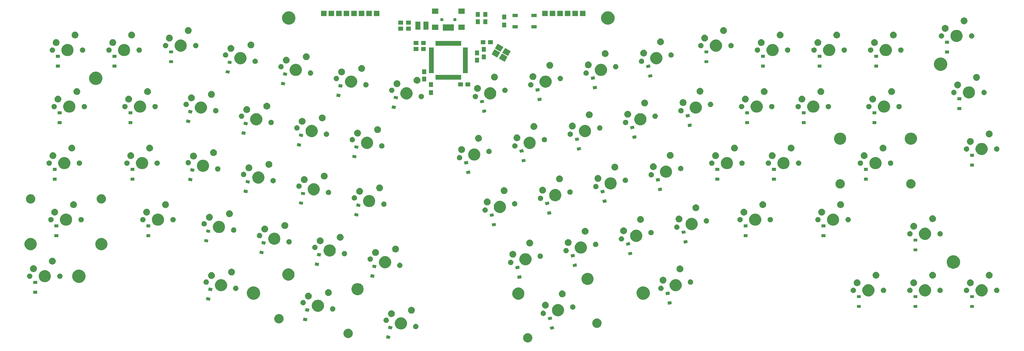
<source format=gbs>
G04 #@! TF.GenerationSoftware,KiCad,Pcbnew,(5.1.5)-3*
G04 #@! TF.CreationDate,2020-04-11T10:21:20+07:00*
G04 #@! TF.ProjectId,arisu,61726973-752e-46b6-9963-61645f706362,1.1*
G04 #@! TF.SameCoordinates,Original*
G04 #@! TF.FileFunction,Soldermask,Bot*
G04 #@! TF.FilePolarity,Negative*
%FSLAX46Y46*%
G04 Gerber Fmt 4.6, Leading zero omitted, Abs format (unit mm)*
G04 Created by KiCad (PCBNEW (5.1.5)-3) date 2020-04-11 10:21:20*
%MOMM*%
%LPD*%
G04 APERTURE LIST*
%ADD10C,0.100000*%
G04 APERTURE END LIST*
D10*
G36*
X202465774Y-134131810D02*
G01*
X202694393Y-134177284D01*
X202981207Y-134296087D01*
X203239333Y-134468561D01*
X203458850Y-134688078D01*
X203631324Y-134946204D01*
X203750127Y-135233018D01*
X203810691Y-135537498D01*
X203810691Y-135847942D01*
X203750127Y-136152422D01*
X203631324Y-136439236D01*
X203458850Y-136697362D01*
X203239333Y-136916879D01*
X202981207Y-137089353D01*
X202694393Y-137208156D01*
X202465774Y-137253630D01*
X202389915Y-137268720D01*
X202079467Y-137268720D01*
X202003608Y-137253630D01*
X201774989Y-137208156D01*
X201488175Y-137089353D01*
X201230049Y-136916879D01*
X201010532Y-136697362D01*
X200838058Y-136439236D01*
X200719255Y-136152422D01*
X200658691Y-135847942D01*
X200658691Y-135537498D01*
X200719255Y-135233018D01*
X200838058Y-134946204D01*
X201010532Y-134688078D01*
X201230049Y-134468561D01*
X201488175Y-134296087D01*
X201774989Y-134177284D01*
X202003608Y-134131810D01*
X202079467Y-134116720D01*
X202389915Y-134116720D01*
X202465774Y-134131810D01*
G37*
G36*
X156024750Y-135110037D02*
G01*
X155816423Y-136090142D01*
X154542874Y-135819441D01*
X154751201Y-134839336D01*
X156024750Y-135110037D01*
G37*
G36*
X142020250Y-132645583D02*
G01*
X142257066Y-132692688D01*
X142543880Y-132811491D01*
X142802006Y-132983965D01*
X143021523Y-133203482D01*
X143193997Y-133461608D01*
X143312800Y-133748422D01*
X143373364Y-134052902D01*
X143373364Y-134363346D01*
X143312800Y-134667826D01*
X143193997Y-134954640D01*
X143021523Y-135212766D01*
X142802006Y-135432283D01*
X142543880Y-135604757D01*
X142257066Y-135723560D01*
X142028447Y-135769034D01*
X141952588Y-135784124D01*
X141642140Y-135784124D01*
X141566281Y-135769034D01*
X141337662Y-135723560D01*
X141050848Y-135604757D01*
X140792722Y-135432283D01*
X140573205Y-135212766D01*
X140400731Y-134954640D01*
X140281928Y-134667826D01*
X140221364Y-134363346D01*
X140221364Y-134052902D01*
X140281928Y-133748422D01*
X140400731Y-133461608D01*
X140573205Y-133203482D01*
X140792722Y-132983965D01*
X141050848Y-132811491D01*
X141337662Y-132692688D01*
X141574478Y-132645583D01*
X141642140Y-132632124D01*
X141952588Y-132632124D01*
X142020250Y-132645583D01*
G37*
G36*
X211134058Y-132703684D02*
G01*
X209860509Y-132974385D01*
X209652182Y-131994280D01*
X210925731Y-131723579D01*
X211134058Y-132703684D01*
G37*
G36*
X160161617Y-128855828D02*
G01*
X160445369Y-128973362D01*
X160534876Y-129010437D01*
X160870799Y-129234894D01*
X161156479Y-129520574D01*
X161307436Y-129746496D01*
X161380937Y-129856499D01*
X161535545Y-130229756D01*
X161614363Y-130626003D01*
X161614363Y-131030017D01*
X161535545Y-131426264D01*
X161382619Y-131795460D01*
X161380936Y-131799523D01*
X161156479Y-132135446D01*
X160870799Y-132421126D01*
X160534876Y-132645583D01*
X160534875Y-132645584D01*
X160534874Y-132645584D01*
X160161617Y-132800192D01*
X159765370Y-132879010D01*
X159361356Y-132879010D01*
X158965109Y-132800192D01*
X158591852Y-132645584D01*
X158591851Y-132645584D01*
X158591850Y-132645583D01*
X158255927Y-132421126D01*
X157970247Y-132135446D01*
X157745790Y-131799523D01*
X157744107Y-131795460D01*
X157591181Y-131426264D01*
X157512363Y-131030017D01*
X157512363Y-130626003D01*
X157591181Y-130229756D01*
X157745789Y-129856499D01*
X157819291Y-129746496D01*
X157970247Y-129520574D01*
X158255927Y-129234894D01*
X158591850Y-129010437D01*
X158681357Y-128973362D01*
X158965109Y-128855828D01*
X159361356Y-128777010D01*
X159765370Y-128777010D01*
X160161617Y-128855828D01*
G37*
G36*
X156710858Y-131882149D02*
G01*
X156710858Y-131882150D01*
X156691559Y-131972943D01*
X156502531Y-132862254D01*
X155228982Y-132591553D01*
X155437309Y-131611448D01*
X156710858Y-131882149D01*
G37*
G36*
X164645865Y-130988128D02*
G01*
X164795165Y-131017825D01*
X164959137Y-131085745D01*
X165106707Y-131184348D01*
X165232206Y-131309847D01*
X165330809Y-131457417D01*
X165398729Y-131621389D01*
X165433353Y-131795460D01*
X165433353Y-131972942D01*
X165398729Y-132147013D01*
X165330809Y-132310985D01*
X165232206Y-132458555D01*
X165106707Y-132584054D01*
X164959137Y-132682657D01*
X164795165Y-132750577D01*
X164645865Y-132780274D01*
X164621095Y-132785201D01*
X164443611Y-132785201D01*
X164418841Y-132780274D01*
X164269541Y-132750577D01*
X164105569Y-132682657D01*
X163957999Y-132584054D01*
X163832500Y-132458555D01*
X163733897Y-132310985D01*
X163665977Y-132147013D01*
X163631353Y-131972942D01*
X163631353Y-131795460D01*
X163665977Y-131621389D01*
X163733897Y-131457417D01*
X163832500Y-131309847D01*
X163957999Y-131184348D01*
X164105569Y-131085745D01*
X164269541Y-131017825D01*
X164418841Y-130988128D01*
X164443611Y-130983201D01*
X164621095Y-130983201D01*
X164645865Y-130988128D01*
G37*
G36*
X225745687Y-129183512D02*
G01*
X225974306Y-129228986D01*
X226261120Y-129347789D01*
X226519246Y-129520263D01*
X226738763Y-129739780D01*
X226911237Y-129997906D01*
X227030040Y-130284720D01*
X227042263Y-130346172D01*
X227086840Y-130570274D01*
X227090604Y-130589200D01*
X227090604Y-130899644D01*
X227030040Y-131204124D01*
X226911237Y-131490938D01*
X226738763Y-131749064D01*
X226519246Y-131968581D01*
X226261120Y-132141055D01*
X225974306Y-132259858D01*
X225745687Y-132305332D01*
X225669828Y-132320422D01*
X225359380Y-132320422D01*
X225283521Y-132305332D01*
X225054902Y-132259858D01*
X224768088Y-132141055D01*
X224509962Y-131968581D01*
X224290445Y-131749064D01*
X224117971Y-131490938D01*
X223999168Y-131204124D01*
X223938604Y-130899644D01*
X223938604Y-130589200D01*
X223942369Y-130570274D01*
X223986945Y-130346172D01*
X223999168Y-130284720D01*
X224117971Y-129997906D01*
X224290445Y-129739780D01*
X224509962Y-129520263D01*
X224768088Y-129347789D01*
X225054902Y-129228986D01*
X225283521Y-129183512D01*
X225359380Y-129168422D01*
X225669828Y-129168422D01*
X225745687Y-129183512D01*
G37*
G36*
X118748534Y-127698916D02*
G01*
X118977153Y-127744390D01*
X119263967Y-127863193D01*
X119522093Y-128035667D01*
X119741610Y-128255184D01*
X119914084Y-128513310D01*
X120032887Y-128800124D01*
X120093451Y-129104604D01*
X120093451Y-129415048D01*
X120032887Y-129719528D01*
X119914084Y-130006342D01*
X119741610Y-130264468D01*
X119522093Y-130483985D01*
X119263967Y-130656459D01*
X118977153Y-130775262D01*
X118748534Y-130820736D01*
X118672675Y-130835826D01*
X118362227Y-130835826D01*
X118286368Y-130820736D01*
X118057749Y-130775262D01*
X117770935Y-130656459D01*
X117512809Y-130483985D01*
X117293292Y-130264468D01*
X117120818Y-130006342D01*
X117002015Y-129719528D01*
X116941451Y-129415048D01*
X116941451Y-129104604D01*
X117002015Y-128800124D01*
X117120818Y-128513310D01*
X117293292Y-128255184D01*
X117512809Y-128035667D01*
X117770935Y-127863193D01*
X118057749Y-127744390D01*
X118286368Y-127698916D01*
X118362227Y-127683826D01*
X118672675Y-127683826D01*
X118748534Y-127698916D01*
G37*
G36*
X154707885Y-128875745D02*
G01*
X154857185Y-128905442D01*
X155021157Y-128973362D01*
X155168727Y-129071965D01*
X155294226Y-129197464D01*
X155392829Y-129345034D01*
X155460749Y-129509006D01*
X155490446Y-129658306D01*
X155495373Y-129683076D01*
X155495373Y-129860560D01*
X155491825Y-129878395D01*
X155460749Y-130034630D01*
X155392829Y-130198602D01*
X155294226Y-130346172D01*
X155168727Y-130471671D01*
X155021157Y-130570274D01*
X154857185Y-130638194D01*
X154707885Y-130667891D01*
X154683115Y-130672818D01*
X154505631Y-130672818D01*
X154480861Y-130667891D01*
X154331561Y-130638194D01*
X154167589Y-130570274D01*
X154020019Y-130471671D01*
X153894520Y-130346172D01*
X153795917Y-130198602D01*
X153727997Y-130034630D01*
X153696921Y-129878395D01*
X153693373Y-129860560D01*
X153693373Y-129683076D01*
X153698300Y-129658306D01*
X153727997Y-129509006D01*
X153795917Y-129345034D01*
X153894520Y-129197464D01*
X154020019Y-129071965D01*
X154167589Y-128973362D01*
X154331561Y-128905442D01*
X154480861Y-128875745D01*
X154505631Y-128870818D01*
X154683115Y-128870818D01*
X154707885Y-128875745D01*
G37*
G36*
X128074177Y-129168991D02*
G01*
X127865850Y-130149096D01*
X126592301Y-129878395D01*
X126596956Y-129856497D01*
X126690788Y-129415050D01*
X126800628Y-128898290D01*
X128074177Y-129168991D01*
G37*
G36*
X210447950Y-129475796D02*
G01*
X209174401Y-129746497D01*
X208966074Y-128766392D01*
X210239623Y-128495691D01*
X210447950Y-129475796D01*
G37*
G36*
X156589265Y-126422487D02*
G01*
X156700450Y-126444603D01*
X156835349Y-126500480D01*
X156898720Y-126526729D01*
X156909919Y-126531368D01*
X157098436Y-126657331D01*
X157258756Y-126817651D01*
X157360413Y-126969792D01*
X157384720Y-127006170D01*
X157471484Y-127215638D01*
X157515716Y-127438006D01*
X157515716Y-127664736D01*
X157493600Y-127775920D01*
X157471484Y-127887105D01*
X157384719Y-128096574D01*
X157258756Y-128285091D01*
X157098436Y-128445411D01*
X156909919Y-128571374D01*
X156700450Y-128658139D01*
X156589265Y-128680255D01*
X156478081Y-128702371D01*
X156251351Y-128702371D01*
X156140167Y-128680255D01*
X156028982Y-128658139D01*
X155819513Y-128571374D01*
X155630996Y-128445411D01*
X155470676Y-128285091D01*
X155344713Y-128096574D01*
X155257948Y-127887105D01*
X155235832Y-127775920D01*
X155213716Y-127664736D01*
X155213716Y-127438006D01*
X155257948Y-127215638D01*
X155344712Y-127006170D01*
X155369019Y-126969792D01*
X155470676Y-126817651D01*
X155630996Y-126657331D01*
X155819513Y-126531368D01*
X155830713Y-126526729D01*
X155894083Y-126500480D01*
X156028982Y-126444603D01*
X156140167Y-126422487D01*
X156251351Y-126400371D01*
X156478081Y-126400371D01*
X156589265Y-126422487D01*
G37*
G36*
X213017520Y-124399356D02*
G01*
X213390777Y-124553964D01*
X213390779Y-124553965D01*
X213726702Y-124778422D01*
X214012382Y-125064102D01*
X214215962Y-125368780D01*
X214236840Y-125400027D01*
X214391448Y-125773284D01*
X214470266Y-126169531D01*
X214470266Y-126573545D01*
X214391448Y-126969792D01*
X214238522Y-127338988D01*
X214236839Y-127343051D01*
X214012382Y-127678974D01*
X213726702Y-127964654D01*
X213390779Y-128189111D01*
X213390778Y-128189112D01*
X213390777Y-128189112D01*
X213017520Y-128343720D01*
X212621273Y-128422538D01*
X212217259Y-128422538D01*
X211821012Y-128343720D01*
X211447755Y-128189112D01*
X211447754Y-128189112D01*
X211447753Y-128189111D01*
X211111830Y-127964654D01*
X210826150Y-127678974D01*
X210601693Y-127343051D01*
X210600010Y-127338988D01*
X210447084Y-126969792D01*
X210368266Y-126573545D01*
X210368266Y-126169531D01*
X210447084Y-125773284D01*
X210601692Y-125400027D01*
X210622571Y-125368780D01*
X210826150Y-125064102D01*
X211111830Y-124778422D01*
X211447753Y-124553965D01*
X211447755Y-124553964D01*
X211821012Y-124399356D01*
X212217259Y-124320538D01*
X212621273Y-124320538D01*
X213017520Y-124399356D01*
G37*
G36*
X207562334Y-126531367D02*
G01*
X207713088Y-126561353D01*
X207877060Y-126629273D01*
X208024630Y-126727876D01*
X208150129Y-126853375D01*
X208248732Y-127000945D01*
X208316652Y-127164917D01*
X208351276Y-127338988D01*
X208351276Y-127516470D01*
X208316652Y-127690541D01*
X208248732Y-127854513D01*
X208150129Y-128002083D01*
X208024630Y-128127582D01*
X207877060Y-128226185D01*
X207713088Y-128294105D01*
X207563788Y-128323802D01*
X207539018Y-128328729D01*
X207361534Y-128328729D01*
X207336764Y-128323802D01*
X207187464Y-128294105D01*
X207023492Y-128226185D01*
X206875922Y-128127582D01*
X206750423Y-128002083D01*
X206651820Y-127854513D01*
X206583900Y-127690541D01*
X206549276Y-127516470D01*
X206549276Y-127338988D01*
X206583900Y-127164917D01*
X206651820Y-127000945D01*
X206750423Y-126853375D01*
X206875922Y-126727876D01*
X207023492Y-126629273D01*
X207187464Y-126561353D01*
X207338218Y-126531367D01*
X207361534Y-126526729D01*
X207539018Y-126526729D01*
X207562334Y-126531367D01*
G37*
G36*
X163328598Y-125258232D02*
G01*
X163439783Y-125280348D01*
X163649252Y-125367113D01*
X163837769Y-125493076D01*
X163998089Y-125653396D01*
X164124052Y-125841913D01*
X164202737Y-126031874D01*
X164210817Y-126051383D01*
X164255049Y-126273751D01*
X164255049Y-126500481D01*
X164240516Y-126573544D01*
X164210817Y-126722850D01*
X164124052Y-126932319D01*
X163998089Y-127120836D01*
X163837769Y-127281156D01*
X163649252Y-127407119D01*
X163439783Y-127493884D01*
X163328598Y-127516000D01*
X163217414Y-127538116D01*
X162990684Y-127538116D01*
X162879500Y-127516000D01*
X162768315Y-127493884D01*
X162558846Y-127407119D01*
X162370329Y-127281156D01*
X162210009Y-127120836D01*
X162084046Y-126932319D01*
X161997281Y-126722850D01*
X161967582Y-126573544D01*
X161953049Y-126500481D01*
X161953049Y-126273751D01*
X161997281Y-126051383D01*
X162005362Y-126031874D01*
X162084046Y-125841913D01*
X162210009Y-125653396D01*
X162370329Y-125493076D01*
X162558846Y-125367113D01*
X162768315Y-125280348D01*
X162879500Y-125258232D01*
X162990684Y-125236116D01*
X163217414Y-125236116D01*
X163328598Y-125258232D01*
G37*
G36*
X132211043Y-122914760D02*
G01*
X132494795Y-123032294D01*
X132584302Y-123069369D01*
X132920225Y-123293826D01*
X133205905Y-123579506D01*
X133314486Y-123742008D01*
X133430363Y-123915431D01*
X133584971Y-124288688D01*
X133663789Y-124684935D01*
X133663789Y-125088949D01*
X133584971Y-125485196D01*
X133432045Y-125854392D01*
X133430362Y-125858455D01*
X133205905Y-126194378D01*
X132920225Y-126480058D01*
X132584302Y-126704515D01*
X132584301Y-126704516D01*
X132584300Y-126704516D01*
X132211043Y-126859124D01*
X131814796Y-126937942D01*
X131410782Y-126937942D01*
X131014535Y-126859124D01*
X130641278Y-126704516D01*
X130641277Y-126704516D01*
X130641276Y-126704515D01*
X130305353Y-126480058D01*
X130019673Y-126194378D01*
X129795216Y-125858455D01*
X129793533Y-125854392D01*
X129640607Y-125485196D01*
X129561789Y-125088949D01*
X129561789Y-124684935D01*
X129640607Y-124288688D01*
X129795215Y-123915431D01*
X129911093Y-123742008D01*
X130019673Y-123579506D01*
X130305353Y-123293826D01*
X130641276Y-123069369D01*
X130730783Y-123032294D01*
X131014535Y-122914760D01*
X131410782Y-122835942D01*
X131814796Y-122835942D01*
X132211043Y-122914760D01*
G37*
G36*
X128760285Y-125941103D02*
G01*
X128760285Y-125941104D01*
X128744535Y-126015200D01*
X128551958Y-126921208D01*
X127278409Y-126650507D01*
X127280008Y-126642986D01*
X127338050Y-126369917D01*
X127486736Y-125670402D01*
X128760285Y-125941103D01*
G37*
G36*
X136695291Y-125047060D02*
G01*
X136844591Y-125076757D01*
X137008563Y-125144677D01*
X137156133Y-125243280D01*
X137281632Y-125368779D01*
X137380235Y-125516349D01*
X137448155Y-125680321D01*
X137482779Y-125854392D01*
X137482779Y-126031874D01*
X137448155Y-126205945D01*
X137380235Y-126369917D01*
X137281632Y-126517487D01*
X137156133Y-126642986D01*
X137008563Y-126741589D01*
X136844591Y-126809509D01*
X136695291Y-126839206D01*
X136670521Y-126844133D01*
X136493037Y-126844133D01*
X136468267Y-126839206D01*
X136318967Y-126809509D01*
X136154995Y-126741589D01*
X136007425Y-126642986D01*
X135881926Y-126517487D01*
X135783323Y-126369917D01*
X135715403Y-126205945D01*
X135680779Y-126031874D01*
X135680779Y-125854392D01*
X135715403Y-125680321D01*
X135783323Y-125516349D01*
X135881926Y-125368779D01*
X136007425Y-125243280D01*
X136154995Y-125144677D01*
X136318967Y-125076757D01*
X136468267Y-125047060D01*
X136493037Y-125042133D01*
X136670521Y-125042133D01*
X136695291Y-125047060D01*
G37*
G36*
X217501767Y-124419274D02*
G01*
X217651067Y-124448971D01*
X217815039Y-124516891D01*
X217962609Y-124615494D01*
X218088108Y-124740993D01*
X218186711Y-124888563D01*
X218254631Y-125052535D01*
X218289255Y-125226606D01*
X218289255Y-125404088D01*
X218254631Y-125578159D01*
X218186711Y-125742131D01*
X218088108Y-125889701D01*
X217962609Y-126015200D01*
X217815039Y-126113803D01*
X217651067Y-126181723D01*
X217501767Y-126211420D01*
X217476997Y-126216347D01*
X217299513Y-126216347D01*
X217274743Y-126211420D01*
X217125443Y-126181723D01*
X216961471Y-126113803D01*
X216813901Y-126015200D01*
X216688402Y-125889701D01*
X216589799Y-125742131D01*
X216521879Y-125578159D01*
X216487255Y-125404088D01*
X216487255Y-125226606D01*
X216521879Y-125052535D01*
X216589799Y-124888563D01*
X216688402Y-124740993D01*
X216813901Y-124615494D01*
X216961471Y-124516891D01*
X217125443Y-124448971D01*
X217274743Y-124419274D01*
X217299513Y-124414347D01*
X217476997Y-124414347D01*
X217501767Y-124419274D01*
G37*
G36*
X208388977Y-123550303D02*
G01*
X208500162Y-123572419D01*
X208709631Y-123659184D01*
X208898148Y-123785147D01*
X209058468Y-123945467D01*
X209184431Y-124133984D01*
X209248512Y-124288688D01*
X209271196Y-124343454D01*
X209313847Y-124557872D01*
X209315428Y-124565823D01*
X209315428Y-124792551D01*
X209271196Y-125014921D01*
X209184431Y-125224390D01*
X209058468Y-125412907D01*
X208898148Y-125573227D01*
X208709631Y-125699190D01*
X208500162Y-125785955D01*
X208388977Y-125808071D01*
X208277793Y-125830187D01*
X208051063Y-125830187D01*
X207939879Y-125808071D01*
X207828694Y-125785955D01*
X207619225Y-125699190D01*
X207430708Y-125573227D01*
X207270388Y-125412907D01*
X207144425Y-125224390D01*
X207057660Y-125014921D01*
X207013428Y-124792551D01*
X207013428Y-124565823D01*
X207015010Y-124557872D01*
X207057660Y-124343454D01*
X207080345Y-124288688D01*
X207144425Y-124133984D01*
X207270388Y-123945467D01*
X207430708Y-123785147D01*
X207619225Y-123659184D01*
X207828694Y-123572419D01*
X207939879Y-123550303D01*
X208051063Y-123528187D01*
X208277793Y-123528187D01*
X208388977Y-123550303D01*
G37*
G36*
X314300949Y-125608503D02*
G01*
X312998949Y-125608503D01*
X312998949Y-124606503D01*
X314300949Y-124606503D01*
X314300949Y-125608503D01*
G37*
G36*
X352400949Y-125608503D02*
G01*
X351098949Y-125608503D01*
X351098949Y-124606503D01*
X352400949Y-124606503D01*
X352400949Y-125608503D01*
G37*
G36*
X333350949Y-125608503D02*
G01*
X332048949Y-125608503D01*
X332048949Y-124606503D01*
X333350949Y-124606503D01*
X333350949Y-125608503D01*
G37*
G36*
X126757311Y-122934677D02*
G01*
X126906611Y-122964374D01*
X127070583Y-123032294D01*
X127218153Y-123130897D01*
X127343652Y-123256396D01*
X127442255Y-123403966D01*
X127510175Y-123567938D01*
X127544799Y-123742009D01*
X127544799Y-123919491D01*
X127510175Y-124093562D01*
X127442255Y-124257534D01*
X127343652Y-124405104D01*
X127218153Y-124530603D01*
X127070583Y-124629206D01*
X126906611Y-124697126D01*
X126757311Y-124726823D01*
X126732541Y-124731750D01*
X126555057Y-124731750D01*
X126530287Y-124726823D01*
X126380987Y-124697126D01*
X126217015Y-124629206D01*
X126069445Y-124530603D01*
X125943946Y-124405104D01*
X125845343Y-124257534D01*
X125777423Y-124093562D01*
X125742799Y-123919491D01*
X125742799Y-123742009D01*
X125777423Y-123567938D01*
X125845343Y-123403966D01*
X125943946Y-123256396D01*
X126069445Y-123130897D01*
X126217015Y-123032294D01*
X126380987Y-122964374D01*
X126530287Y-122934677D01*
X126555057Y-122929750D01*
X126732541Y-122929750D01*
X126757311Y-122934677D01*
G37*
G36*
X250730694Y-124287172D02*
G01*
X249457145Y-124557873D01*
X249248818Y-123577768D01*
X250522367Y-123307067D01*
X250730694Y-124287172D01*
G37*
G36*
X95465185Y-122237716D02*
G01*
X95256858Y-123217821D01*
X93983309Y-122947120D01*
X94006941Y-122835942D01*
X94020274Y-122773215D01*
X94191636Y-121967015D01*
X95465185Y-122237716D01*
G37*
G36*
X110235316Y-118369144D02*
G01*
X110616029Y-118444872D01*
X111025685Y-118614557D01*
X111394365Y-118860902D01*
X111707902Y-119174439D01*
X111954247Y-119543119D01*
X112123932Y-119952775D01*
X112210436Y-120387664D01*
X112210436Y-120831072D01*
X112123932Y-121265961D01*
X111954247Y-121675617D01*
X111707902Y-122044297D01*
X111394365Y-122357834D01*
X111025685Y-122604179D01*
X110616029Y-122773864D01*
X110235316Y-122849592D01*
X110181141Y-122860368D01*
X109737731Y-122860368D01*
X109683556Y-122849592D01*
X109302843Y-122773864D01*
X108893187Y-122604179D01*
X108524507Y-122357834D01*
X108210970Y-122044297D01*
X107964625Y-121675617D01*
X107794940Y-121265961D01*
X107708436Y-120831072D01*
X107708436Y-120387664D01*
X107794940Y-119952775D01*
X107964625Y-119543119D01*
X108210970Y-119174439D01*
X108524507Y-118860902D01*
X108893187Y-118614557D01*
X109302843Y-118444872D01*
X109683556Y-118369144D01*
X109737731Y-118358368D01*
X110181141Y-118358368D01*
X110235316Y-118369144D01*
G37*
G36*
X241336146Y-118368496D02*
G01*
X241716859Y-118444224D01*
X242126515Y-118613909D01*
X242495195Y-118860254D01*
X242808732Y-119173791D01*
X243055077Y-119542471D01*
X243224762Y-119952127D01*
X243285376Y-120256856D01*
X243311266Y-120387015D01*
X243311266Y-120830425D01*
X243302084Y-120876584D01*
X243224762Y-121265313D01*
X243055077Y-121674969D01*
X242808732Y-122043649D01*
X242495195Y-122357186D01*
X242126515Y-122603531D01*
X241716859Y-122773216D01*
X241336146Y-122848944D01*
X241281971Y-122859720D01*
X240838561Y-122859720D01*
X240784386Y-122848944D01*
X240403673Y-122773216D01*
X239994017Y-122603531D01*
X239625337Y-122357186D01*
X239311800Y-122043649D01*
X239065455Y-121674969D01*
X238895770Y-121265313D01*
X238818448Y-120876584D01*
X238809266Y-120830425D01*
X238809266Y-120387015D01*
X238835156Y-120256856D01*
X238895770Y-119952127D01*
X239065455Y-119542471D01*
X239311800Y-119173791D01*
X239625337Y-118860254D01*
X239994017Y-118613909D01*
X240403673Y-118444224D01*
X240784386Y-118368496D01*
X240838561Y-118357720D01*
X241281971Y-118357720D01*
X241336146Y-118368496D01*
G37*
G36*
X199664371Y-118813569D02*
G01*
X200037628Y-118968177D01*
X200037630Y-118968178D01*
X200373553Y-119192635D01*
X200659233Y-119478315D01*
X200880640Y-119809673D01*
X200883691Y-119814240D01*
X201038299Y-120187497D01*
X201117117Y-120583744D01*
X201117117Y-120987758D01*
X201038299Y-121384005D01*
X200917509Y-121675617D01*
X200883690Y-121757264D01*
X200659233Y-122093187D01*
X200373553Y-122378867D01*
X200037630Y-122603324D01*
X200037629Y-122603325D01*
X200037628Y-122603325D01*
X199664371Y-122757933D01*
X199268124Y-122836751D01*
X198864110Y-122836751D01*
X198467863Y-122757933D01*
X198094606Y-122603325D01*
X198094605Y-122603325D01*
X198094604Y-122603324D01*
X197758681Y-122378867D01*
X197473001Y-122093187D01*
X197248544Y-121757264D01*
X197214725Y-121675617D01*
X197093935Y-121384005D01*
X197015117Y-120987758D01*
X197015117Y-120583744D01*
X197093935Y-120187497D01*
X197248543Y-119814240D01*
X197251595Y-119809673D01*
X197473001Y-119478315D01*
X197758681Y-119192635D01*
X198094604Y-118968178D01*
X198094606Y-118968177D01*
X198467863Y-118813569D01*
X198864110Y-118734751D01*
X199268124Y-118734751D01*
X199664371Y-118813569D01*
G37*
G36*
X128636378Y-120480959D02*
G01*
X128749876Y-120503535D01*
X128859346Y-120548879D01*
X128943518Y-120583744D01*
X128959345Y-120590300D01*
X129147862Y-120716263D01*
X129308182Y-120876583D01*
X129434145Y-121065100D01*
X129520910Y-121274569D01*
X129565142Y-121496939D01*
X129565142Y-121723667D01*
X129520910Y-121946037D01*
X129434145Y-122155506D01*
X129308182Y-122344023D01*
X129147862Y-122504343D01*
X128959345Y-122630306D01*
X128749876Y-122717071D01*
X128638691Y-122739187D01*
X128527507Y-122761303D01*
X128300777Y-122761303D01*
X128189593Y-122739187D01*
X128078408Y-122717071D01*
X127868939Y-122630306D01*
X127680422Y-122504343D01*
X127520102Y-122344023D01*
X127394139Y-122155506D01*
X127307374Y-121946037D01*
X127263142Y-121723667D01*
X127263142Y-121496939D01*
X127307374Y-121274569D01*
X127394139Y-121065100D01*
X127520102Y-120876583D01*
X127680422Y-120716263D01*
X127868939Y-120590300D01*
X127884767Y-120583744D01*
X127968938Y-120548879D01*
X128078408Y-120503535D01*
X128191906Y-120480959D01*
X128300777Y-120459303D01*
X128527507Y-120459303D01*
X128636378Y-120480959D01*
G37*
G36*
X352400949Y-122308503D02*
G01*
X351098949Y-122308503D01*
X351098949Y-121306503D01*
X352400949Y-121306503D01*
X352400949Y-122308503D01*
G37*
G36*
X314300949Y-122308503D02*
G01*
X312998949Y-122308503D01*
X312998949Y-121306503D01*
X314300949Y-121306503D01*
X314300949Y-122308503D01*
G37*
G36*
X333350949Y-122308503D02*
G01*
X332048949Y-122308503D01*
X332048949Y-121306503D01*
X333350949Y-121306503D01*
X333350949Y-122308503D01*
G37*
G36*
X214072118Y-119745569D02*
G01*
X214183303Y-119767685D01*
X214331419Y-119829037D01*
X214367544Y-119844000D01*
X214392772Y-119854450D01*
X214581289Y-119980413D01*
X214741609Y-120140733D01*
X214867572Y-120329250D01*
X214954337Y-120538719D01*
X214998569Y-120761089D01*
X214998569Y-120987817D01*
X214954337Y-121210187D01*
X214867572Y-121419656D01*
X214741609Y-121608173D01*
X214581289Y-121768493D01*
X214392772Y-121894456D01*
X214183303Y-121981221D01*
X214072118Y-122003337D01*
X213960934Y-122025453D01*
X213734204Y-122025453D01*
X213623020Y-122003337D01*
X213511835Y-121981221D01*
X213302366Y-121894456D01*
X213113849Y-121768493D01*
X212953529Y-121608173D01*
X212827566Y-121419656D01*
X212740801Y-121210187D01*
X212696569Y-120987817D01*
X212696569Y-120761089D01*
X212740801Y-120538719D01*
X212827566Y-120329250D01*
X212953529Y-120140733D01*
X213113849Y-119980413D01*
X213302366Y-119854450D01*
X213327595Y-119844000D01*
X213363719Y-119829037D01*
X213511835Y-119767685D01*
X213623020Y-119745569D01*
X213734204Y-119723453D01*
X213960934Y-119723453D01*
X214072118Y-119745569D01*
G37*
G36*
X336523203Y-117710321D02*
G01*
X336762968Y-117809635D01*
X336896462Y-117864930D01*
X337232385Y-118089387D01*
X337518065Y-118375067D01*
X337737116Y-118702899D01*
X337742523Y-118710992D01*
X337897131Y-119084249D01*
X337975949Y-119480496D01*
X337975949Y-119884510D01*
X337897131Y-120280757D01*
X337768914Y-120590300D01*
X337742522Y-120654016D01*
X337518065Y-120989939D01*
X337232385Y-121275619D01*
X336896462Y-121500076D01*
X336896461Y-121500077D01*
X336896460Y-121500077D01*
X336523203Y-121654685D01*
X336126956Y-121733503D01*
X335722942Y-121733503D01*
X335326695Y-121654685D01*
X334953438Y-121500077D01*
X334953437Y-121500077D01*
X334953436Y-121500076D01*
X334617513Y-121275619D01*
X334331833Y-120989939D01*
X334107376Y-120654016D01*
X334080984Y-120590300D01*
X333952767Y-120280757D01*
X333873949Y-119884510D01*
X333873949Y-119480496D01*
X333952767Y-119084249D01*
X334107375Y-118710992D01*
X334112783Y-118702899D01*
X334331833Y-118375067D01*
X334617513Y-118089387D01*
X334953436Y-117864930D01*
X335086930Y-117809635D01*
X335326695Y-117710321D01*
X335722942Y-117631503D01*
X336126956Y-117631503D01*
X336523203Y-117710321D01*
G37*
G36*
X317473203Y-117710321D02*
G01*
X317712968Y-117809635D01*
X317846462Y-117864930D01*
X318182385Y-118089387D01*
X318468065Y-118375067D01*
X318687116Y-118702899D01*
X318692523Y-118710992D01*
X318847131Y-119084249D01*
X318925949Y-119480496D01*
X318925949Y-119884510D01*
X318847131Y-120280757D01*
X318718914Y-120590300D01*
X318692522Y-120654016D01*
X318468065Y-120989939D01*
X318182385Y-121275619D01*
X317846462Y-121500076D01*
X317846461Y-121500077D01*
X317846460Y-121500077D01*
X317473203Y-121654685D01*
X317076956Y-121733503D01*
X316672942Y-121733503D01*
X316276695Y-121654685D01*
X315903438Y-121500077D01*
X315903437Y-121500077D01*
X315903436Y-121500076D01*
X315567513Y-121275619D01*
X315281833Y-120989939D01*
X315057376Y-120654016D01*
X315030984Y-120590300D01*
X314902767Y-120280757D01*
X314823949Y-119884510D01*
X314823949Y-119480496D01*
X314902767Y-119084249D01*
X315057375Y-118710992D01*
X315062783Y-118702899D01*
X315281833Y-118375067D01*
X315567513Y-118089387D01*
X315903436Y-117864930D01*
X316036930Y-117809635D01*
X316276695Y-117710321D01*
X316672942Y-117631503D01*
X317076956Y-117631503D01*
X317473203Y-117710321D01*
G37*
G36*
X355573203Y-117710321D02*
G01*
X355812968Y-117809635D01*
X355946462Y-117864930D01*
X356282385Y-118089387D01*
X356568065Y-118375067D01*
X356787116Y-118702899D01*
X356792523Y-118710992D01*
X356947131Y-119084249D01*
X357025949Y-119480496D01*
X357025949Y-119884510D01*
X356947131Y-120280757D01*
X356818914Y-120590300D01*
X356792522Y-120654016D01*
X356568065Y-120989939D01*
X356282385Y-121275619D01*
X355946462Y-121500076D01*
X355946461Y-121500077D01*
X355946460Y-121500077D01*
X355573203Y-121654685D01*
X355176956Y-121733503D01*
X354772942Y-121733503D01*
X354376695Y-121654685D01*
X354003438Y-121500077D01*
X354003437Y-121500077D01*
X354003436Y-121500076D01*
X353667513Y-121275619D01*
X353381833Y-120989939D01*
X353157376Y-120654016D01*
X353130984Y-120590300D01*
X353002767Y-120280757D01*
X352923949Y-119884510D01*
X352923949Y-119480496D01*
X353002767Y-119084249D01*
X353157375Y-118710992D01*
X353162783Y-118702899D01*
X353381833Y-118375067D01*
X353667513Y-118089387D01*
X354003436Y-117864930D01*
X354136930Y-117809635D01*
X354376695Y-117710321D01*
X354772942Y-117631503D01*
X355176956Y-117631503D01*
X355573203Y-117710321D01*
G37*
G36*
X135378024Y-119317163D02*
G01*
X135489209Y-119339279D01*
X135698678Y-119426044D01*
X135887195Y-119552007D01*
X136047515Y-119712327D01*
X136173478Y-119900844D01*
X136260243Y-120110313D01*
X136304475Y-120332683D01*
X136304475Y-120559411D01*
X136260243Y-120781781D01*
X136220975Y-120876583D01*
X136174925Y-120987758D01*
X136173478Y-120991250D01*
X136047515Y-121179767D01*
X135887195Y-121340087D01*
X135698678Y-121466050D01*
X135489209Y-121552815D01*
X135378024Y-121574931D01*
X135266840Y-121597047D01*
X135040110Y-121597047D01*
X134928926Y-121574931D01*
X134817741Y-121552815D01*
X134608272Y-121466050D01*
X134419755Y-121340087D01*
X134259435Y-121179767D01*
X134133472Y-120991250D01*
X134132026Y-120987758D01*
X134085975Y-120876583D01*
X134046707Y-120781781D01*
X134002475Y-120559411D01*
X134002475Y-120332683D01*
X134046707Y-120110313D01*
X134133472Y-119900844D01*
X134259435Y-119712327D01*
X134419755Y-119552007D01*
X134608272Y-119426044D01*
X134817741Y-119339279D01*
X134928926Y-119317163D01*
X135040110Y-119295047D01*
X135266840Y-119295047D01*
X135378024Y-119317163D01*
G37*
G36*
X145564192Y-117328972D02*
G01*
X145937449Y-117483580D01*
X145937451Y-117483581D01*
X146273374Y-117708038D01*
X146559054Y-117993718D01*
X146771299Y-118311364D01*
X146783512Y-118329643D01*
X146938120Y-118702900D01*
X147016938Y-119099147D01*
X147016938Y-119503161D01*
X146938120Y-119899408D01*
X146790060Y-120256856D01*
X146783511Y-120272667D01*
X146559054Y-120608590D01*
X146273374Y-120894270D01*
X145937451Y-121118727D01*
X145937450Y-121118728D01*
X145937449Y-121118728D01*
X145564192Y-121273336D01*
X145167945Y-121352154D01*
X144763931Y-121352154D01*
X144367684Y-121273336D01*
X143994427Y-121118728D01*
X143994426Y-121118728D01*
X143994425Y-121118727D01*
X143658502Y-120894270D01*
X143372822Y-120608590D01*
X143148365Y-120272667D01*
X143141816Y-120256856D01*
X142993756Y-119899408D01*
X142914938Y-119503161D01*
X142914938Y-119099147D01*
X142993756Y-118702900D01*
X143148364Y-118329643D01*
X143160578Y-118311364D01*
X143372822Y-117993718D01*
X143658502Y-117708038D01*
X143994425Y-117483581D01*
X143994427Y-117483580D01*
X144367684Y-117328972D01*
X144763931Y-117250154D01*
X145167945Y-117250154D01*
X145564192Y-117328972D01*
G37*
G36*
X249981203Y-120761089D02*
G01*
X250029396Y-120987818D01*
X250044586Y-121059284D01*
X248771037Y-121329985D01*
X248562710Y-120349880D01*
X249836259Y-120079179D01*
X249981203Y-120761089D01*
G37*
G36*
X37136000Y-120846000D02*
G01*
X35834000Y-120846000D01*
X35834000Y-119844000D01*
X37136000Y-119844000D01*
X37136000Y-120846000D01*
G37*
G36*
X360168461Y-118786430D02*
G01*
X360317761Y-118816127D01*
X360481733Y-118884047D01*
X360629303Y-118982650D01*
X360754802Y-119108149D01*
X360853405Y-119255719D01*
X360921325Y-119419691D01*
X360951022Y-119568991D01*
X360955949Y-119593761D01*
X360955949Y-119771245D01*
X360951022Y-119796015D01*
X360921325Y-119945315D01*
X360853405Y-120109287D01*
X360754802Y-120256857D01*
X360629303Y-120382356D01*
X360481733Y-120480959D01*
X360317761Y-120548879D01*
X360168461Y-120578576D01*
X360143691Y-120583503D01*
X359966207Y-120583503D01*
X359941437Y-120578576D01*
X359792137Y-120548879D01*
X359628165Y-120480959D01*
X359480595Y-120382356D01*
X359355096Y-120256857D01*
X359256493Y-120109287D01*
X359188573Y-119945315D01*
X359158876Y-119796015D01*
X359153949Y-119771245D01*
X359153949Y-119593761D01*
X359158876Y-119568991D01*
X359188573Y-119419691D01*
X359256493Y-119255719D01*
X359355096Y-119108149D01*
X359480595Y-118982650D01*
X359628165Y-118884047D01*
X359792137Y-118816127D01*
X359941437Y-118786430D01*
X359966207Y-118781503D01*
X360143691Y-118781503D01*
X360168461Y-118786430D01*
G37*
G36*
X322068461Y-118786430D02*
G01*
X322217761Y-118816127D01*
X322381733Y-118884047D01*
X322529303Y-118982650D01*
X322654802Y-119108149D01*
X322753405Y-119255719D01*
X322821325Y-119419691D01*
X322851022Y-119568991D01*
X322855949Y-119593761D01*
X322855949Y-119771245D01*
X322851022Y-119796015D01*
X322821325Y-119945315D01*
X322753405Y-120109287D01*
X322654802Y-120256857D01*
X322529303Y-120382356D01*
X322381733Y-120480959D01*
X322217761Y-120548879D01*
X322068461Y-120578576D01*
X322043691Y-120583503D01*
X321866207Y-120583503D01*
X321841437Y-120578576D01*
X321692137Y-120548879D01*
X321528165Y-120480959D01*
X321380595Y-120382356D01*
X321255096Y-120256857D01*
X321156493Y-120109287D01*
X321088573Y-119945315D01*
X321058876Y-119796015D01*
X321053949Y-119771245D01*
X321053949Y-119593761D01*
X321058876Y-119568991D01*
X321088573Y-119419691D01*
X321156493Y-119255719D01*
X321255096Y-119108149D01*
X321380595Y-118982650D01*
X321528165Y-118884047D01*
X321692137Y-118816127D01*
X321841437Y-118786430D01*
X321866207Y-118781503D01*
X322043691Y-118781503D01*
X322068461Y-118786430D01*
G37*
G36*
X350008461Y-118786430D02*
G01*
X350157761Y-118816127D01*
X350321733Y-118884047D01*
X350469303Y-118982650D01*
X350594802Y-119108149D01*
X350693405Y-119255719D01*
X350761325Y-119419691D01*
X350791022Y-119568991D01*
X350795949Y-119593761D01*
X350795949Y-119771245D01*
X350791022Y-119796015D01*
X350761325Y-119945315D01*
X350693405Y-120109287D01*
X350594802Y-120256857D01*
X350469303Y-120382356D01*
X350321733Y-120480959D01*
X350157761Y-120548879D01*
X350008461Y-120578576D01*
X349983691Y-120583503D01*
X349806207Y-120583503D01*
X349781437Y-120578576D01*
X349632137Y-120548879D01*
X349468165Y-120480959D01*
X349320595Y-120382356D01*
X349195096Y-120256857D01*
X349096493Y-120109287D01*
X349028573Y-119945315D01*
X348998876Y-119796015D01*
X348993949Y-119771245D01*
X348993949Y-119593761D01*
X348998876Y-119568991D01*
X349028573Y-119419691D01*
X349096493Y-119255719D01*
X349195096Y-119108149D01*
X349320595Y-118982650D01*
X349468165Y-118884047D01*
X349632137Y-118816127D01*
X349781437Y-118786430D01*
X349806207Y-118781503D01*
X349983691Y-118781503D01*
X350008461Y-118786430D01*
G37*
G36*
X341118461Y-118786430D02*
G01*
X341267761Y-118816127D01*
X341431733Y-118884047D01*
X341579303Y-118982650D01*
X341704802Y-119108149D01*
X341803405Y-119255719D01*
X341871325Y-119419691D01*
X341901022Y-119568991D01*
X341905949Y-119593761D01*
X341905949Y-119771245D01*
X341901022Y-119796015D01*
X341871325Y-119945315D01*
X341803405Y-120109287D01*
X341704802Y-120256857D01*
X341579303Y-120382356D01*
X341431733Y-120480959D01*
X341267761Y-120548879D01*
X341118461Y-120578576D01*
X341093691Y-120583503D01*
X340916207Y-120583503D01*
X340891437Y-120578576D01*
X340742137Y-120548879D01*
X340578165Y-120480959D01*
X340430595Y-120382356D01*
X340305096Y-120256857D01*
X340206493Y-120109287D01*
X340138573Y-119945315D01*
X340108876Y-119796015D01*
X340103949Y-119771245D01*
X340103949Y-119593761D01*
X340108876Y-119568991D01*
X340138573Y-119419691D01*
X340206493Y-119255719D01*
X340305096Y-119108149D01*
X340430595Y-118982650D01*
X340578165Y-118884047D01*
X340742137Y-118816127D01*
X340891437Y-118786430D01*
X340916207Y-118781503D01*
X341093691Y-118781503D01*
X341118461Y-118786430D01*
G37*
G36*
X330958461Y-118786430D02*
G01*
X331107761Y-118816127D01*
X331271733Y-118884047D01*
X331419303Y-118982650D01*
X331544802Y-119108149D01*
X331643405Y-119255719D01*
X331711325Y-119419691D01*
X331741022Y-119568991D01*
X331745949Y-119593761D01*
X331745949Y-119771245D01*
X331741022Y-119796015D01*
X331711325Y-119945315D01*
X331643405Y-120109287D01*
X331544802Y-120256857D01*
X331419303Y-120382356D01*
X331271733Y-120480959D01*
X331107761Y-120548879D01*
X330958461Y-120578576D01*
X330933691Y-120583503D01*
X330756207Y-120583503D01*
X330731437Y-120578576D01*
X330582137Y-120548879D01*
X330418165Y-120480959D01*
X330270595Y-120382356D01*
X330145096Y-120256857D01*
X330046493Y-120109287D01*
X329978573Y-119945315D01*
X329948876Y-119796015D01*
X329943949Y-119771245D01*
X329943949Y-119593761D01*
X329948876Y-119568991D01*
X329978573Y-119419691D01*
X330046493Y-119255719D01*
X330145096Y-119108149D01*
X330270595Y-118982650D01*
X330418165Y-118884047D01*
X330582137Y-118816127D01*
X330731437Y-118786430D01*
X330756207Y-118781503D01*
X330933691Y-118781503D01*
X330958461Y-118786430D01*
G37*
G36*
X311908461Y-118786430D02*
G01*
X312057761Y-118816127D01*
X312221733Y-118884047D01*
X312369303Y-118982650D01*
X312494802Y-119108149D01*
X312593405Y-119255719D01*
X312661325Y-119419691D01*
X312691022Y-119568991D01*
X312695949Y-119593761D01*
X312695949Y-119771245D01*
X312691022Y-119796015D01*
X312661325Y-119945315D01*
X312593405Y-120109287D01*
X312494802Y-120256857D01*
X312369303Y-120382356D01*
X312221733Y-120480959D01*
X312057761Y-120548879D01*
X311908461Y-120578576D01*
X311883691Y-120583503D01*
X311706207Y-120583503D01*
X311681437Y-120578576D01*
X311532137Y-120548879D01*
X311368165Y-120480959D01*
X311220595Y-120382356D01*
X311095096Y-120256857D01*
X310996493Y-120109287D01*
X310928573Y-119945315D01*
X310898876Y-119796015D01*
X310893949Y-119771245D01*
X310893949Y-119593761D01*
X310898876Y-119568991D01*
X310928573Y-119419691D01*
X310996493Y-119255719D01*
X311095096Y-119108149D01*
X311220595Y-118982650D01*
X311368165Y-118884047D01*
X311532137Y-118816127D01*
X311681437Y-118786430D01*
X311706207Y-118781503D01*
X311883691Y-118781503D01*
X311908461Y-118786430D01*
G37*
G36*
X99602052Y-115983507D02*
G01*
X99975309Y-116138115D01*
X99975311Y-116138116D01*
X100311234Y-116362573D01*
X100596914Y-116648253D01*
X100775023Y-116914811D01*
X100821372Y-116984178D01*
X100975980Y-117357435D01*
X101054798Y-117753682D01*
X101054798Y-118157696D01*
X100975980Y-118553943D01*
X100821646Y-118926539D01*
X100821371Y-118927202D01*
X100596914Y-119263125D01*
X100311234Y-119548805D01*
X99975311Y-119773262D01*
X99975310Y-119773263D01*
X99975309Y-119773263D01*
X99602052Y-119927871D01*
X99205805Y-120006689D01*
X98801791Y-120006689D01*
X98405544Y-119927871D01*
X98032287Y-119773263D01*
X98032286Y-119773263D01*
X98032285Y-119773262D01*
X97696362Y-119548805D01*
X97410682Y-119263125D01*
X97186225Y-118927202D01*
X97185950Y-118926539D01*
X97031616Y-118553943D01*
X96952798Y-118157696D01*
X96952798Y-117753682D01*
X97031616Y-117357435D01*
X97186224Y-116984178D01*
X97232574Y-116914811D01*
X97410682Y-116648253D01*
X97696362Y-116362573D01*
X98032285Y-116138116D01*
X98032287Y-116138115D01*
X98405544Y-115983507D01*
X98801791Y-115904689D01*
X99205805Y-115904689D01*
X99602052Y-115983507D01*
G37*
G36*
X252614156Y-115982844D02*
G01*
X252987413Y-116137452D01*
X252987415Y-116137453D01*
X253323338Y-116361910D01*
X253609018Y-116647590D01*
X253787570Y-116914811D01*
X253833476Y-116983515D01*
X253988084Y-117356772D01*
X254066902Y-117753019D01*
X254066902Y-118157033D01*
X253988084Y-118553280D01*
X253835158Y-118922476D01*
X253833475Y-118926539D01*
X253609018Y-119262462D01*
X253323338Y-119548142D01*
X252987415Y-119772599D01*
X252987414Y-119772600D01*
X252987413Y-119772600D01*
X252614156Y-119927208D01*
X252217909Y-120006026D01*
X251813895Y-120006026D01*
X251417648Y-119927208D01*
X251044391Y-119772600D01*
X251044390Y-119772600D01*
X251044389Y-119772599D01*
X250708466Y-119548142D01*
X250422786Y-119262462D01*
X250198329Y-118926539D01*
X250196646Y-118922476D01*
X250043720Y-118553280D01*
X249964902Y-118157033D01*
X249964902Y-117753019D01*
X250043720Y-117356772D01*
X250198328Y-116983515D01*
X250244235Y-116914811D01*
X250422786Y-116647590D01*
X250708466Y-116361910D01*
X251044389Y-116137453D01*
X251044391Y-116137452D01*
X251417648Y-115982844D01*
X251813895Y-115904026D01*
X252217909Y-115904026D01*
X252614156Y-115982844D01*
G37*
G36*
X96151293Y-119009828D02*
G01*
X95942966Y-119989933D01*
X94669417Y-119719232D01*
X94670885Y-119712327D01*
X94733086Y-119419691D01*
X94877744Y-118739127D01*
X96151293Y-119009828D01*
G37*
G36*
X104086300Y-118115808D02*
G01*
X104235600Y-118145505D01*
X104399572Y-118213425D01*
X104547142Y-118312028D01*
X104672641Y-118437527D01*
X104771244Y-118585097D01*
X104839164Y-118749069D01*
X104873788Y-118923140D01*
X104873788Y-119100622D01*
X104839164Y-119274693D01*
X104771244Y-119438665D01*
X104672641Y-119586235D01*
X104547142Y-119711734D01*
X104399572Y-119810337D01*
X104235600Y-119878257D01*
X104086300Y-119907954D01*
X104061530Y-119912881D01*
X103884046Y-119912881D01*
X103859276Y-119907954D01*
X103709976Y-119878257D01*
X103546004Y-119810337D01*
X103398434Y-119711734D01*
X103272935Y-119586235D01*
X103174332Y-119438665D01*
X103106412Y-119274693D01*
X103071788Y-119100622D01*
X103071788Y-118923140D01*
X103106412Y-118749069D01*
X103174332Y-118585097D01*
X103272935Y-118437527D01*
X103398434Y-118312028D01*
X103546004Y-118213425D01*
X103709976Y-118145505D01*
X103859276Y-118115808D01*
X103884046Y-118110881D01*
X104061530Y-118110881D01*
X104086300Y-118115808D01*
G37*
G36*
X247160424Y-118115144D02*
G01*
X247309724Y-118144841D01*
X247473696Y-118212761D01*
X247621266Y-118311364D01*
X247746765Y-118436863D01*
X247845368Y-118584433D01*
X247913288Y-118748405D01*
X247947912Y-118922476D01*
X247947912Y-119099958D01*
X247913288Y-119274029D01*
X247845368Y-119438001D01*
X247746765Y-119585571D01*
X247621266Y-119711070D01*
X247473696Y-119809673D01*
X247309724Y-119877593D01*
X247160424Y-119907290D01*
X247135654Y-119912217D01*
X246958170Y-119912217D01*
X246933400Y-119907290D01*
X246784100Y-119877593D01*
X246620128Y-119809673D01*
X246472558Y-119711070D01*
X246347059Y-119585571D01*
X246248456Y-119438001D01*
X246180536Y-119274029D01*
X246145912Y-119099958D01*
X246145912Y-118922476D01*
X246180536Y-118748405D01*
X246248456Y-118584433D01*
X246347059Y-118436863D01*
X246472558Y-118311364D01*
X246620128Y-118212761D01*
X246784100Y-118144841D01*
X246933400Y-118115144D01*
X246958170Y-118110217D01*
X247135654Y-118110217D01*
X247160424Y-118115144D01*
G37*
G36*
X313289498Y-116013619D02*
G01*
X313400683Y-116035735D01*
X313610152Y-116122500D01*
X313798669Y-116248463D01*
X313958989Y-116408783D01*
X314084952Y-116597300D01*
X314171717Y-116806769D01*
X314172154Y-116808966D01*
X314209436Y-116996393D01*
X314215949Y-117029139D01*
X314215949Y-117255867D01*
X314171717Y-117478237D01*
X314084952Y-117687706D01*
X313958989Y-117876223D01*
X313798669Y-118036543D01*
X313610152Y-118162506D01*
X313400683Y-118249271D01*
X313289498Y-118271387D01*
X313178314Y-118293503D01*
X312951584Y-118293503D01*
X312840400Y-118271387D01*
X312729215Y-118249271D01*
X312519746Y-118162506D01*
X312331229Y-118036543D01*
X312170909Y-117876223D01*
X312044946Y-117687706D01*
X311958181Y-117478237D01*
X311913949Y-117255867D01*
X311913949Y-117029139D01*
X311920463Y-116996393D01*
X311957744Y-116808966D01*
X311958181Y-116806769D01*
X312044946Y-116597300D01*
X312170909Y-116408783D01*
X312331229Y-116248463D01*
X312519746Y-116122500D01*
X312729215Y-116035735D01*
X312840400Y-116013619D01*
X312951584Y-115991503D01*
X313178314Y-115991503D01*
X313289498Y-116013619D01*
G37*
G36*
X332339498Y-116013619D02*
G01*
X332450683Y-116035735D01*
X332660152Y-116122500D01*
X332848669Y-116248463D01*
X333008989Y-116408783D01*
X333134952Y-116597300D01*
X333221717Y-116806769D01*
X333222154Y-116808966D01*
X333259436Y-116996393D01*
X333265949Y-117029139D01*
X333265949Y-117255867D01*
X333221717Y-117478237D01*
X333134952Y-117687706D01*
X333008989Y-117876223D01*
X332848669Y-118036543D01*
X332660152Y-118162506D01*
X332450683Y-118249271D01*
X332339498Y-118271387D01*
X332228314Y-118293503D01*
X332001584Y-118293503D01*
X331890400Y-118271387D01*
X331779215Y-118249271D01*
X331569746Y-118162506D01*
X331381229Y-118036543D01*
X331220909Y-117876223D01*
X331094946Y-117687706D01*
X331008181Y-117478237D01*
X330963949Y-117255867D01*
X330963949Y-117029139D01*
X330970463Y-116996393D01*
X331007744Y-116808966D01*
X331008181Y-116806769D01*
X331094946Y-116597300D01*
X331220909Y-116408783D01*
X331381229Y-116248463D01*
X331569746Y-116122500D01*
X331779215Y-116035735D01*
X331890400Y-116013619D01*
X332001584Y-115991503D01*
X332228314Y-115991503D01*
X332339498Y-116013619D01*
G37*
G36*
X351389498Y-116013619D02*
G01*
X351500683Y-116035735D01*
X351710152Y-116122500D01*
X351898669Y-116248463D01*
X352058989Y-116408783D01*
X352184952Y-116597300D01*
X352271717Y-116806769D01*
X352272154Y-116808966D01*
X352309436Y-116996393D01*
X352315949Y-117029139D01*
X352315949Y-117255867D01*
X352271717Y-117478237D01*
X352184952Y-117687706D01*
X352058989Y-117876223D01*
X351898669Y-118036543D01*
X351710152Y-118162506D01*
X351500683Y-118249271D01*
X351389498Y-118271387D01*
X351278314Y-118293503D01*
X351051584Y-118293503D01*
X350940400Y-118271387D01*
X350829215Y-118249271D01*
X350619746Y-118162506D01*
X350431229Y-118036543D01*
X350270909Y-117876223D01*
X350144946Y-117687706D01*
X350058181Y-117478237D01*
X350013949Y-117255867D01*
X350013949Y-117029139D01*
X350020463Y-116996393D01*
X350057744Y-116808966D01*
X350058181Y-116806769D01*
X350144946Y-116597300D01*
X350270909Y-116408783D01*
X350431229Y-116248463D01*
X350619746Y-116122500D01*
X350829215Y-116035735D01*
X350940400Y-116013619D01*
X351051584Y-115991503D01*
X351278314Y-115991503D01*
X351389498Y-116013619D01*
G37*
G36*
X222944284Y-113865271D02*
G01*
X223317541Y-114019879D01*
X223317543Y-114019880D01*
X223653466Y-114244337D01*
X223939146Y-114530017D01*
X224150195Y-114845873D01*
X224163604Y-114865942D01*
X224318212Y-115239199D01*
X224397030Y-115635446D01*
X224397030Y-116039460D01*
X224318212Y-116435707D01*
X224164513Y-116806769D01*
X224163603Y-116808966D01*
X223939146Y-117144889D01*
X223653466Y-117430569D01*
X223317543Y-117655026D01*
X223317542Y-117655027D01*
X223317541Y-117655027D01*
X222944284Y-117809635D01*
X222548037Y-117888453D01*
X222144023Y-117888453D01*
X221747776Y-117809635D01*
X221374519Y-117655027D01*
X221374518Y-117655027D01*
X221374517Y-117655026D01*
X221038594Y-117430569D01*
X220752914Y-117144889D01*
X220528457Y-116808966D01*
X220527547Y-116806769D01*
X220373848Y-116435707D01*
X220295030Y-116039460D01*
X220295030Y-115635446D01*
X220373848Y-115239199D01*
X220528456Y-114865942D01*
X220541866Y-114845873D01*
X220752914Y-114530017D01*
X221038594Y-114244337D01*
X221374517Y-114019880D01*
X221374519Y-114019879D01*
X221747776Y-113865271D01*
X222144023Y-113786453D01*
X222548037Y-113786453D01*
X222944284Y-113865271D01*
G37*
G36*
X94148320Y-116003425D02*
G01*
X94297620Y-116033122D01*
X94461592Y-116101042D01*
X94609162Y-116199645D01*
X94734661Y-116325144D01*
X94833264Y-116472714D01*
X94901184Y-116636686D01*
X94921251Y-116737573D01*
X94935452Y-116808964D01*
X94935808Y-116810757D01*
X94935808Y-116988239D01*
X94901184Y-117162310D01*
X94833264Y-117326282D01*
X94734661Y-117473852D01*
X94609162Y-117599351D01*
X94461592Y-117697954D01*
X94297620Y-117765874D01*
X94148320Y-117795571D01*
X94123550Y-117800498D01*
X93946066Y-117800498D01*
X93921296Y-117795571D01*
X93771996Y-117765874D01*
X93608024Y-117697954D01*
X93460454Y-117599351D01*
X93334955Y-117473852D01*
X93236352Y-117326282D01*
X93168432Y-117162310D01*
X93133808Y-116988239D01*
X93133808Y-116810757D01*
X93134165Y-116808964D01*
X93148365Y-116737573D01*
X93168432Y-116636686D01*
X93236352Y-116472714D01*
X93334955Y-116325144D01*
X93460454Y-116199645D01*
X93608024Y-116101042D01*
X93771996Y-116033122D01*
X93921296Y-116003425D01*
X93946066Y-115998498D01*
X94123550Y-115998498D01*
X94148320Y-116003425D01*
G37*
G36*
X257098404Y-116002761D02*
G01*
X257247704Y-116032458D01*
X257411676Y-116100378D01*
X257559246Y-116198981D01*
X257684745Y-116324480D01*
X257783348Y-116472050D01*
X257851268Y-116636022D01*
X257871467Y-116737573D01*
X257885668Y-116808964D01*
X257885892Y-116810093D01*
X257885892Y-116987575D01*
X257851268Y-117161646D01*
X257783348Y-117325618D01*
X257684745Y-117473188D01*
X257559246Y-117598687D01*
X257411676Y-117697290D01*
X257247704Y-117765210D01*
X257098404Y-117794907D01*
X257073634Y-117799834D01*
X256896150Y-117799834D01*
X256871380Y-117794907D01*
X256722080Y-117765210D01*
X256558108Y-117697290D01*
X256410538Y-117598687D01*
X256285039Y-117473188D01*
X256186436Y-117325618D01*
X256118516Y-117161646D01*
X256083892Y-116987575D01*
X256083892Y-116810093D01*
X256084117Y-116808964D01*
X256098317Y-116737573D01*
X256118516Y-116636022D01*
X256186436Y-116472050D01*
X256285039Y-116324480D01*
X256410538Y-116198981D01*
X256558108Y-116100378D01*
X256722080Y-116032458D01*
X256871380Y-116002761D01*
X256896150Y-115997834D01*
X257073634Y-115997834D01*
X257098404Y-116002761D01*
G37*
G36*
X37136000Y-117546000D02*
G01*
X35834000Y-117546000D01*
X35834000Y-116544000D01*
X37136000Y-116544000D01*
X37136000Y-117546000D01*
G37*
G36*
X247926371Y-115122006D02*
G01*
X248096798Y-115155906D01*
X248216316Y-115205412D01*
X248297883Y-115239198D01*
X248306267Y-115242671D01*
X248494784Y-115368634D01*
X248655104Y-115528954D01*
X248781067Y-115717471D01*
X248858341Y-115904026D01*
X248867832Y-115926941D01*
X248912064Y-116149309D01*
X248912064Y-116376039D01*
X248900195Y-116435707D01*
X248867832Y-116598408D01*
X248781067Y-116807877D01*
X248655104Y-116996394D01*
X248494784Y-117156714D01*
X248306267Y-117282677D01*
X248096798Y-117369442D01*
X247985613Y-117391558D01*
X247874429Y-117413674D01*
X247647699Y-117413674D01*
X247536515Y-117391558D01*
X247425330Y-117369442D01*
X247215861Y-117282677D01*
X247027344Y-117156714D01*
X246867024Y-116996394D01*
X246741061Y-116807877D01*
X246654296Y-116598408D01*
X246621933Y-116435707D01*
X246610064Y-116376039D01*
X246610064Y-116149309D01*
X246654296Y-115926941D01*
X246663788Y-115904026D01*
X246741061Y-115717471D01*
X246867024Y-115528954D01*
X247027344Y-115368634D01*
X247215861Y-115242671D01*
X247224246Y-115239198D01*
X247305812Y-115205412D01*
X247425330Y-115155906D01*
X247595757Y-115122006D01*
X247647699Y-115111674D01*
X247874429Y-115111674D01*
X247926371Y-115122006D01*
G37*
G36*
X51473380Y-112679776D02*
G01*
X51854093Y-112755504D01*
X52263749Y-112925189D01*
X52632429Y-113171534D01*
X52945966Y-113485071D01*
X53192311Y-113853751D01*
X53361996Y-114263407D01*
X53448500Y-114698296D01*
X53448500Y-115141704D01*
X53361996Y-115576593D01*
X53192311Y-115986249D01*
X52945966Y-116354929D01*
X52632429Y-116668466D01*
X52263749Y-116914811D01*
X51854093Y-117084496D01*
X51491025Y-117156714D01*
X51419205Y-117171000D01*
X50975795Y-117171000D01*
X50903975Y-117156714D01*
X50540907Y-117084496D01*
X50131251Y-116914811D01*
X49762571Y-116668466D01*
X49449034Y-116354929D01*
X49202689Y-115986249D01*
X49033004Y-115576593D01*
X48946500Y-115141704D01*
X48946500Y-114698296D01*
X49033004Y-114263407D01*
X49202689Y-113853751D01*
X49449034Y-113485071D01*
X49762571Y-113171534D01*
X50131251Y-112925189D01*
X50540907Y-112755504D01*
X50921620Y-112679776D01*
X50975795Y-112669000D01*
X51419205Y-112669000D01*
X51473380Y-112679776D01*
G37*
G36*
X40308254Y-112947818D02*
G01*
X40681511Y-113102426D01*
X40681513Y-113102427D01*
X41017436Y-113326884D01*
X41303116Y-113612564D01*
X41471970Y-113865271D01*
X41527574Y-113948489D01*
X41682182Y-114321746D01*
X41761000Y-114717993D01*
X41761000Y-115122007D01*
X41682182Y-115518254D01*
X41527574Y-115891511D01*
X41527573Y-115891513D01*
X41303116Y-116227436D01*
X41017436Y-116513116D01*
X40681513Y-116737573D01*
X40681512Y-116737574D01*
X40681511Y-116737574D01*
X40308254Y-116892182D01*
X39912007Y-116971000D01*
X39507993Y-116971000D01*
X39111746Y-116892182D01*
X38738489Y-116737574D01*
X38738488Y-116737574D01*
X38738487Y-116737573D01*
X38402564Y-116513116D01*
X38116884Y-116227436D01*
X37892427Y-115891513D01*
X37892426Y-115891511D01*
X37737818Y-115518254D01*
X37659000Y-115122007D01*
X37659000Y-114717993D01*
X37737818Y-114321746D01*
X37892426Y-113948489D01*
X37948031Y-113865271D01*
X38116884Y-113612564D01*
X38402564Y-113326884D01*
X38738487Y-113102427D01*
X38738489Y-113102426D01*
X39111746Y-112947818D01*
X39507993Y-112869000D01*
X39912007Y-112869000D01*
X40308254Y-112947818D01*
G37*
G36*
X122284279Y-112380674D02*
G01*
X122559784Y-112494792D01*
X122657538Y-112535283D01*
X122993461Y-112759740D01*
X123279141Y-113045420D01*
X123467210Y-113326884D01*
X123503599Y-113381345D01*
X123658207Y-113754602D01*
X123737025Y-114150849D01*
X123737025Y-114554863D01*
X123658207Y-114951110D01*
X123503599Y-115324367D01*
X123503598Y-115324369D01*
X123279141Y-115660292D01*
X122993461Y-115945972D01*
X122657538Y-116170429D01*
X122657537Y-116170430D01*
X122657536Y-116170430D01*
X122284279Y-116325038D01*
X121888032Y-116403856D01*
X121484018Y-116403856D01*
X121087771Y-116325038D01*
X120714514Y-116170430D01*
X120714513Y-116170430D01*
X120714512Y-116170429D01*
X120378589Y-115945972D01*
X120092909Y-115660292D01*
X119868452Y-115324369D01*
X119868451Y-115324367D01*
X119713843Y-114951110D01*
X119635025Y-114554863D01*
X119635025Y-114150849D01*
X119713843Y-113754602D01*
X119868451Y-113381345D01*
X119904841Y-113326884D01*
X120092909Y-113045420D01*
X120378589Y-112759740D01*
X120714512Y-112535283D01*
X120812266Y-112494792D01*
X121087771Y-112380674D01*
X121484018Y-112301856D01*
X121888032Y-112301856D01*
X122284279Y-112380674D01*
G37*
G36*
X96029700Y-113550167D02*
G01*
X96140885Y-113572283D01*
X96350354Y-113659048D01*
X96538871Y-113785011D01*
X96699191Y-113945331D01*
X96825154Y-114133848D01*
X96825155Y-114133850D01*
X96850567Y-114195201D01*
X96902984Y-114321745D01*
X96911919Y-114343318D01*
X96956151Y-114565686D01*
X96956151Y-114792416D01*
X96945518Y-114845873D01*
X96911919Y-115014785D01*
X96825154Y-115224254D01*
X96699191Y-115412771D01*
X96538871Y-115573091D01*
X96350354Y-115699054D01*
X96350353Y-115699055D01*
X96350352Y-115699055D01*
X96289001Y-115724467D01*
X96140885Y-115785819D01*
X96029700Y-115807935D01*
X95918516Y-115830051D01*
X95691786Y-115830051D01*
X95580602Y-115807935D01*
X95469417Y-115785819D01*
X95321301Y-115724467D01*
X95259950Y-115699055D01*
X95259949Y-115699055D01*
X95259948Y-115699054D01*
X95071431Y-115573091D01*
X94911111Y-115412771D01*
X94785148Y-115224254D01*
X94698383Y-115014785D01*
X94664784Y-114845873D01*
X94654151Y-114792416D01*
X94654151Y-114565686D01*
X94698383Y-114343318D01*
X94707319Y-114321745D01*
X94759735Y-114195201D01*
X94785147Y-114133850D01*
X94785148Y-114133848D01*
X94911111Y-113945331D01*
X95071431Y-113785011D01*
X95259948Y-113659048D01*
X95469417Y-113572283D01*
X95580602Y-113550167D01*
X95691786Y-113528051D01*
X95918516Y-113528051D01*
X96029700Y-113550167D01*
G37*
G36*
X200139096Y-115336223D02*
G01*
X200172708Y-115494354D01*
X200185657Y-115555277D01*
X198912108Y-115825978D01*
X198726150Y-114951110D01*
X198703781Y-114845874D01*
X198703781Y-114845873D01*
X199977330Y-114575172D01*
X200139096Y-115336223D01*
G37*
G36*
X34743512Y-114023927D02*
G01*
X34892812Y-114053624D01*
X35056784Y-114121544D01*
X35204354Y-114220147D01*
X35329853Y-114345646D01*
X35428456Y-114493216D01*
X35496376Y-114657188D01*
X35531000Y-114831259D01*
X35531000Y-115008741D01*
X35496376Y-115182812D01*
X35428456Y-115346784D01*
X35329853Y-115494354D01*
X35204354Y-115619853D01*
X35056784Y-115718456D01*
X34892812Y-115786376D01*
X34743512Y-115816073D01*
X34718742Y-115821000D01*
X34541258Y-115821000D01*
X34516488Y-115816073D01*
X34367188Y-115786376D01*
X34203216Y-115718456D01*
X34055646Y-115619853D01*
X33930147Y-115494354D01*
X33831544Y-115346784D01*
X33763624Y-115182812D01*
X33729000Y-115008741D01*
X33729000Y-114831259D01*
X33763624Y-114657188D01*
X33831544Y-114493216D01*
X33930147Y-114345646D01*
X34055646Y-114220147D01*
X34203216Y-114121544D01*
X34367188Y-114053624D01*
X34516488Y-114023927D01*
X34541258Y-114019000D01*
X34718742Y-114019000D01*
X34743512Y-114023927D01*
G37*
G36*
X44903512Y-114023927D02*
G01*
X45052812Y-114053624D01*
X45216784Y-114121544D01*
X45364354Y-114220147D01*
X45489853Y-114345646D01*
X45588456Y-114493216D01*
X45656376Y-114657188D01*
X45691000Y-114831259D01*
X45691000Y-115008741D01*
X45656376Y-115182812D01*
X45588456Y-115346784D01*
X45489853Y-115494354D01*
X45364354Y-115619853D01*
X45216784Y-115718456D01*
X45052812Y-115786376D01*
X44903512Y-115816073D01*
X44878742Y-115821000D01*
X44701258Y-115821000D01*
X44676488Y-115816073D01*
X44527188Y-115786376D01*
X44363216Y-115718456D01*
X44215646Y-115619853D01*
X44090147Y-115494354D01*
X43991544Y-115346784D01*
X43923624Y-115182812D01*
X43889000Y-115008741D01*
X43889000Y-114831259D01*
X43923624Y-114657188D01*
X43991544Y-114493216D01*
X44090147Y-114345646D01*
X44215646Y-114220147D01*
X44363216Y-114121544D01*
X44527188Y-114053624D01*
X44676488Y-114023927D01*
X44701258Y-114019000D01*
X44878742Y-114019000D01*
X44903512Y-114023927D01*
G37*
G36*
X357739498Y-113473619D02*
G01*
X357850683Y-113495735D01*
X358060152Y-113582500D01*
X358248669Y-113708463D01*
X358408989Y-113868783D01*
X358534952Y-114057300D01*
X358621717Y-114266769D01*
X358665949Y-114489139D01*
X358665949Y-114715867D01*
X358621717Y-114938237D01*
X358534952Y-115147706D01*
X358408989Y-115336223D01*
X358248669Y-115496543D01*
X358060152Y-115622506D01*
X357850683Y-115709271D01*
X357739498Y-115731387D01*
X357628314Y-115753503D01*
X357401584Y-115753503D01*
X357290400Y-115731387D01*
X357179215Y-115709271D01*
X356969746Y-115622506D01*
X356781229Y-115496543D01*
X356620909Y-115336223D01*
X356494946Y-115147706D01*
X356408181Y-114938237D01*
X356363949Y-114715867D01*
X356363949Y-114489139D01*
X356408181Y-114266769D01*
X356494946Y-114057300D01*
X356620909Y-113868783D01*
X356781229Y-113708463D01*
X356969746Y-113582500D01*
X357179215Y-113495735D01*
X357290400Y-113473619D01*
X357401584Y-113451503D01*
X357628314Y-113451503D01*
X357739498Y-113473619D01*
G37*
G36*
X319639498Y-113473619D02*
G01*
X319750683Y-113495735D01*
X319960152Y-113582500D01*
X320148669Y-113708463D01*
X320308989Y-113868783D01*
X320434952Y-114057300D01*
X320521717Y-114266769D01*
X320565949Y-114489139D01*
X320565949Y-114715867D01*
X320521717Y-114938237D01*
X320434952Y-115147706D01*
X320308989Y-115336223D01*
X320148669Y-115496543D01*
X319960152Y-115622506D01*
X319750683Y-115709271D01*
X319639498Y-115731387D01*
X319528314Y-115753503D01*
X319301584Y-115753503D01*
X319190400Y-115731387D01*
X319079215Y-115709271D01*
X318869746Y-115622506D01*
X318681229Y-115496543D01*
X318520909Y-115336223D01*
X318394946Y-115147706D01*
X318308181Y-114938237D01*
X318263949Y-114715867D01*
X318263949Y-114489139D01*
X318308181Y-114266769D01*
X318394946Y-114057300D01*
X318520909Y-113868783D01*
X318681229Y-113708463D01*
X318869746Y-113582500D01*
X319079215Y-113495735D01*
X319190400Y-113473619D01*
X319301584Y-113451503D01*
X319528314Y-113451503D01*
X319639498Y-113473619D01*
G37*
G36*
X338689498Y-113473619D02*
G01*
X338800683Y-113495735D01*
X339010152Y-113582500D01*
X339198669Y-113708463D01*
X339358989Y-113868783D01*
X339484952Y-114057300D01*
X339571717Y-114266769D01*
X339615949Y-114489139D01*
X339615949Y-114715867D01*
X339571717Y-114938237D01*
X339484952Y-115147706D01*
X339358989Y-115336223D01*
X339198669Y-115496543D01*
X339010152Y-115622506D01*
X338800683Y-115709271D01*
X338689498Y-115731387D01*
X338578314Y-115753503D01*
X338351584Y-115753503D01*
X338240400Y-115731387D01*
X338129215Y-115709271D01*
X337919746Y-115622506D01*
X337731229Y-115496543D01*
X337570909Y-115336223D01*
X337444946Y-115147706D01*
X337358181Y-114938237D01*
X337313949Y-114715867D01*
X337313949Y-114489139D01*
X337358181Y-114266769D01*
X337444946Y-114057300D01*
X337570909Y-113868783D01*
X337731229Y-113708463D01*
X337919746Y-113582500D01*
X338129215Y-113495735D01*
X338240400Y-113473619D01*
X338351584Y-113451503D01*
X338578314Y-113451503D01*
X338689498Y-113473619D01*
G37*
G36*
X150668613Y-114496008D02*
G01*
X150460286Y-115476113D01*
X149186737Y-115205412D01*
X149200279Y-115141704D01*
X149240790Y-114951111D01*
X149395064Y-114225307D01*
X150668613Y-114496008D01*
G37*
G36*
X102742705Y-112380674D02*
G01*
X102880218Y-112408027D01*
X103089687Y-112494792D01*
X103278204Y-112620755D01*
X103438524Y-112781075D01*
X103564487Y-112969592D01*
X103564488Y-112969594D01*
X103578384Y-113003143D01*
X103651252Y-113179061D01*
X103695484Y-113401431D01*
X103695484Y-113628159D01*
X103651252Y-113850529D01*
X103564487Y-114059998D01*
X103438524Y-114248515D01*
X103278204Y-114408835D01*
X103089687Y-114534798D01*
X102880218Y-114621563D01*
X102769033Y-114643679D01*
X102657849Y-114665795D01*
X102431119Y-114665795D01*
X102319935Y-114643679D01*
X102208750Y-114621563D01*
X101999281Y-114534798D01*
X101810764Y-114408835D01*
X101650444Y-114248515D01*
X101524481Y-114059998D01*
X101437716Y-113850529D01*
X101393484Y-113628159D01*
X101393484Y-113401431D01*
X101437716Y-113179061D01*
X101510584Y-113003143D01*
X101524480Y-112969594D01*
X101524481Y-112969592D01*
X101650444Y-112781075D01*
X101810764Y-112620755D01*
X101999281Y-112494792D01*
X102208750Y-112408027D01*
X102346263Y-112380674D01*
X102431119Y-112363795D01*
X102657849Y-112363795D01*
X102742705Y-112380674D01*
G37*
G36*
X253668754Y-111329056D02*
G01*
X253779939Y-111351172D01*
X253989408Y-111437937D01*
X254177925Y-111563900D01*
X254338245Y-111724220D01*
X254464208Y-111912737D01*
X254464209Y-111912739D01*
X254489621Y-111974090D01*
X254550973Y-112122206D01*
X254553826Y-112136548D01*
X254595205Y-112344575D01*
X254595205Y-112571305D01*
X254550973Y-112793673D01*
X254478105Y-112969594D01*
X254464208Y-113003143D01*
X254338245Y-113191660D01*
X254177925Y-113351980D01*
X253989408Y-113477943D01*
X253779939Y-113564708D01*
X253690497Y-113582499D01*
X253557570Y-113608940D01*
X253330840Y-113608940D01*
X253197913Y-113582499D01*
X253108471Y-113564708D01*
X252899002Y-113477943D01*
X252710485Y-113351980D01*
X252550165Y-113191660D01*
X252424202Y-113003143D01*
X252410306Y-112969594D01*
X252337437Y-112793673D01*
X252293205Y-112571305D01*
X252293205Y-112344575D01*
X252334584Y-112136548D01*
X252337437Y-112122206D01*
X252398789Y-111974090D01*
X252424201Y-111912739D01*
X252424202Y-111912737D01*
X252550165Y-111724220D01*
X252710485Y-111563900D01*
X252899002Y-111437937D01*
X253108471Y-111351172D01*
X253219656Y-111329056D01*
X253330840Y-111306940D01*
X253557570Y-111306940D01*
X253668754Y-111329056D01*
G37*
G36*
X36092213Y-111244684D02*
G01*
X36235734Y-111273232D01*
X36317112Y-111306940D01*
X36442589Y-111358914D01*
X36445203Y-111359997D01*
X36633720Y-111485960D01*
X36794040Y-111646280D01*
X36846118Y-111724221D01*
X36920004Y-111834799D01*
X36924033Y-111844526D01*
X37006768Y-112044266D01*
X37051000Y-112266636D01*
X37051000Y-112493364D01*
X37006768Y-112715734D01*
X36920003Y-112925203D01*
X36794040Y-113113720D01*
X36633720Y-113274040D01*
X36445203Y-113400003D01*
X36235734Y-113486768D01*
X36124549Y-113508884D01*
X36013365Y-113531000D01*
X35786635Y-113531000D01*
X35675451Y-113508884D01*
X35564266Y-113486768D01*
X35354797Y-113400003D01*
X35166280Y-113274040D01*
X35005960Y-113113720D01*
X34879997Y-112925203D01*
X34793232Y-112715734D01*
X34749000Y-112493364D01*
X34749000Y-112266636D01*
X34793232Y-112044266D01*
X34875967Y-111844526D01*
X34879996Y-111834799D01*
X34953882Y-111724221D01*
X35005960Y-111646280D01*
X35166280Y-111485960D01*
X35354797Y-111359997D01*
X35357412Y-111358914D01*
X35482888Y-111306940D01*
X35564266Y-111273232D01*
X35707787Y-111244684D01*
X35786635Y-111229000D01*
X36013365Y-111229000D01*
X36092213Y-111244684D01*
G37*
G36*
X199439370Y-112044267D02*
G01*
X199498404Y-112321999D01*
X199499549Y-112327389D01*
X198226000Y-112598090D01*
X198017673Y-111617985D01*
X199291222Y-111347284D01*
X199439370Y-112044267D01*
G37*
G36*
X345717850Y-107915692D02*
G01*
X346106542Y-107993007D01*
X346516198Y-108162692D01*
X346884878Y-108409037D01*
X347198415Y-108722574D01*
X347444760Y-109091254D01*
X347614445Y-109500910D01*
X347685403Y-109857642D01*
X347700949Y-109935798D01*
X347700949Y-110379208D01*
X347696058Y-110403796D01*
X347614445Y-110814096D01*
X347444760Y-111223752D01*
X347198415Y-111592432D01*
X346884878Y-111905969D01*
X346516198Y-112152314D01*
X346106542Y-112321999D01*
X345725829Y-112397727D01*
X345671654Y-112408503D01*
X345228244Y-112408503D01*
X345174069Y-112397727D01*
X344793356Y-112321999D01*
X344383700Y-112152314D01*
X344015020Y-111905969D01*
X343701483Y-111592432D01*
X343455138Y-111223752D01*
X343285453Y-110814096D01*
X343203840Y-110403796D01*
X343198949Y-110379208D01*
X343198949Y-109935798D01*
X343214495Y-109857642D01*
X343285453Y-109500910D01*
X343455138Y-109091254D01*
X343701483Y-108722574D01*
X344015020Y-108409037D01*
X344383700Y-108162692D01*
X344793356Y-107993007D01*
X345182048Y-107915692D01*
X345228244Y-107906503D01*
X345671654Y-107906503D01*
X345717850Y-107915692D01*
G37*
G36*
X154805480Y-108241799D02*
G01*
X155178737Y-108396407D01*
X155178739Y-108396408D01*
X155514662Y-108620865D01*
X155800342Y-108906545D01*
X155933802Y-109106281D01*
X156024800Y-109242470D01*
X156179408Y-109615727D01*
X156258226Y-110011974D01*
X156258226Y-110415988D01*
X156179408Y-110812235D01*
X156026482Y-111181431D01*
X156024799Y-111185494D01*
X155800342Y-111521417D01*
X155514662Y-111807097D01*
X155178739Y-112031554D01*
X155178738Y-112031555D01*
X155178737Y-112031555D01*
X154805480Y-112186163D01*
X154409233Y-112264981D01*
X154005219Y-112264981D01*
X153608972Y-112186163D01*
X153235715Y-112031555D01*
X153235714Y-112031555D01*
X153235713Y-112031554D01*
X152899790Y-111807097D01*
X152614110Y-111521417D01*
X152389653Y-111185494D01*
X152387970Y-111181431D01*
X152235044Y-110812235D01*
X152156226Y-110415988D01*
X152156226Y-110011974D01*
X152235044Y-109615727D01*
X152389652Y-109242470D01*
X152480651Y-109106281D01*
X152614110Y-108906545D01*
X152899790Y-108620865D01*
X153235713Y-108396408D01*
X153235715Y-108396407D01*
X153608972Y-108241799D01*
X154005219Y-108162981D01*
X154409233Y-108162981D01*
X154805480Y-108241799D01*
G37*
G36*
X151354721Y-111268120D02*
G01*
X151354721Y-111268121D01*
X151335422Y-111358914D01*
X151146394Y-112248225D01*
X149872845Y-111977524D01*
X150081172Y-110997419D01*
X151354721Y-111268120D01*
G37*
G36*
X159289728Y-110374099D02*
G01*
X159439028Y-110403796D01*
X159603000Y-110471716D01*
X159750570Y-110570319D01*
X159876069Y-110695818D01*
X159974672Y-110843388D01*
X160042592Y-111007360D01*
X160070108Y-111145694D01*
X160077216Y-111181430D01*
X160077216Y-111358914D01*
X160072289Y-111383684D01*
X160042592Y-111532984D01*
X159974672Y-111696956D01*
X159876069Y-111844526D01*
X159750570Y-111970025D01*
X159603000Y-112068628D01*
X159439028Y-112136548D01*
X159289728Y-112166245D01*
X159264958Y-112171172D01*
X159087474Y-112171172D01*
X159062704Y-112166245D01*
X158913404Y-112136548D01*
X158749432Y-112068628D01*
X158601862Y-111970025D01*
X158476363Y-111844526D01*
X158377760Y-111696956D01*
X158309840Y-111532984D01*
X158280143Y-111383684D01*
X158275216Y-111358914D01*
X158275216Y-111181430D01*
X158282324Y-111145694D01*
X158309840Y-111007360D01*
X158377760Y-110843388D01*
X158476363Y-110695818D01*
X158601862Y-110570319D01*
X158749432Y-110471716D01*
X158913404Y-110403796D01*
X159062704Y-110374099D01*
X159087474Y-110369172D01*
X159264958Y-110369172D01*
X159289728Y-110374099D01*
G37*
G36*
X218819369Y-111594559D02*
G01*
X217545820Y-111865260D01*
X217337493Y-110885155D01*
X218611042Y-110614454D01*
X218819369Y-111594559D01*
G37*
G36*
X132034903Y-110535281D02*
G01*
X132034903Y-110535282D01*
X132027455Y-110570320D01*
X131826576Y-111515386D01*
X130553027Y-111244685D01*
X130761354Y-110264580D01*
X132034903Y-110535281D01*
G37*
G36*
X202069134Y-107250946D02*
G01*
X202396552Y-107386567D01*
X202442393Y-107405555D01*
X202778316Y-107630012D01*
X203063996Y-107915692D01*
X203281895Y-108241800D01*
X203288454Y-108251617D01*
X203443062Y-108624874D01*
X203521880Y-109021121D01*
X203521880Y-109425135D01*
X203443062Y-109821382D01*
X203290136Y-110190578D01*
X203288453Y-110194641D01*
X203063996Y-110530564D01*
X202778316Y-110816244D01*
X202442393Y-111040701D01*
X202442392Y-111040702D01*
X202442391Y-111040702D01*
X202069134Y-111195310D01*
X201672887Y-111274128D01*
X201268873Y-111274128D01*
X200872626Y-111195310D01*
X200499369Y-111040702D01*
X200499368Y-111040702D01*
X200499367Y-111040701D01*
X200163444Y-110816244D01*
X199877764Y-110530564D01*
X199653307Y-110194641D01*
X199651624Y-110190578D01*
X199498698Y-109821382D01*
X199419880Y-109425135D01*
X199419880Y-109021121D01*
X199498698Y-108624874D01*
X199653306Y-108251617D01*
X199659866Y-108241800D01*
X199877764Y-107915692D01*
X200163444Y-107630012D01*
X200499367Y-107405555D01*
X200545208Y-107386567D01*
X200872626Y-107250946D01*
X201268873Y-107172128D01*
X201672887Y-107172128D01*
X202069134Y-107250946D01*
G37*
G36*
X196615402Y-109383246D02*
G01*
X196764702Y-109412943D01*
X196928674Y-109480863D01*
X197076244Y-109579466D01*
X197201743Y-109704965D01*
X197300346Y-109852535D01*
X197368266Y-110016507D01*
X197402890Y-110190578D01*
X197402890Y-110368060D01*
X197368266Y-110542131D01*
X197300346Y-110706103D01*
X197201743Y-110853673D01*
X197076244Y-110979172D01*
X196928674Y-111077775D01*
X196764702Y-111145695D01*
X196615402Y-111175392D01*
X196590632Y-111180319D01*
X196413148Y-111180319D01*
X196388378Y-111175392D01*
X196239078Y-111145695D01*
X196075106Y-111077775D01*
X195927536Y-110979172D01*
X195802037Y-110853673D01*
X195703434Y-110706103D01*
X195635514Y-110542131D01*
X195600890Y-110368060D01*
X195600890Y-110190578D01*
X195635514Y-110016507D01*
X195703434Y-109852535D01*
X195802037Y-109704965D01*
X195927536Y-109579466D01*
X196075106Y-109480863D01*
X196239078Y-109412943D01*
X196388378Y-109383246D01*
X196413148Y-109378319D01*
X196590632Y-109378319D01*
X196615402Y-109383246D01*
G37*
G36*
X42474549Y-108711116D02*
G01*
X42585734Y-108733232D01*
X42795203Y-108819997D01*
X42983720Y-108945960D01*
X43144040Y-109106280D01*
X43270003Y-109294797D01*
X43355379Y-109500912D01*
X43356768Y-109504267D01*
X43396690Y-109704965D01*
X43401000Y-109726636D01*
X43401000Y-109953364D01*
X43356768Y-110175734D01*
X43350619Y-110190578D01*
X43277104Y-110368061D01*
X43270003Y-110385203D01*
X43144040Y-110573720D01*
X42983720Y-110734040D01*
X42795203Y-110860003D01*
X42585734Y-110946768D01*
X42474549Y-110968884D01*
X42363365Y-110991000D01*
X42136635Y-110991000D01*
X42025451Y-110968884D01*
X41914266Y-110946768D01*
X41704797Y-110860003D01*
X41516280Y-110734040D01*
X41355960Y-110573720D01*
X41229997Y-110385203D01*
X41222897Y-110368061D01*
X41149381Y-110190578D01*
X41143232Y-110175734D01*
X41099000Y-109953364D01*
X41099000Y-109726636D01*
X41103311Y-109704965D01*
X41143232Y-109504267D01*
X41144622Y-109500912D01*
X41229997Y-109294797D01*
X41355960Y-109106280D01*
X41516280Y-108945960D01*
X41704797Y-108819997D01*
X41914266Y-108733232D01*
X42025451Y-108711116D01*
X42136635Y-108689000D01*
X42363365Y-108689000D01*
X42474549Y-108711116D01*
G37*
G36*
X149351748Y-108261716D02*
G01*
X149501048Y-108291413D01*
X149665020Y-108359333D01*
X149812590Y-108457936D01*
X149938089Y-108583435D01*
X150036692Y-108731005D01*
X150104612Y-108894977D01*
X150139236Y-109069048D01*
X150139236Y-109246530D01*
X150104612Y-109420601D01*
X150036692Y-109584573D01*
X149938089Y-109732143D01*
X149812590Y-109857642D01*
X149665020Y-109956245D01*
X149501048Y-110024165D01*
X149351748Y-110053862D01*
X149326978Y-110058789D01*
X149149494Y-110058789D01*
X149124724Y-110053862D01*
X148975424Y-110024165D01*
X148811452Y-109956245D01*
X148663882Y-109857642D01*
X148538383Y-109732143D01*
X148439780Y-109584573D01*
X148371860Y-109420601D01*
X148337236Y-109246530D01*
X148337236Y-109069048D01*
X148371860Y-108894977D01*
X148439780Y-108731005D01*
X148538383Y-108583435D01*
X148663882Y-108457936D01*
X148811452Y-108359333D01*
X148975424Y-108291413D01*
X149124724Y-108261716D01*
X149149494Y-108256789D01*
X149326978Y-108256789D01*
X149351748Y-108261716D01*
G37*
G36*
X206553382Y-107270864D02*
G01*
X206702682Y-107300561D01*
X206866654Y-107368481D01*
X207014224Y-107467084D01*
X207139723Y-107592583D01*
X207238326Y-107740153D01*
X207306246Y-107904125D01*
X207328657Y-108016796D01*
X207339405Y-108070828D01*
X207340870Y-108078196D01*
X207340870Y-108255678D01*
X207306246Y-108429749D01*
X207238326Y-108593721D01*
X207139723Y-108741291D01*
X207014224Y-108866790D01*
X206866654Y-108965393D01*
X206702682Y-109033313D01*
X206553382Y-109063010D01*
X206528612Y-109067937D01*
X206351128Y-109067937D01*
X206326358Y-109063010D01*
X206177058Y-109033313D01*
X206013086Y-108965393D01*
X205865516Y-108866790D01*
X205740017Y-108741291D01*
X205641414Y-108593721D01*
X205573494Y-108429749D01*
X205538870Y-108255678D01*
X205538870Y-108078196D01*
X205540336Y-108070828D01*
X205551083Y-108016796D01*
X205573494Y-107904125D01*
X205641414Y-107740153D01*
X205740017Y-107592583D01*
X205865516Y-107467084D01*
X206013086Y-107368481D01*
X206177058Y-107300561D01*
X206326358Y-107270864D01*
X206351128Y-107265937D01*
X206528612Y-107265937D01*
X206553382Y-107270864D01*
G37*
G36*
X197440591Y-106401893D02*
G01*
X197551776Y-106424009D01*
X197699892Y-106485361D01*
X197751666Y-106506806D01*
X197761245Y-106510774D01*
X197949762Y-106636737D01*
X198110082Y-106797057D01*
X198236045Y-106985574D01*
X198322810Y-107195043D01*
X198330677Y-107234592D01*
X198360907Y-107386567D01*
X198367042Y-107417413D01*
X198367042Y-107644141D01*
X198322810Y-107866511D01*
X198285185Y-107957345D01*
X198238180Y-108070827D01*
X198236045Y-108075980D01*
X198110082Y-108264497D01*
X197949762Y-108424817D01*
X197761245Y-108550780D01*
X197551776Y-108637545D01*
X197440591Y-108659661D01*
X197329407Y-108681777D01*
X197102677Y-108681777D01*
X196991493Y-108659661D01*
X196880308Y-108637545D01*
X196670839Y-108550780D01*
X196482322Y-108424817D01*
X196322002Y-108264497D01*
X196196039Y-108075980D01*
X196193905Y-108070827D01*
X196146899Y-107957345D01*
X196109274Y-107866511D01*
X196065042Y-107644141D01*
X196065042Y-107417413D01*
X196071178Y-107386567D01*
X196101407Y-107234592D01*
X196109274Y-107195043D01*
X196196039Y-106985574D01*
X196322002Y-106797057D01*
X196482322Y-106636737D01*
X196670839Y-106510774D01*
X196680419Y-106506806D01*
X196732192Y-106485361D01*
X196880308Y-106424009D01*
X196991493Y-106401893D01*
X197102677Y-106379777D01*
X197329407Y-106379777D01*
X197440591Y-106401893D01*
G37*
G36*
X218092695Y-108175821D02*
G01*
X218117265Y-108291413D01*
X218133261Y-108366671D01*
X216859712Y-108637372D01*
X216651385Y-107657267D01*
X217924934Y-107386566D01*
X218092695Y-108175821D01*
G37*
G36*
X136171770Y-104281072D02*
G01*
X136545027Y-104435680D01*
X136545029Y-104435681D01*
X136880952Y-104660138D01*
X137166632Y-104945818D01*
X137275213Y-105108320D01*
X137391090Y-105281743D01*
X137545698Y-105655000D01*
X137624516Y-106051247D01*
X137624516Y-106455261D01*
X137545698Y-106851508D01*
X137392772Y-107220704D01*
X137391089Y-107224767D01*
X137166632Y-107560690D01*
X136880952Y-107846370D01*
X136545029Y-108070827D01*
X136545028Y-108070828D01*
X136545027Y-108070828D01*
X136171770Y-108225436D01*
X135775523Y-108304254D01*
X135371509Y-108304254D01*
X134975262Y-108225436D01*
X134602005Y-108070828D01*
X134602004Y-108070828D01*
X134602003Y-108070827D01*
X134266080Y-107846370D01*
X133980400Y-107560690D01*
X133755943Y-107224767D01*
X133754260Y-107220704D01*
X133601334Y-106851508D01*
X133522516Y-106455261D01*
X133522516Y-106051247D01*
X133601334Y-105655000D01*
X133755942Y-105281743D01*
X133871820Y-105108320D01*
X133980400Y-104945818D01*
X134266080Y-104660138D01*
X134602003Y-104435681D01*
X134602005Y-104435680D01*
X134975262Y-104281072D01*
X135371509Y-104202254D01*
X135775523Y-104202254D01*
X136171770Y-104281072D01*
G37*
G36*
X132721011Y-107307393D02*
G01*
X132721011Y-107307394D01*
X132701712Y-107398187D01*
X132512684Y-108287498D01*
X131239135Y-108016797D01*
X131447462Y-107036692D01*
X132721011Y-107307393D01*
G37*
G36*
X140656018Y-106413372D02*
G01*
X140805318Y-106443069D01*
X140969290Y-106510989D01*
X141116860Y-106609592D01*
X141242359Y-106735091D01*
X141340962Y-106882661D01*
X141408882Y-107046633D01*
X141433844Y-107172128D01*
X141443506Y-107220703D01*
X141443506Y-107398187D01*
X141442040Y-107405555D01*
X141408882Y-107572257D01*
X141340962Y-107736229D01*
X141242359Y-107883799D01*
X141116860Y-108009298D01*
X140969290Y-108107901D01*
X140805318Y-108175821D01*
X140656018Y-108205518D01*
X140631248Y-108210445D01*
X140453764Y-108210445D01*
X140428994Y-108205518D01*
X140279694Y-108175821D01*
X140115722Y-108107901D01*
X139968152Y-108009298D01*
X139842653Y-107883799D01*
X139744050Y-107736229D01*
X139676130Y-107572257D01*
X139642972Y-107405555D01*
X139641506Y-107398187D01*
X139641506Y-107220703D01*
X139651168Y-107172128D01*
X139676130Y-107046633D01*
X139744050Y-106882661D01*
X139842653Y-106735091D01*
X139968152Y-106609592D01*
X140115722Y-106510989D01*
X140279694Y-106443069D01*
X140428994Y-106413372D01*
X140453764Y-106408445D01*
X140631248Y-106408445D01*
X140656018Y-106413372D01*
G37*
G36*
X151233128Y-105808458D02*
G01*
X151344313Y-105830574D01*
X151553782Y-105917339D01*
X151742299Y-106043302D01*
X151902619Y-106203622D01*
X152028582Y-106392139D01*
X152115347Y-106601608D01*
X152125716Y-106653737D01*
X152159579Y-106823977D01*
X152159579Y-107050707D01*
X152153755Y-107079984D01*
X152115347Y-107273076D01*
X152028582Y-107482545D01*
X151902619Y-107671062D01*
X151742299Y-107831382D01*
X151553782Y-107957345D01*
X151344313Y-108044110D01*
X151233128Y-108066226D01*
X151121944Y-108088342D01*
X150895214Y-108088342D01*
X150784030Y-108066226D01*
X150672845Y-108044110D01*
X150463376Y-107957345D01*
X150274859Y-107831382D01*
X150114539Y-107671062D01*
X149988576Y-107482545D01*
X149901811Y-107273076D01*
X149863403Y-107079984D01*
X149857579Y-107050707D01*
X149857579Y-106823977D01*
X149891442Y-106653737D01*
X149901811Y-106601608D01*
X149988576Y-106392139D01*
X150114539Y-106203622D01*
X150274859Y-106043302D01*
X150463376Y-105917339D01*
X150672845Y-105830574D01*
X150784030Y-105808458D01*
X150895214Y-105786342D01*
X151121944Y-105786342D01*
X151233128Y-105808458D01*
G37*
G36*
X237407077Y-107417413D02*
G01*
X237444311Y-107592584D01*
X237453080Y-107633842D01*
X236179531Y-107904543D01*
X235971204Y-106924438D01*
X237244753Y-106653737D01*
X237407077Y-107417413D01*
G37*
G36*
X113401194Y-106574554D02*
G01*
X113401194Y-106574555D01*
X113393746Y-106609593D01*
X113192867Y-107554659D01*
X111919318Y-107283958D01*
X112127645Y-106303853D01*
X113401194Y-106574554D01*
G37*
G36*
X220702846Y-103290228D02*
G01*
X221076103Y-103444836D01*
X221076105Y-103444837D01*
X221412028Y-103669294D01*
X221697708Y-103954974D01*
X221915601Y-104281073D01*
X221922166Y-104290899D01*
X222076774Y-104664156D01*
X222155592Y-105060403D01*
X222155592Y-105464417D01*
X222076774Y-105860664D01*
X221923848Y-106229860D01*
X221922165Y-106233923D01*
X221697708Y-106569846D01*
X221412028Y-106855526D01*
X221076105Y-107079983D01*
X221076104Y-107079984D01*
X221076103Y-107079984D01*
X220702846Y-107234592D01*
X220306599Y-107313410D01*
X219902585Y-107313410D01*
X219506338Y-107234592D01*
X219133081Y-107079984D01*
X219133080Y-107079984D01*
X219133079Y-107079983D01*
X218797156Y-106855526D01*
X218511476Y-106569846D01*
X218287019Y-106233923D01*
X218285336Y-106229860D01*
X218132410Y-105860664D01*
X218053592Y-105464417D01*
X218053592Y-105060403D01*
X218132410Y-104664156D01*
X218287018Y-104290899D01*
X218293584Y-104281073D01*
X218511476Y-103954974D01*
X218797156Y-103669294D01*
X219133079Y-103444837D01*
X219133081Y-103444836D01*
X219506338Y-103290228D01*
X219902585Y-103211410D01*
X220306599Y-103211410D01*
X220702846Y-103290228D01*
G37*
G36*
X215249114Y-105422528D02*
G01*
X215398414Y-105452225D01*
X215562386Y-105520145D01*
X215709956Y-105618748D01*
X215835455Y-105744247D01*
X215934058Y-105891817D01*
X216001978Y-106055789D01*
X216036602Y-106229860D01*
X216036602Y-106407342D01*
X216001978Y-106581413D01*
X215934058Y-106745385D01*
X215835455Y-106892955D01*
X215709956Y-107018454D01*
X215562386Y-107117057D01*
X215398414Y-107184977D01*
X215249114Y-107214674D01*
X215224344Y-107219601D01*
X215046860Y-107219601D01*
X215022090Y-107214674D01*
X214872790Y-107184977D01*
X214708818Y-107117057D01*
X214561248Y-107018454D01*
X214435749Y-106892955D01*
X214337146Y-106745385D01*
X214269226Y-106581413D01*
X214234602Y-106407342D01*
X214234602Y-106229860D01*
X214269226Y-106055789D01*
X214337146Y-105891817D01*
X214435749Y-105744247D01*
X214561248Y-105618748D01*
X214708818Y-105520145D01*
X214872790Y-105452225D01*
X215022090Y-105422528D01*
X215046860Y-105417601D01*
X215224344Y-105417601D01*
X215249114Y-105422528D01*
G37*
G36*
X157916145Y-104633001D02*
G01*
X158083646Y-104666319D01*
X158293115Y-104753084D01*
X158481632Y-104879047D01*
X158641952Y-105039367D01*
X158767915Y-105227884D01*
X158767916Y-105227886D01*
X158854680Y-105437354D01*
X158897973Y-105654999D01*
X158898912Y-105659723D01*
X158898912Y-105886451D01*
X158854680Y-106108821D01*
X158767915Y-106318290D01*
X158641952Y-106506807D01*
X158481632Y-106667127D01*
X158293115Y-106793090D01*
X158293114Y-106793091D01*
X158293113Y-106793091D01*
X158231762Y-106818503D01*
X158083646Y-106879855D01*
X157972461Y-106901971D01*
X157861277Y-106924087D01*
X157634547Y-106924087D01*
X157523363Y-106901971D01*
X157412178Y-106879855D01*
X157264062Y-106818503D01*
X157202711Y-106793091D01*
X157202710Y-106793091D01*
X157202709Y-106793090D01*
X157014192Y-106667127D01*
X156853872Y-106506807D01*
X156727909Y-106318290D01*
X156641144Y-106108821D01*
X156596912Y-105886451D01*
X156596912Y-105659723D01*
X156597852Y-105654999D01*
X156641144Y-105437354D01*
X156727908Y-105227886D01*
X156727909Y-105227884D01*
X156853872Y-105039367D01*
X157014192Y-104879047D01*
X157202709Y-104753084D01*
X157412178Y-104666319D01*
X157579679Y-104633001D01*
X157634547Y-104622087D01*
X157861277Y-104622087D01*
X157916145Y-104633001D01*
G37*
G36*
X333350949Y-106558503D02*
G01*
X332048949Y-106558503D01*
X332048949Y-105556503D01*
X333350949Y-105556503D01*
X333350949Y-106558503D01*
G37*
G36*
X59342004Y-102137818D02*
G01*
X59715261Y-102292426D01*
X59715263Y-102292427D01*
X60051186Y-102516884D01*
X60336866Y-102802564D01*
X60548481Y-103119267D01*
X60561324Y-103138489D01*
X60715932Y-103511746D01*
X60794750Y-103907993D01*
X60794750Y-104312007D01*
X60715932Y-104708254D01*
X60565017Y-105072595D01*
X60561323Y-105081513D01*
X60336866Y-105417436D01*
X60051186Y-105703116D01*
X59715263Y-105927573D01*
X59715262Y-105927574D01*
X59715261Y-105927574D01*
X59342004Y-106082182D01*
X58945757Y-106161000D01*
X58541743Y-106161000D01*
X58145496Y-106082182D01*
X57772239Y-105927574D01*
X57772238Y-105927574D01*
X57772237Y-105927573D01*
X57436314Y-105703116D01*
X57150634Y-105417436D01*
X56926177Y-105081513D01*
X56922483Y-105072595D01*
X56771568Y-104708254D01*
X56692750Y-104312007D01*
X56692750Y-103907993D01*
X56771568Y-103511746D01*
X56926176Y-103138489D01*
X56939020Y-103119267D01*
X57150634Y-102802564D01*
X57436314Y-102516884D01*
X57772237Y-102292427D01*
X57772239Y-102292426D01*
X58145496Y-102137818D01*
X58541743Y-102059000D01*
X58945757Y-102059000D01*
X59342004Y-102137818D01*
G37*
G36*
X35542004Y-102137818D02*
G01*
X35915261Y-102292426D01*
X35915263Y-102292427D01*
X36251186Y-102516884D01*
X36536866Y-102802564D01*
X36748481Y-103119267D01*
X36761324Y-103138489D01*
X36915932Y-103511746D01*
X36994750Y-103907993D01*
X36994750Y-104312007D01*
X36915932Y-104708254D01*
X36765017Y-105072595D01*
X36761323Y-105081513D01*
X36536866Y-105417436D01*
X36251186Y-105703116D01*
X35915263Y-105927573D01*
X35915262Y-105927574D01*
X35915261Y-105927574D01*
X35542004Y-106082182D01*
X35145757Y-106161000D01*
X34741743Y-106161000D01*
X34345496Y-106082182D01*
X33972239Y-105927574D01*
X33972238Y-105927574D01*
X33972237Y-105927573D01*
X33636314Y-105703116D01*
X33350634Y-105417436D01*
X33126177Y-105081513D01*
X33122483Y-105072595D01*
X32971568Y-104708254D01*
X32892750Y-104312007D01*
X32892750Y-103907993D01*
X32971568Y-103511746D01*
X33126176Y-103138489D01*
X33139020Y-103119267D01*
X33350634Y-102802564D01*
X33636314Y-102516884D01*
X33972237Y-102292427D01*
X33972239Y-102292426D01*
X34345496Y-102137818D01*
X34741743Y-102059000D01*
X35145757Y-102059000D01*
X35542004Y-102137818D01*
G37*
G36*
X130718038Y-104300989D02*
G01*
X130867338Y-104330686D01*
X131031310Y-104398606D01*
X131178880Y-104497209D01*
X131304379Y-104622708D01*
X131402982Y-104770278D01*
X131470902Y-104934250D01*
X131505526Y-105108321D01*
X131505526Y-105285803D01*
X131470902Y-105459874D01*
X131402982Y-105623846D01*
X131304379Y-105771416D01*
X131178880Y-105896915D01*
X131031310Y-105995518D01*
X130867338Y-106063438D01*
X130718038Y-106093135D01*
X130693268Y-106098062D01*
X130515784Y-106098062D01*
X130491014Y-106093135D01*
X130341714Y-106063438D01*
X130177742Y-105995518D01*
X130030172Y-105896915D01*
X129904673Y-105771416D01*
X129806070Y-105623846D01*
X129738150Y-105459874D01*
X129703526Y-105285803D01*
X129703526Y-105108321D01*
X129738150Y-104934250D01*
X129806070Y-104770278D01*
X129904673Y-104622708D01*
X130030172Y-104497209D01*
X130177742Y-104398606D01*
X130341714Y-104330686D01*
X130491014Y-104300989D01*
X130515784Y-104296062D01*
X130693268Y-104296062D01*
X130718038Y-104300989D01*
G37*
G36*
X225187094Y-103310146D02*
G01*
X225336394Y-103339843D01*
X225500366Y-103407763D01*
X225647936Y-103506366D01*
X225773435Y-103631865D01*
X225872038Y-103779435D01*
X225939958Y-103943407D01*
X225967800Y-104083383D01*
X225973115Y-104110100D01*
X225974582Y-104117478D01*
X225974582Y-104294960D01*
X225939958Y-104469031D01*
X225872038Y-104633003D01*
X225773435Y-104780573D01*
X225647936Y-104906072D01*
X225500366Y-105004675D01*
X225336394Y-105072595D01*
X225187094Y-105102292D01*
X225162324Y-105107219D01*
X224984840Y-105107219D01*
X224960070Y-105102292D01*
X224810770Y-105072595D01*
X224646798Y-105004675D01*
X224499228Y-104906072D01*
X224373729Y-104780573D01*
X224275126Y-104633003D01*
X224207206Y-104469031D01*
X224172582Y-104294960D01*
X224172582Y-104117478D01*
X224174050Y-104110100D01*
X224179364Y-104083383D01*
X224207206Y-103943407D01*
X224275126Y-103779435D01*
X224373729Y-103631865D01*
X224499228Y-103506366D01*
X224646798Y-103407763D01*
X224810770Y-103339843D01*
X224960070Y-103310146D01*
X224984840Y-103305219D01*
X225162324Y-103305219D01*
X225187094Y-103310146D01*
G37*
G36*
X203123732Y-102597159D02*
G01*
X203234917Y-102619275D01*
X203444386Y-102706040D01*
X203632903Y-102832003D01*
X203793223Y-102992323D01*
X203919186Y-103180840D01*
X204005951Y-103390309D01*
X204015330Y-103437459D01*
X204050183Y-103612678D01*
X204050183Y-103839408D01*
X204036540Y-103907994D01*
X204005951Y-104061777D01*
X203919186Y-104271246D01*
X203793223Y-104459763D01*
X203632903Y-104620083D01*
X203444386Y-104746046D01*
X203234917Y-104832811D01*
X203123732Y-104854927D01*
X203012548Y-104877043D01*
X202785818Y-104877043D01*
X202674634Y-104854927D01*
X202563449Y-104832811D01*
X202353980Y-104746046D01*
X202165463Y-104620083D01*
X202005143Y-104459763D01*
X201879180Y-104271246D01*
X201792415Y-104061777D01*
X201761826Y-103907994D01*
X201748183Y-103839408D01*
X201748183Y-103612678D01*
X201783036Y-103437459D01*
X201792415Y-103390309D01*
X201879180Y-103180840D01*
X202005143Y-102992323D01*
X202165463Y-102832003D01*
X202353980Y-102706040D01*
X202563449Y-102619275D01*
X202674634Y-102597159D01*
X202785818Y-102575043D01*
X203012548Y-102575043D01*
X203123732Y-102597159D01*
G37*
G36*
X216025221Y-102431412D02*
G01*
X216185488Y-102463291D01*
X216394957Y-102550056D01*
X216583474Y-102676019D01*
X216743794Y-102836339D01*
X216869757Y-103024856D01*
X216869758Y-103024858D01*
X216895045Y-103085906D01*
X216952353Y-103224259D01*
X216956522Y-103234326D01*
X216994619Y-103425849D01*
X217000754Y-103456695D01*
X217000754Y-103683423D01*
X216956522Y-103905793D01*
X216869757Y-104115262D01*
X216743794Y-104303779D01*
X216583474Y-104464099D01*
X216394957Y-104590062D01*
X216185488Y-104676827D01*
X216074303Y-104698943D01*
X215963119Y-104721059D01*
X215736389Y-104721059D01*
X215625205Y-104698943D01*
X215514020Y-104676827D01*
X215304551Y-104590062D01*
X215116034Y-104464099D01*
X214955714Y-104303779D01*
X214829751Y-104115262D01*
X214742986Y-103905793D01*
X214698754Y-103683423D01*
X214698754Y-103456695D01*
X214704890Y-103425849D01*
X214742986Y-103234326D01*
X214747156Y-103224259D01*
X214804463Y-103085906D01*
X214829750Y-103024858D01*
X214829751Y-103024856D01*
X214955714Y-102836339D01*
X215116034Y-102676019D01*
X215304551Y-102550056D01*
X215514020Y-102463291D01*
X215674287Y-102431412D01*
X215736389Y-102419059D01*
X215963119Y-102419059D01*
X216025221Y-102431412D01*
G37*
G36*
X236766972Y-104405954D02*
G01*
X235493423Y-104676655D01*
X235285096Y-103696550D01*
X236558645Y-103425849D01*
X236766972Y-104405954D01*
G37*
G36*
X117538061Y-100320345D02*
G01*
X117911318Y-100474953D01*
X117911320Y-100474954D01*
X118247243Y-100699411D01*
X118532923Y-100985091D01*
X118681103Y-101206857D01*
X118757381Y-101321016D01*
X118911989Y-101694273D01*
X118990807Y-102090520D01*
X118990807Y-102494534D01*
X118911989Y-102890781D01*
X118759063Y-103259977D01*
X118757380Y-103264040D01*
X118532923Y-103599963D01*
X118247243Y-103885643D01*
X117911320Y-104110100D01*
X117911319Y-104110101D01*
X117911318Y-104110101D01*
X117538061Y-104264709D01*
X117141814Y-104343527D01*
X116737800Y-104343527D01*
X116341553Y-104264709D01*
X115968296Y-104110101D01*
X115968295Y-104110101D01*
X115968294Y-104110100D01*
X115632371Y-103885643D01*
X115346691Y-103599963D01*
X115122234Y-103264040D01*
X115120551Y-103259977D01*
X114967625Y-102890781D01*
X114888807Y-102494534D01*
X114888807Y-102090520D01*
X114967625Y-101694273D01*
X115122233Y-101321016D01*
X115198512Y-101206857D01*
X115346691Y-100985091D01*
X115632371Y-100699411D01*
X115968294Y-100474954D01*
X115968296Y-100474953D01*
X116341553Y-100320345D01*
X116737800Y-100241527D01*
X117141814Y-100241527D01*
X117538061Y-100320345D01*
G37*
G36*
X114087302Y-103346666D02*
G01*
X114087302Y-103346667D01*
X114068003Y-103437460D01*
X113878975Y-104326771D01*
X112605426Y-104056070D01*
X112626915Y-103954974D01*
X112664226Y-103779437D01*
X112813753Y-103075965D01*
X114087302Y-103346666D01*
G37*
G36*
X122009393Y-102450076D02*
G01*
X122171609Y-102482342D01*
X122335581Y-102550262D01*
X122483151Y-102648865D01*
X122608650Y-102774364D01*
X122707253Y-102921934D01*
X122775173Y-103085906D01*
X122802692Y-103224259D01*
X122809797Y-103259976D01*
X122809797Y-103437460D01*
X122805971Y-103456694D01*
X122775173Y-103611530D01*
X122707253Y-103775502D01*
X122608650Y-103923072D01*
X122483151Y-104048571D01*
X122335581Y-104147174D01*
X122171609Y-104215094D01*
X122022309Y-104244791D01*
X121997539Y-104249718D01*
X121820055Y-104249718D01*
X121795285Y-104244791D01*
X121645985Y-104215094D01*
X121482013Y-104147174D01*
X121334443Y-104048571D01*
X121208944Y-103923072D01*
X121110341Y-103775502D01*
X121042421Y-103611530D01*
X121011623Y-103456694D01*
X121007797Y-103437460D01*
X121007797Y-103259976D01*
X121014902Y-103224259D01*
X121042421Y-103085906D01*
X121110341Y-102921934D01*
X121208944Y-102774364D01*
X121334443Y-102648865D01*
X121482013Y-102550262D01*
X121645985Y-102482342D01*
X121808201Y-102450076D01*
X121820055Y-102447718D01*
X121997539Y-102447718D01*
X122009393Y-102450076D01*
G37*
G36*
X132599418Y-101847731D02*
G01*
X132710603Y-101869847D01*
X132920072Y-101956612D01*
X133108589Y-102082575D01*
X133268909Y-102242895D01*
X133386618Y-102419059D01*
X133394873Y-102431414D01*
X133401174Y-102446626D01*
X133473276Y-102620695D01*
X133481637Y-102640882D01*
X133525869Y-102863250D01*
X133525869Y-103089980D01*
X133520043Y-103119267D01*
X133481637Y-103312349D01*
X133470248Y-103339844D01*
X133399045Y-103511745D01*
X133394872Y-103521818D01*
X133268909Y-103710335D01*
X133108589Y-103870655D01*
X132920072Y-103996618D01*
X132710603Y-104083383D01*
X132599418Y-104105499D01*
X132488234Y-104127615D01*
X132261504Y-104127615D01*
X132150320Y-104105499D01*
X132039135Y-104083383D01*
X131829666Y-103996618D01*
X131641149Y-103870655D01*
X131480829Y-103710335D01*
X131354866Y-103521818D01*
X131350694Y-103511745D01*
X131279490Y-103339844D01*
X131268101Y-103312349D01*
X131229695Y-103119267D01*
X131223869Y-103089980D01*
X131223869Y-102863250D01*
X131268101Y-102640882D01*
X131276463Y-102620695D01*
X131348564Y-102446626D01*
X131354865Y-102431414D01*
X131363120Y-102419059D01*
X131480829Y-102242895D01*
X131641149Y-102082575D01*
X131829666Y-101956612D01*
X132039135Y-101869847D01*
X132150320Y-101847731D01*
X132261504Y-101825615D01*
X132488234Y-101825615D01*
X132599418Y-101847731D01*
G37*
G36*
X256040789Y-103456695D02*
G01*
X256078023Y-103631866D01*
X256086792Y-103673124D01*
X254813243Y-103943825D01*
X254630887Y-103085906D01*
X254604916Y-102963721D01*
X254604916Y-102963720D01*
X255878465Y-102693019D01*
X256040789Y-103456695D01*
G37*
G36*
X94767484Y-102613828D02*
G01*
X94767484Y-102613829D01*
X94750651Y-102693020D01*
X94559157Y-103593933D01*
X93285608Y-103323232D01*
X93298190Y-103264040D01*
X93349030Y-103024856D01*
X93493935Y-102343127D01*
X94767484Y-102613828D01*
G37*
G36*
X239336557Y-99329511D02*
G01*
X239691985Y-99476734D01*
X239709816Y-99484120D01*
X240045739Y-99708577D01*
X240331419Y-99994257D01*
X240542744Y-100310526D01*
X240555877Y-100330182D01*
X240710485Y-100703439D01*
X240789303Y-101099686D01*
X240789303Y-101503700D01*
X240710485Y-101899947D01*
X240557559Y-102269143D01*
X240555876Y-102273206D01*
X240331419Y-102609129D01*
X240045739Y-102894809D01*
X239709816Y-103119266D01*
X239709815Y-103119267D01*
X239709814Y-103119267D01*
X239336557Y-103273875D01*
X238940310Y-103352693D01*
X238536296Y-103352693D01*
X238140049Y-103273875D01*
X237766792Y-103119267D01*
X237766791Y-103119267D01*
X237766790Y-103119266D01*
X237430867Y-102894809D01*
X237145187Y-102609129D01*
X236920730Y-102273206D01*
X236919047Y-102269143D01*
X236766121Y-101899947D01*
X236687303Y-101503700D01*
X236687303Y-101099686D01*
X236766121Y-100703439D01*
X236920729Y-100330182D01*
X236933863Y-100310526D01*
X237145187Y-99994257D01*
X237430867Y-99708577D01*
X237766790Y-99484120D01*
X237784621Y-99476734D01*
X238140049Y-99329511D01*
X238536296Y-99250693D01*
X238940310Y-99250693D01*
X239336557Y-99329511D01*
G37*
G36*
X233882825Y-101461811D02*
G01*
X234032125Y-101491508D01*
X234196097Y-101559428D01*
X234343667Y-101658031D01*
X234469166Y-101783530D01*
X234567769Y-101931100D01*
X234635689Y-102095072D01*
X234646235Y-102148094D01*
X234670313Y-102269142D01*
X234670313Y-102446626D01*
X234666998Y-102463291D01*
X234635689Y-102620696D01*
X234567769Y-102784668D01*
X234469166Y-102932238D01*
X234343667Y-103057737D01*
X234196097Y-103156340D01*
X234032125Y-103224260D01*
X233882825Y-103253957D01*
X233858055Y-103258884D01*
X233680571Y-103258884D01*
X233655801Y-103253957D01*
X233506501Y-103224260D01*
X233342529Y-103156340D01*
X233194959Y-103057737D01*
X233069460Y-102932238D01*
X232970857Y-102784668D01*
X232902937Y-102620696D01*
X232871628Y-102463291D01*
X232868313Y-102446626D01*
X232868313Y-102269142D01*
X232892391Y-102148094D01*
X232902937Y-102095072D01*
X232970857Y-101931100D01*
X233069460Y-101783530D01*
X233194959Y-101658031D01*
X233342529Y-101559428D01*
X233506501Y-101491508D01*
X233655801Y-101461811D01*
X233680571Y-101456884D01*
X233858055Y-101456884D01*
X233882825Y-101461811D01*
G37*
G36*
X333350949Y-103258503D02*
G01*
X332048949Y-103258503D01*
X332048949Y-102256503D01*
X333350949Y-102256503D01*
X333350949Y-103258503D01*
G37*
G36*
X139282485Y-100672284D02*
G01*
X139449936Y-100705592D01*
X139659405Y-100792357D01*
X139847922Y-100918320D01*
X140008242Y-101078640D01*
X140134205Y-101267157D01*
X140220970Y-101476626D01*
X140237440Y-101559428D01*
X140265202Y-101698995D01*
X140265202Y-101925725D01*
X140259058Y-101956611D01*
X140220970Y-102148094D01*
X140134205Y-102357563D01*
X140008242Y-102546080D01*
X139847922Y-102706400D01*
X139659405Y-102832363D01*
X139449936Y-102919128D01*
X139384032Y-102932237D01*
X139227567Y-102963360D01*
X139000837Y-102963360D01*
X138844372Y-102932237D01*
X138778468Y-102919128D01*
X138568999Y-102832363D01*
X138380482Y-102706400D01*
X138220162Y-102546080D01*
X138094199Y-102357563D01*
X138007434Y-102148094D01*
X137969346Y-101956611D01*
X137963202Y-101925725D01*
X137963202Y-101698995D01*
X137990964Y-101559428D01*
X138007434Y-101476626D01*
X138094199Y-101267157D01*
X138220162Y-101078640D01*
X138380482Y-100918320D01*
X138568999Y-100792357D01*
X138778468Y-100705592D01*
X138945919Y-100672284D01*
X139000837Y-100661360D01*
X139227567Y-100661360D01*
X139282485Y-100672284D01*
G37*
G36*
X336523203Y-98660321D02*
G01*
X336896460Y-98814929D01*
X336896462Y-98814930D01*
X337232385Y-99039387D01*
X337518065Y-99325067D01*
X337632264Y-99495977D01*
X337742523Y-99660992D01*
X337897131Y-100034249D01*
X337975949Y-100430496D01*
X337975949Y-100834510D01*
X337897131Y-101230757D01*
X337760991Y-101559428D01*
X337742522Y-101604016D01*
X337518065Y-101939939D01*
X337232385Y-102225619D01*
X336896462Y-102450076D01*
X336896461Y-102450077D01*
X336896460Y-102450077D01*
X336523203Y-102604685D01*
X336126956Y-102683503D01*
X335722942Y-102683503D01*
X335326695Y-102604685D01*
X334953438Y-102450077D01*
X334953437Y-102450077D01*
X334953436Y-102450076D01*
X334617513Y-102225619D01*
X334331833Y-101939939D01*
X334107376Y-101604016D01*
X334088907Y-101559428D01*
X333952767Y-101230757D01*
X333873949Y-100834510D01*
X333873949Y-100430496D01*
X333952767Y-100034249D01*
X334107375Y-99660992D01*
X334217635Y-99495977D01*
X334331833Y-99325067D01*
X334617513Y-99039387D01*
X334953436Y-98814930D01*
X334953438Y-98814929D01*
X335326695Y-98660321D01*
X335722942Y-98581503D01*
X336126956Y-98581503D01*
X336523203Y-98660321D01*
G37*
G36*
X112084329Y-100340262D02*
G01*
X112233629Y-100369959D01*
X112397601Y-100437879D01*
X112545171Y-100536482D01*
X112670670Y-100661981D01*
X112769273Y-100809551D01*
X112837193Y-100973523D01*
X112871817Y-101147594D01*
X112871817Y-101325076D01*
X112837193Y-101499147D01*
X112769273Y-101663119D01*
X112670670Y-101810689D01*
X112545171Y-101936188D01*
X112397601Y-102034791D01*
X112233629Y-102102711D01*
X112084329Y-102132408D01*
X112059559Y-102137335D01*
X111882075Y-102137335D01*
X111857305Y-102132408D01*
X111708005Y-102102711D01*
X111544033Y-102034791D01*
X111396463Y-101936188D01*
X111270964Y-101810689D01*
X111172361Y-101663119D01*
X111104441Y-101499147D01*
X111069817Y-101325076D01*
X111069817Y-101147594D01*
X111104441Y-100973523D01*
X111172361Y-100809551D01*
X111270964Y-100661981D01*
X111396463Y-100536482D01*
X111544033Y-100437879D01*
X111708005Y-100369959D01*
X111857305Y-100340262D01*
X111882075Y-100335335D01*
X112059559Y-100335335D01*
X112084329Y-100340262D01*
G37*
G36*
X75226000Y-101796000D02*
G01*
X73924000Y-101796000D01*
X73924000Y-100794000D01*
X75226000Y-100794000D01*
X75226000Y-101796000D01*
G37*
G36*
X44269750Y-101796000D02*
G01*
X42967750Y-101796000D01*
X42967750Y-100794000D01*
X44269750Y-100794000D01*
X44269750Y-101796000D01*
G37*
G36*
X276201019Y-101795998D02*
G01*
X274899019Y-101795998D01*
X274899019Y-100793998D01*
X276201019Y-100793998D01*
X276201019Y-101795998D01*
G37*
G36*
X302394769Y-101795998D02*
G01*
X301092769Y-101795998D01*
X301092769Y-100793998D01*
X302394769Y-100793998D01*
X302394769Y-101795998D01*
G37*
G36*
X330955454Y-99735832D02*
G01*
X331107761Y-99766127D01*
X331271733Y-99834047D01*
X331419303Y-99932650D01*
X331544802Y-100058149D01*
X331643405Y-100205719D01*
X331711325Y-100369691D01*
X331745949Y-100543762D01*
X331745949Y-100721244D01*
X331711325Y-100895315D01*
X331643405Y-101059287D01*
X331544802Y-101206857D01*
X331419303Y-101332356D01*
X331271733Y-101430959D01*
X331107761Y-101498879D01*
X330958461Y-101528576D01*
X330933691Y-101533503D01*
X330756207Y-101533503D01*
X330731437Y-101528576D01*
X330582137Y-101498879D01*
X330418165Y-101430959D01*
X330270595Y-101332356D01*
X330145096Y-101206857D01*
X330046493Y-101059287D01*
X329978573Y-100895315D01*
X329943949Y-100721244D01*
X329943949Y-100543762D01*
X329978573Y-100369691D01*
X330046493Y-100205719D01*
X330145096Y-100058149D01*
X330270595Y-99932650D01*
X330418165Y-99834047D01*
X330582137Y-99766127D01*
X330734444Y-99735832D01*
X330756207Y-99731503D01*
X330933691Y-99731503D01*
X330955454Y-99735832D01*
G37*
G36*
X341115454Y-99735832D02*
G01*
X341267761Y-99766127D01*
X341431733Y-99834047D01*
X341579303Y-99932650D01*
X341704802Y-100058149D01*
X341803405Y-100205719D01*
X341871325Y-100369691D01*
X341905949Y-100543762D01*
X341905949Y-100721244D01*
X341871325Y-100895315D01*
X341803405Y-101059287D01*
X341704802Y-101206857D01*
X341579303Y-101332356D01*
X341431733Y-101430959D01*
X341267761Y-101498879D01*
X341118461Y-101528576D01*
X341093691Y-101533503D01*
X340916207Y-101533503D01*
X340891437Y-101528576D01*
X340742137Y-101498879D01*
X340578165Y-101430959D01*
X340430595Y-101332356D01*
X340305096Y-101206857D01*
X340206493Y-101059287D01*
X340138573Y-100895315D01*
X340103949Y-100721244D01*
X340103949Y-100543762D01*
X340138573Y-100369691D01*
X340206493Y-100205719D01*
X340305096Y-100058149D01*
X340430595Y-99932650D01*
X340578165Y-99834047D01*
X340742137Y-99766127D01*
X340894444Y-99735832D01*
X340916207Y-99731503D01*
X341093691Y-99731503D01*
X341115454Y-99735832D01*
G37*
G36*
X243820805Y-99349429D02*
G01*
X243970105Y-99379126D01*
X244134077Y-99447046D01*
X244281647Y-99545649D01*
X244407146Y-99671148D01*
X244505749Y-99818718D01*
X244573669Y-99982690D01*
X244608293Y-100156761D01*
X244608293Y-100334243D01*
X244573669Y-100508314D01*
X244505749Y-100672286D01*
X244407146Y-100819856D01*
X244281647Y-100945355D01*
X244134077Y-101043958D01*
X243970105Y-101111878D01*
X243820805Y-101141575D01*
X243796035Y-101146502D01*
X243618551Y-101146502D01*
X243593781Y-101141575D01*
X243444481Y-101111878D01*
X243280509Y-101043958D01*
X243132939Y-100945355D01*
X243007440Y-100819856D01*
X242908837Y-100672286D01*
X242840917Y-100508314D01*
X242806293Y-100334243D01*
X242806293Y-100156761D01*
X242840917Y-99982690D01*
X242908837Y-99818718D01*
X243007440Y-99671148D01*
X243132939Y-99545649D01*
X243280509Y-99447046D01*
X243444481Y-99379126D01*
X243593781Y-99349429D01*
X243618551Y-99344502D01*
X243796035Y-99344502D01*
X243820805Y-99349429D01*
G37*
G36*
X221757444Y-98636441D02*
G01*
X221868629Y-98658557D01*
X222078098Y-98745322D01*
X222266615Y-98871285D01*
X222426935Y-99031605D01*
X222552898Y-99220122D01*
X222639663Y-99429591D01*
X222649040Y-99476733D01*
X222665820Y-99561089D01*
X222683895Y-99651961D01*
X222683895Y-99878689D01*
X222639663Y-100101059D01*
X222581479Y-100241527D01*
X222555610Y-100303982D01*
X222552898Y-100310528D01*
X222426935Y-100499045D01*
X222266615Y-100659365D01*
X222078098Y-100785328D01*
X221868629Y-100872093D01*
X221757444Y-100894209D01*
X221646260Y-100916325D01*
X221419530Y-100916325D01*
X221308346Y-100894209D01*
X221197161Y-100872093D01*
X220987692Y-100785328D01*
X220799175Y-100659365D01*
X220638855Y-100499045D01*
X220512892Y-100310528D01*
X220510181Y-100303982D01*
X220484311Y-100241527D01*
X220426127Y-100101059D01*
X220381895Y-99878689D01*
X220381895Y-99651961D01*
X220399971Y-99561089D01*
X220416750Y-99476733D01*
X220426127Y-99429591D01*
X220512892Y-99220122D01*
X220638855Y-99031605D01*
X220799175Y-98871285D01*
X220987692Y-98745322D01*
X221197161Y-98658557D01*
X221308346Y-98636441D01*
X221419530Y-98614325D01*
X221646260Y-98614325D01*
X221757444Y-98636441D01*
G37*
G36*
X234658882Y-98470685D02*
G01*
X234819199Y-98502574D01*
X234894602Y-98533807D01*
X235009751Y-98581503D01*
X235028668Y-98589339D01*
X235217185Y-98715302D01*
X235377505Y-98875622D01*
X235503468Y-99064139D01*
X235590233Y-99273608D01*
X235598100Y-99313157D01*
X235628330Y-99465132D01*
X235634465Y-99495978D01*
X235634465Y-99722706D01*
X235590233Y-99945076D01*
X235543396Y-100058150D01*
X235505610Y-100149375D01*
X235503468Y-100154545D01*
X235377505Y-100343062D01*
X235217185Y-100503382D01*
X235028668Y-100629345D01*
X234819199Y-100716110D01*
X234708014Y-100738226D01*
X234596830Y-100760342D01*
X234370100Y-100760342D01*
X234258916Y-100738226D01*
X234147731Y-100716110D01*
X233938262Y-100629345D01*
X233749745Y-100503382D01*
X233589425Y-100343062D01*
X233463462Y-100154545D01*
X233461321Y-100149375D01*
X233423534Y-100058150D01*
X233376697Y-99945076D01*
X233332465Y-99722706D01*
X233332465Y-99495978D01*
X233338601Y-99465132D01*
X233368830Y-99313157D01*
X233376697Y-99273608D01*
X233463462Y-99064139D01*
X233589425Y-98875622D01*
X233749745Y-98715302D01*
X233938262Y-98589339D01*
X233957180Y-98581503D01*
X234072328Y-98533807D01*
X234147731Y-98502574D01*
X234308048Y-98470685D01*
X234370100Y-98458342D01*
X234596830Y-98458342D01*
X234658882Y-98470685D01*
G37*
G36*
X255345677Y-100186448D02*
G01*
X255384684Y-100369959D01*
X255400684Y-100445236D01*
X254127135Y-100715937D01*
X253935588Y-99814776D01*
X253918808Y-99735833D01*
X253918808Y-99735832D01*
X255192357Y-99465131D01*
X255345677Y-100186448D01*
G37*
G36*
X98904351Y-96359619D02*
G01*
X99188103Y-96477153D01*
X99277610Y-96514228D01*
X99613533Y-96738685D01*
X99899213Y-97024365D01*
X100087685Y-97306432D01*
X100123671Y-97360290D01*
X100278279Y-97733547D01*
X100357097Y-98129794D01*
X100357097Y-98533808D01*
X100278279Y-98930055D01*
X100125353Y-99299251D01*
X100123670Y-99303314D01*
X99899213Y-99639237D01*
X99613533Y-99924917D01*
X99277610Y-100149374D01*
X99277609Y-100149375D01*
X99277608Y-100149375D01*
X98904351Y-100303983D01*
X98508104Y-100382801D01*
X98104090Y-100382801D01*
X97707843Y-100303983D01*
X97334586Y-100149375D01*
X97334585Y-100149375D01*
X97334584Y-100149374D01*
X96998661Y-99924917D01*
X96712981Y-99639237D01*
X96488524Y-99303314D01*
X96486841Y-99299251D01*
X96333915Y-98930055D01*
X96255097Y-98533808D01*
X96255097Y-98129794D01*
X96333915Y-97733547D01*
X96488523Y-97360290D01*
X96524510Y-97306432D01*
X96712981Y-97024365D01*
X96998661Y-96738685D01*
X97334584Y-96514228D01*
X97424091Y-96477153D01*
X97707843Y-96359619D01*
X98104090Y-96280801D01*
X98508104Y-96280801D01*
X98904351Y-96359619D01*
G37*
G36*
X95453592Y-99385940D02*
G01*
X95453592Y-99385941D01*
X95432723Y-99484120D01*
X95245265Y-100366045D01*
X93971716Y-100095344D01*
X94180043Y-99115239D01*
X95453592Y-99385940D01*
G37*
G36*
X103388599Y-98491919D02*
G01*
X103537899Y-98521616D01*
X103701871Y-98589536D01*
X103849441Y-98688139D01*
X103974940Y-98813638D01*
X104073543Y-98961208D01*
X104141463Y-99125180D01*
X104176087Y-99299251D01*
X104176087Y-99476733D01*
X104141463Y-99650804D01*
X104073543Y-99814776D01*
X103974940Y-99962346D01*
X103849441Y-100087845D01*
X103701871Y-100186448D01*
X103537899Y-100254368D01*
X103388599Y-100284065D01*
X103363829Y-100288992D01*
X103186345Y-100288992D01*
X103161575Y-100284065D01*
X103012275Y-100254368D01*
X102848303Y-100186448D01*
X102700733Y-100087845D01*
X102575234Y-99962346D01*
X102476631Y-99814776D01*
X102408711Y-99650804D01*
X102374087Y-99476733D01*
X102374087Y-99299251D01*
X102408711Y-99125180D01*
X102476631Y-98961208D01*
X102575234Y-98813638D01*
X102700733Y-98688139D01*
X102848303Y-98589536D01*
X103012275Y-98521616D01*
X103161575Y-98491919D01*
X103186345Y-98486992D01*
X103363829Y-98486992D01*
X103388599Y-98491919D01*
G37*
G36*
X113965709Y-97887004D02*
G01*
X114076894Y-97909120D01*
X114286363Y-97995885D01*
X114474880Y-98121848D01*
X114635200Y-98282168D01*
X114761163Y-98470685D01*
X114847928Y-98680154D01*
X114854919Y-98715302D01*
X114892160Y-98902523D01*
X114892160Y-99129253D01*
X114870044Y-99240437D01*
X114847928Y-99351622D01*
X114761163Y-99561091D01*
X114635200Y-99749608D01*
X114474880Y-99909928D01*
X114286363Y-100035891D01*
X114286362Y-100035892D01*
X114286361Y-100035892D01*
X114232625Y-100058150D01*
X114076894Y-100122656D01*
X113965709Y-100144772D01*
X113854525Y-100166888D01*
X113627795Y-100166888D01*
X113516611Y-100144772D01*
X113405426Y-100122656D01*
X113249695Y-100058150D01*
X113195959Y-100035892D01*
X113195958Y-100035892D01*
X113195957Y-100035891D01*
X113007440Y-99909928D01*
X112847120Y-99749608D01*
X112721157Y-99561091D01*
X112634392Y-99351622D01*
X112612276Y-99240437D01*
X112590160Y-99129253D01*
X112590160Y-98902523D01*
X112627401Y-98715302D01*
X112634392Y-98680154D01*
X112721157Y-98470685D01*
X112847120Y-98282168D01*
X113007440Y-98121848D01*
X113195957Y-97995885D01*
X113405426Y-97909120D01*
X113516611Y-97887004D01*
X113627795Y-97864888D01*
X113854525Y-97864888D01*
X113965709Y-97887004D01*
G37*
G36*
X257970269Y-95368793D02*
G01*
X258343526Y-95523401D01*
X258343528Y-95523402D01*
X258679451Y-95747859D01*
X258965131Y-96033539D01*
X259183012Y-96359620D01*
X259189589Y-96369464D01*
X259344197Y-96742721D01*
X259423015Y-97138968D01*
X259423015Y-97542982D01*
X259344197Y-97939229D01*
X259191271Y-98308425D01*
X259189588Y-98312488D01*
X258965131Y-98648411D01*
X258679451Y-98934091D01*
X258343528Y-99158548D01*
X258343527Y-99158549D01*
X258343526Y-99158549D01*
X257970269Y-99313157D01*
X257574022Y-99391975D01*
X257170008Y-99391975D01*
X256773761Y-99313157D01*
X256400504Y-99158549D01*
X256400503Y-99158549D01*
X256400502Y-99158548D01*
X256064579Y-98934091D01*
X255778899Y-98648411D01*
X255554442Y-98312488D01*
X255552759Y-98308425D01*
X255399833Y-97939229D01*
X255321015Y-97542982D01*
X255321015Y-97138968D01*
X255399833Y-96742721D01*
X255554441Y-96369464D01*
X255561019Y-96359620D01*
X255778899Y-96033539D01*
X256064579Y-95747859D01*
X256400502Y-95523402D01*
X256400504Y-95523401D01*
X256773761Y-95368793D01*
X257170008Y-95289975D01*
X257574022Y-95289975D01*
X257970269Y-95368793D01*
G37*
G36*
X252516537Y-97501093D02*
G01*
X252665837Y-97530790D01*
X252829809Y-97598710D01*
X252977379Y-97697313D01*
X253102878Y-97822812D01*
X253201481Y-97970382D01*
X253269401Y-98134354D01*
X253298802Y-98282168D01*
X253304025Y-98308424D01*
X253304025Y-98485908D01*
X253300710Y-98502574D01*
X253269401Y-98659978D01*
X253201481Y-98823950D01*
X253102878Y-98971520D01*
X252977379Y-99097019D01*
X252829809Y-99195622D01*
X252665837Y-99263542D01*
X252516537Y-99293239D01*
X252491767Y-99298166D01*
X252314283Y-99298166D01*
X252289513Y-99293239D01*
X252140213Y-99263542D01*
X251976241Y-99195622D01*
X251828671Y-99097019D01*
X251703172Y-98971520D01*
X251604569Y-98823950D01*
X251536649Y-98659978D01*
X251505340Y-98502574D01*
X251502025Y-98485908D01*
X251502025Y-98308424D01*
X251507248Y-98282168D01*
X251536649Y-98134354D01*
X251604569Y-97970382D01*
X251703172Y-97822812D01*
X251828671Y-97697313D01*
X251976241Y-97598710D01*
X252140213Y-97530790D01*
X252289513Y-97501093D01*
X252314283Y-97496166D01*
X252491767Y-97496166D01*
X252516537Y-97501093D01*
G37*
G36*
X332299224Y-96955608D02*
G01*
X332450683Y-96985735D01*
X332660152Y-97072500D01*
X332848669Y-97198463D01*
X333008989Y-97358783D01*
X333134952Y-97547300D01*
X333214054Y-97738268D01*
X333221717Y-97756770D01*
X333265218Y-97975461D01*
X333265949Y-97979139D01*
X333265949Y-98205867D01*
X333221717Y-98428237D01*
X333134952Y-98637706D01*
X333008989Y-98826223D01*
X332848669Y-98986543D01*
X332660152Y-99112506D01*
X332450683Y-99199271D01*
X332339498Y-99221387D01*
X332228314Y-99243503D01*
X332001584Y-99243503D01*
X331890400Y-99221387D01*
X331779215Y-99199271D01*
X331569746Y-99112506D01*
X331381229Y-98986543D01*
X331220909Y-98826223D01*
X331094946Y-98637706D01*
X331008181Y-98428237D01*
X330963949Y-98205867D01*
X330963949Y-97979139D01*
X330964681Y-97975461D01*
X331008181Y-97756770D01*
X331015845Y-97738268D01*
X331094946Y-97547300D01*
X331220909Y-97358783D01*
X331381229Y-97198463D01*
X331569746Y-97072500D01*
X331779215Y-96985735D01*
X331930674Y-96955608D01*
X332001584Y-96941503D01*
X332228314Y-96941503D01*
X332299224Y-96955608D01*
G37*
G36*
X120705042Y-96722749D02*
G01*
X120816227Y-96744865D01*
X121025696Y-96831630D01*
X121214213Y-96957593D01*
X121374533Y-97117913D01*
X121500496Y-97306430D01*
X121565398Y-97463116D01*
X121587261Y-97515900D01*
X121631493Y-97738268D01*
X121631493Y-97964998D01*
X121628680Y-97979138D01*
X121587261Y-98187367D01*
X121500496Y-98396836D01*
X121374533Y-98585353D01*
X121214213Y-98745673D01*
X121025696Y-98871636D01*
X120816227Y-98958401D01*
X120750278Y-98971519D01*
X120593858Y-99002633D01*
X120367128Y-99002633D01*
X120210708Y-98971519D01*
X120144759Y-98958401D01*
X119935290Y-98871636D01*
X119746773Y-98745673D01*
X119586453Y-98585353D01*
X119460490Y-98396836D01*
X119373725Y-98187367D01*
X119332306Y-97979138D01*
X119329493Y-97964998D01*
X119329493Y-97738268D01*
X119373725Y-97515900D01*
X119395589Y-97463116D01*
X119460490Y-97306430D01*
X119586453Y-97117913D01*
X119746773Y-96957593D01*
X119935290Y-96831630D01*
X120144759Y-96744865D01*
X120255944Y-96722749D01*
X120367128Y-96700633D01*
X120593858Y-96700633D01*
X120705042Y-96722749D01*
G37*
G36*
X44269750Y-98496000D02*
G01*
X42967750Y-98496000D01*
X42967750Y-97494000D01*
X44269750Y-97494000D01*
X44269750Y-98496000D01*
G37*
G36*
X75226000Y-98496000D02*
G01*
X73924000Y-98496000D01*
X73924000Y-97494000D01*
X75226000Y-97494000D01*
X75226000Y-98496000D01*
G37*
G36*
X276201019Y-98495998D02*
G01*
X274899019Y-98495998D01*
X274899019Y-97493998D01*
X276201019Y-97493998D01*
X276201019Y-98495998D01*
G37*
G36*
X302394769Y-98495998D02*
G01*
X301092769Y-98495998D01*
X301092769Y-97493998D01*
X302394769Y-97493998D01*
X302394769Y-98495998D01*
G37*
G36*
X191500003Y-97598710D02*
G01*
X191565983Y-97909120D01*
X191566536Y-97911725D01*
X190292987Y-98182426D01*
X190084660Y-97202321D01*
X191358209Y-96931620D01*
X191500003Y-97598710D01*
G37*
G36*
X93450619Y-96379536D02*
G01*
X93599919Y-96409233D01*
X93763891Y-96477153D01*
X93911461Y-96575756D01*
X94036960Y-96701255D01*
X94135563Y-96848825D01*
X94203483Y-97012797D01*
X94231004Y-97151159D01*
X94237892Y-97185784D01*
X94238107Y-97186868D01*
X94238107Y-97364350D01*
X94203483Y-97538421D01*
X94135563Y-97702393D01*
X94036960Y-97849963D01*
X93911461Y-97975462D01*
X93763891Y-98074065D01*
X93599919Y-98141985D01*
X93450619Y-98171682D01*
X93425849Y-98176609D01*
X93248365Y-98176609D01*
X93223595Y-98171682D01*
X93074295Y-98141985D01*
X92910323Y-98074065D01*
X92762753Y-97975462D01*
X92637254Y-97849963D01*
X92538651Y-97702393D01*
X92470731Y-97538421D01*
X92436107Y-97364350D01*
X92436107Y-97186868D01*
X92436323Y-97185784D01*
X92443210Y-97151159D01*
X92470731Y-97012797D01*
X92538651Y-96848825D01*
X92637254Y-96701255D01*
X92762753Y-96575756D01*
X92910323Y-96477153D01*
X93074295Y-96409233D01*
X93223595Y-96379536D01*
X93248365Y-96374609D01*
X93425849Y-96374609D01*
X93450619Y-96379536D01*
G37*
G36*
X78398254Y-93897818D02*
G01*
X78771511Y-94052426D01*
X78771513Y-94052427D01*
X79107436Y-94276884D01*
X79393116Y-94562564D01*
X79617572Y-94898485D01*
X79617574Y-94898489D01*
X79772182Y-95271746D01*
X79851000Y-95667993D01*
X79851000Y-96072007D01*
X79772182Y-96468254D01*
X79634924Y-96799624D01*
X79617573Y-96841513D01*
X79393116Y-97177436D01*
X79107436Y-97463116D01*
X78771513Y-97687573D01*
X78771512Y-97687574D01*
X78771511Y-97687574D01*
X78398254Y-97842182D01*
X78002007Y-97921000D01*
X77597993Y-97921000D01*
X77201746Y-97842182D01*
X76828489Y-97687574D01*
X76828488Y-97687574D01*
X76828487Y-97687573D01*
X76492564Y-97463116D01*
X76206884Y-97177436D01*
X75982427Y-96841513D01*
X75965076Y-96799624D01*
X75827818Y-96468254D01*
X75749000Y-96072007D01*
X75749000Y-95667993D01*
X75827818Y-95271746D01*
X75982426Y-94898489D01*
X75982429Y-94898485D01*
X76206884Y-94562564D01*
X76492564Y-94276884D01*
X76828487Y-94052427D01*
X76828489Y-94052426D01*
X77201746Y-93897818D01*
X77597993Y-93819000D01*
X78002007Y-93819000D01*
X78398254Y-93897818D01*
G37*
G36*
X47442004Y-93897818D02*
G01*
X47815261Y-94052426D01*
X47815263Y-94052427D01*
X48151186Y-94276884D01*
X48436866Y-94562564D01*
X48661322Y-94898485D01*
X48661324Y-94898489D01*
X48815932Y-95271746D01*
X48894750Y-95667993D01*
X48894750Y-96072007D01*
X48815932Y-96468254D01*
X48678674Y-96799624D01*
X48661323Y-96841513D01*
X48436866Y-97177436D01*
X48151186Y-97463116D01*
X47815263Y-97687573D01*
X47815262Y-97687574D01*
X47815261Y-97687574D01*
X47442004Y-97842182D01*
X47045757Y-97921000D01*
X46641743Y-97921000D01*
X46245496Y-97842182D01*
X45872239Y-97687574D01*
X45872238Y-97687574D01*
X45872237Y-97687573D01*
X45536314Y-97463116D01*
X45250634Y-97177436D01*
X45026177Y-96841513D01*
X45008826Y-96799624D01*
X44871568Y-96468254D01*
X44792750Y-96072007D01*
X44792750Y-95667993D01*
X44871568Y-95271746D01*
X45026176Y-94898489D01*
X45026179Y-94898485D01*
X45250634Y-94562564D01*
X45536314Y-94276884D01*
X45872237Y-94052427D01*
X45872239Y-94052426D01*
X46245496Y-93897818D01*
X46641743Y-93819000D01*
X47045757Y-93819000D01*
X47442004Y-93897818D01*
G37*
G36*
X305567023Y-93897816D02*
G01*
X305940280Y-94052424D01*
X305940282Y-94052425D01*
X306276205Y-94276882D01*
X306561885Y-94562562D01*
X306761994Y-94862045D01*
X306786343Y-94898487D01*
X306940951Y-95271744D01*
X307019769Y-95667991D01*
X307019769Y-96072005D01*
X306940951Y-96468252D01*
X306815549Y-96771000D01*
X306786342Y-96841511D01*
X306561885Y-97177434D01*
X306276205Y-97463114D01*
X305940282Y-97687571D01*
X305940281Y-97687572D01*
X305940280Y-97687572D01*
X305567023Y-97842180D01*
X305170776Y-97920998D01*
X304766762Y-97920998D01*
X304370515Y-97842180D01*
X303997258Y-97687572D01*
X303997257Y-97687572D01*
X303997256Y-97687571D01*
X303661333Y-97463114D01*
X303375653Y-97177434D01*
X303151196Y-96841511D01*
X303121989Y-96771000D01*
X302996587Y-96468252D01*
X302917769Y-96072005D01*
X302917769Y-95667991D01*
X302996587Y-95271744D01*
X303151195Y-94898487D01*
X303175545Y-94862045D01*
X303375653Y-94562562D01*
X303661333Y-94276882D01*
X303997256Y-94052425D01*
X303997258Y-94052424D01*
X304370515Y-93897816D01*
X304766762Y-93818998D01*
X305170776Y-93818998D01*
X305567023Y-93897816D01*
G37*
G36*
X279373273Y-93897816D02*
G01*
X279746530Y-94052424D01*
X279746532Y-94052425D01*
X280082455Y-94276882D01*
X280368135Y-94562562D01*
X280568244Y-94862045D01*
X280592593Y-94898487D01*
X280747201Y-95271744D01*
X280826019Y-95667991D01*
X280826019Y-96072005D01*
X280747201Y-96468252D01*
X280621799Y-96771000D01*
X280592592Y-96841511D01*
X280368135Y-97177434D01*
X280082455Y-97463114D01*
X279746532Y-97687571D01*
X279746531Y-97687572D01*
X279746530Y-97687572D01*
X279373273Y-97842180D01*
X278977026Y-97920998D01*
X278573012Y-97920998D01*
X278176765Y-97842180D01*
X277803508Y-97687572D01*
X277803507Y-97687572D01*
X277803506Y-97687571D01*
X277467583Y-97463114D01*
X277181903Y-97177434D01*
X276957446Y-96841511D01*
X276928239Y-96771000D01*
X276802837Y-96468252D01*
X276724019Y-96072005D01*
X276724019Y-95667991D01*
X276802837Y-95271744D01*
X276957445Y-94898487D01*
X276981795Y-94862045D01*
X277181903Y-94562562D01*
X277467583Y-94276882D01*
X277803506Y-94052425D01*
X277803508Y-94052424D01*
X278176765Y-93897816D01*
X278573012Y-93818998D01*
X278977026Y-93818998D01*
X279373273Y-93897816D01*
G37*
G36*
X262454517Y-95388711D02*
G01*
X262603817Y-95418408D01*
X262767789Y-95486328D01*
X262915359Y-95584931D01*
X263040858Y-95710430D01*
X263139461Y-95858000D01*
X263207381Y-96021972D01*
X263235220Y-96161930D01*
X263242005Y-96196042D01*
X263242005Y-96373526D01*
X263240251Y-96382343D01*
X263207381Y-96547596D01*
X263139461Y-96711568D01*
X263040858Y-96859138D01*
X262915359Y-96984637D01*
X262767789Y-97083240D01*
X262603817Y-97151160D01*
X262471725Y-97177434D01*
X262429747Y-97185784D01*
X262252263Y-97185784D01*
X262210285Y-97177434D01*
X262078193Y-97151160D01*
X261914221Y-97083240D01*
X261766651Y-96984637D01*
X261641152Y-96859138D01*
X261542549Y-96711568D01*
X261474629Y-96547596D01*
X261441759Y-96382343D01*
X261440005Y-96373526D01*
X261440005Y-96196042D01*
X261446790Y-96161930D01*
X261474629Y-96021972D01*
X261542549Y-95858000D01*
X261641152Y-95710430D01*
X261766651Y-95584931D01*
X261914221Y-95486328D01*
X262078193Y-95418408D01*
X262227493Y-95388711D01*
X262252263Y-95383784D01*
X262429747Y-95383784D01*
X262454517Y-95388711D01*
G37*
G36*
X240391155Y-94675724D02*
G01*
X240502340Y-94697840D01*
X240711809Y-94784605D01*
X240900326Y-94910568D01*
X241060646Y-95070888D01*
X241158121Y-95216770D01*
X241186610Y-95259407D01*
X241191721Y-95271746D01*
X241252471Y-95418409D01*
X241273374Y-95468875D01*
X241312559Y-95665868D01*
X241317606Y-95691244D01*
X241317606Y-95917972D01*
X241273374Y-96140342D01*
X241186609Y-96349811D01*
X241060646Y-96538328D01*
X240900326Y-96698648D01*
X240711809Y-96824611D01*
X240502340Y-96911376D01*
X240400566Y-96931620D01*
X240279971Y-96955608D01*
X240053241Y-96955608D01*
X239932646Y-96931620D01*
X239830872Y-96911376D01*
X239621403Y-96824611D01*
X239432886Y-96698648D01*
X239272566Y-96538328D01*
X239146603Y-96349811D01*
X239059838Y-96140342D01*
X239015606Y-95917972D01*
X239015606Y-95691244D01*
X239020654Y-95665868D01*
X239059838Y-95468875D01*
X239080742Y-95418409D01*
X239141491Y-95271746D01*
X239146602Y-95259407D01*
X239175091Y-95216770D01*
X239272566Y-95070888D01*
X239432886Y-94910568D01*
X239621403Y-94784605D01*
X239830872Y-94697840D01*
X239942057Y-94675724D01*
X240053241Y-94653608D01*
X240279971Y-94653608D01*
X240391155Y-94675724D01*
G37*
G36*
X253341726Y-94519740D02*
G01*
X253452911Y-94541856D01*
X253502904Y-94562564D01*
X253652736Y-94624626D01*
X253662380Y-94628621D01*
X253850897Y-94754584D01*
X254011217Y-94914904D01*
X254137180Y-95103421D01*
X254216803Y-95295647D01*
X254223945Y-95312891D01*
X254268177Y-95535259D01*
X254268177Y-95761989D01*
X254249079Y-95858000D01*
X254223945Y-95984358D01*
X254137180Y-96193827D01*
X254011217Y-96382344D01*
X253850897Y-96542664D01*
X253662380Y-96668627D01*
X253452911Y-96755392D01*
X253374454Y-96770998D01*
X253230542Y-96799624D01*
X253003812Y-96799624D01*
X252859900Y-96770998D01*
X252781443Y-96755392D01*
X252571974Y-96668627D01*
X252383457Y-96542664D01*
X252223137Y-96382344D01*
X252097174Y-96193827D01*
X252010409Y-95984358D01*
X251985275Y-95858000D01*
X251966177Y-95761989D01*
X251966177Y-95535259D01*
X252010409Y-95312891D01*
X252017552Y-95295647D01*
X252097174Y-95103421D01*
X252223137Y-94914904D01*
X252383457Y-94754584D01*
X252571974Y-94628621D01*
X252581619Y-94624626D01*
X252731450Y-94562564D01*
X252781443Y-94541856D01*
X252892628Y-94519740D01*
X253003812Y-94497624D01*
X253230542Y-94497624D01*
X253341726Y-94519740D01*
G37*
G36*
X52037262Y-94973927D02*
G01*
X52186562Y-95003624D01*
X52350534Y-95071544D01*
X52498104Y-95170147D01*
X52623603Y-95295646D01*
X52722206Y-95443216D01*
X52790126Y-95607188D01*
X52818106Y-95747859D01*
X52824750Y-95781256D01*
X52824750Y-95958741D01*
X52790126Y-96132812D01*
X52722206Y-96296784D01*
X52623603Y-96444354D01*
X52498104Y-96569853D01*
X52350534Y-96668456D01*
X52186562Y-96736376D01*
X52037262Y-96766073D01*
X52012492Y-96771000D01*
X51835008Y-96771000D01*
X51810238Y-96766073D01*
X51660938Y-96736376D01*
X51496966Y-96668456D01*
X51349396Y-96569853D01*
X51223897Y-96444354D01*
X51125294Y-96296784D01*
X51057374Y-96132812D01*
X51022750Y-95958741D01*
X51022750Y-95781259D01*
X51022751Y-95781256D01*
X51029394Y-95747859D01*
X51057374Y-95607188D01*
X51125294Y-95443216D01*
X51223897Y-95295646D01*
X51349396Y-95170147D01*
X51496966Y-95071544D01*
X51660938Y-95003624D01*
X51810238Y-94973927D01*
X51835008Y-94969000D01*
X52012492Y-94969000D01*
X52037262Y-94973927D01*
G37*
G36*
X41877262Y-94973927D02*
G01*
X42026562Y-95003624D01*
X42190534Y-95071544D01*
X42338104Y-95170147D01*
X42463603Y-95295646D01*
X42562206Y-95443216D01*
X42630126Y-95607188D01*
X42658106Y-95747859D01*
X42664750Y-95781256D01*
X42664750Y-95958741D01*
X42630126Y-96132812D01*
X42562206Y-96296784D01*
X42463603Y-96444354D01*
X42338104Y-96569853D01*
X42190534Y-96668456D01*
X42026562Y-96736376D01*
X41877262Y-96766073D01*
X41852492Y-96771000D01*
X41675008Y-96771000D01*
X41650238Y-96766073D01*
X41500938Y-96736376D01*
X41336966Y-96668456D01*
X41189396Y-96569853D01*
X41063897Y-96444354D01*
X40965294Y-96296784D01*
X40897374Y-96132812D01*
X40862750Y-95958741D01*
X40862750Y-95781259D01*
X40862751Y-95781256D01*
X40869394Y-95747859D01*
X40897374Y-95607188D01*
X40965294Y-95443216D01*
X41063897Y-95295646D01*
X41189396Y-95170147D01*
X41336966Y-95071544D01*
X41500938Y-95003624D01*
X41650238Y-94973927D01*
X41675008Y-94969000D01*
X41852492Y-94969000D01*
X41877262Y-94973927D01*
G37*
G36*
X72833512Y-94973927D02*
G01*
X72982812Y-95003624D01*
X73146784Y-95071544D01*
X73294354Y-95170147D01*
X73419853Y-95295646D01*
X73518456Y-95443216D01*
X73586376Y-95607188D01*
X73614356Y-95747859D01*
X73621000Y-95781256D01*
X73621000Y-95958741D01*
X73586376Y-96132812D01*
X73518456Y-96296784D01*
X73419853Y-96444354D01*
X73294354Y-96569853D01*
X73146784Y-96668456D01*
X72982812Y-96736376D01*
X72833512Y-96766073D01*
X72808742Y-96771000D01*
X72631258Y-96771000D01*
X72606488Y-96766073D01*
X72457188Y-96736376D01*
X72293216Y-96668456D01*
X72145646Y-96569853D01*
X72020147Y-96444354D01*
X71921544Y-96296784D01*
X71853624Y-96132812D01*
X71819000Y-95958741D01*
X71819000Y-95781259D01*
X71819001Y-95781256D01*
X71825644Y-95747859D01*
X71853624Y-95607188D01*
X71921544Y-95443216D01*
X72020147Y-95295646D01*
X72145646Y-95170147D01*
X72293216Y-95071544D01*
X72457188Y-95003624D01*
X72606488Y-94973927D01*
X72631258Y-94969000D01*
X72808742Y-94969000D01*
X72833512Y-94973927D01*
G37*
G36*
X82993512Y-94973927D02*
G01*
X83142812Y-95003624D01*
X83306784Y-95071544D01*
X83454354Y-95170147D01*
X83579853Y-95295646D01*
X83678456Y-95443216D01*
X83746376Y-95607188D01*
X83774356Y-95747859D01*
X83781000Y-95781256D01*
X83781000Y-95958741D01*
X83746376Y-96132812D01*
X83678456Y-96296784D01*
X83579853Y-96444354D01*
X83454354Y-96569853D01*
X83306784Y-96668456D01*
X83142812Y-96736376D01*
X82993512Y-96766073D01*
X82968742Y-96771000D01*
X82791258Y-96771000D01*
X82766488Y-96766073D01*
X82617188Y-96736376D01*
X82453216Y-96668456D01*
X82305646Y-96569853D01*
X82180147Y-96444354D01*
X82081544Y-96296784D01*
X82013624Y-96132812D01*
X81979000Y-95958741D01*
X81979000Y-95781259D01*
X81979001Y-95781256D01*
X81985644Y-95747859D01*
X82013624Y-95607188D01*
X82081544Y-95443216D01*
X82180147Y-95295646D01*
X82305646Y-95170147D01*
X82453216Y-95071544D01*
X82617188Y-95003624D01*
X82766488Y-94973927D01*
X82791258Y-94969000D01*
X82968742Y-94969000D01*
X82993512Y-94973927D01*
G37*
G36*
X310162281Y-94973925D02*
G01*
X310311581Y-95003622D01*
X310475553Y-95071542D01*
X310623123Y-95170145D01*
X310748622Y-95295644D01*
X310847225Y-95443214D01*
X310915145Y-95607186D01*
X310935681Y-95710430D01*
X310949769Y-95781256D01*
X310949769Y-95958740D01*
X310944842Y-95983510D01*
X310915145Y-96132810D01*
X310847225Y-96296782D01*
X310748622Y-96444352D01*
X310623123Y-96569851D01*
X310475553Y-96668454D01*
X310311581Y-96736374D01*
X310162281Y-96766071D01*
X310137511Y-96770998D01*
X309960027Y-96770998D01*
X309935257Y-96766071D01*
X309785957Y-96736374D01*
X309621985Y-96668454D01*
X309474415Y-96569851D01*
X309348916Y-96444352D01*
X309250313Y-96296782D01*
X309182393Y-96132810D01*
X309152696Y-95983510D01*
X309147769Y-95958740D01*
X309147769Y-95781256D01*
X309161857Y-95710430D01*
X309182393Y-95607186D01*
X309250313Y-95443214D01*
X309348916Y-95295644D01*
X309474415Y-95170145D01*
X309621985Y-95071542D01*
X309785957Y-95003622D01*
X309935257Y-94973925D01*
X309960027Y-94968998D01*
X310137511Y-94968998D01*
X310162281Y-94973925D01*
G37*
G36*
X283968531Y-94973925D02*
G01*
X284117831Y-95003622D01*
X284281803Y-95071542D01*
X284429373Y-95170145D01*
X284554872Y-95295644D01*
X284653475Y-95443214D01*
X284721395Y-95607186D01*
X284741931Y-95710430D01*
X284756019Y-95781256D01*
X284756019Y-95958740D01*
X284751092Y-95983510D01*
X284721395Y-96132810D01*
X284653475Y-96296782D01*
X284554872Y-96444352D01*
X284429373Y-96569851D01*
X284281803Y-96668454D01*
X284117831Y-96736374D01*
X283968531Y-96766071D01*
X283943761Y-96770998D01*
X283766277Y-96770998D01*
X283741507Y-96766071D01*
X283592207Y-96736374D01*
X283428235Y-96668454D01*
X283280665Y-96569851D01*
X283155166Y-96444352D01*
X283056563Y-96296782D01*
X282988643Y-96132810D01*
X282958946Y-95983510D01*
X282954019Y-95958740D01*
X282954019Y-95781256D01*
X282968107Y-95710430D01*
X282988643Y-95607186D01*
X283056563Y-95443214D01*
X283155166Y-95295644D01*
X283280665Y-95170145D01*
X283428235Y-95071542D01*
X283592207Y-95003622D01*
X283741507Y-94973925D01*
X283766277Y-94968998D01*
X283943761Y-94968998D01*
X283968531Y-94973925D01*
G37*
G36*
X273808531Y-94973925D02*
G01*
X273957831Y-95003622D01*
X274121803Y-95071542D01*
X274269373Y-95170145D01*
X274394872Y-95295644D01*
X274493475Y-95443214D01*
X274561395Y-95607186D01*
X274581931Y-95710430D01*
X274596019Y-95781256D01*
X274596019Y-95958740D01*
X274591092Y-95983510D01*
X274561395Y-96132810D01*
X274493475Y-96296782D01*
X274394872Y-96444352D01*
X274269373Y-96569851D01*
X274121803Y-96668454D01*
X273957831Y-96736374D01*
X273808531Y-96766071D01*
X273783761Y-96770998D01*
X273606277Y-96770998D01*
X273581507Y-96766071D01*
X273432207Y-96736374D01*
X273268235Y-96668454D01*
X273120665Y-96569851D01*
X272995166Y-96444352D01*
X272896563Y-96296782D01*
X272828643Y-96132810D01*
X272798946Y-95983510D01*
X272794019Y-95958740D01*
X272794019Y-95781256D01*
X272808107Y-95710430D01*
X272828643Y-95607186D01*
X272896563Y-95443214D01*
X272995166Y-95295644D01*
X273120665Y-95170145D01*
X273268235Y-95071542D01*
X273432207Y-95003622D01*
X273581507Y-94973925D01*
X273606277Y-94968998D01*
X273783761Y-94968998D01*
X273808531Y-94973925D01*
G37*
G36*
X300002281Y-94973925D02*
G01*
X300151581Y-95003622D01*
X300315553Y-95071542D01*
X300463123Y-95170145D01*
X300588622Y-95295644D01*
X300687225Y-95443214D01*
X300755145Y-95607186D01*
X300775681Y-95710430D01*
X300789769Y-95781256D01*
X300789769Y-95958740D01*
X300784842Y-95983510D01*
X300755145Y-96132810D01*
X300687225Y-96296782D01*
X300588622Y-96444352D01*
X300463123Y-96569851D01*
X300315553Y-96668454D01*
X300151581Y-96736374D01*
X300002281Y-96766071D01*
X299977511Y-96770998D01*
X299800027Y-96770998D01*
X299775257Y-96766071D01*
X299625957Y-96736374D01*
X299461985Y-96668454D01*
X299314415Y-96569851D01*
X299188916Y-96444352D01*
X299090313Y-96296782D01*
X299022393Y-96132810D01*
X298992696Y-95983510D01*
X298987769Y-95958740D01*
X298987769Y-95781256D01*
X299001857Y-95710430D01*
X299022393Y-95607186D01*
X299090313Y-95443214D01*
X299188916Y-95295644D01*
X299314415Y-95170145D01*
X299461985Y-95071542D01*
X299625957Y-95003622D01*
X299775257Y-94973925D01*
X299800027Y-94968998D01*
X299977511Y-94968998D01*
X300002281Y-94973925D01*
G37*
G36*
X338689498Y-94423619D02*
G01*
X338800683Y-94445735D01*
X339010152Y-94532500D01*
X339198669Y-94658463D01*
X339358989Y-94818783D01*
X339484952Y-95007300D01*
X339571717Y-95216769D01*
X339587406Y-95295644D01*
X339615949Y-95439138D01*
X339615949Y-95665868D01*
X339610901Y-95691244D01*
X339571717Y-95888237D01*
X339484952Y-96097706D01*
X339358989Y-96286223D01*
X339198669Y-96446543D01*
X339010152Y-96572506D01*
X339010151Y-96572507D01*
X339010150Y-96572507D01*
X338948799Y-96597919D01*
X338800683Y-96659271D01*
X338689498Y-96681387D01*
X338578314Y-96703503D01*
X338351584Y-96703503D01*
X338240400Y-96681387D01*
X338129215Y-96659271D01*
X337981099Y-96597919D01*
X337919748Y-96572507D01*
X337919747Y-96572507D01*
X337919746Y-96572506D01*
X337731229Y-96446543D01*
X337570909Y-96286223D01*
X337444946Y-96097706D01*
X337358181Y-95888237D01*
X337318997Y-95691244D01*
X337313949Y-95665868D01*
X337313949Y-95439138D01*
X337342492Y-95295644D01*
X337358181Y-95216769D01*
X337444946Y-95007300D01*
X337570909Y-94818783D01*
X337731229Y-94658463D01*
X337919746Y-94532500D01*
X338129215Y-94445735D01*
X338240400Y-94423619D01*
X338351584Y-94401503D01*
X338578314Y-94401503D01*
X338689498Y-94423619D01*
G37*
G36*
X95331999Y-93926278D02*
G01*
X95443184Y-93948394D01*
X95652653Y-94035159D01*
X95841170Y-94161122D01*
X96001490Y-94321442D01*
X96127453Y-94509959D01*
X96199476Y-94683837D01*
X96214218Y-94719429D01*
X96258450Y-94941797D01*
X96258450Y-95168527D01*
X96248854Y-95216769D01*
X96214218Y-95390896D01*
X96127453Y-95600365D01*
X96001490Y-95788882D01*
X95841170Y-95949202D01*
X95652653Y-96075165D01*
X95443184Y-96161930D01*
X95331999Y-96184046D01*
X95220815Y-96206162D01*
X94994085Y-96206162D01*
X94882901Y-96184046D01*
X94771716Y-96161930D01*
X94562247Y-96075165D01*
X94373730Y-95949202D01*
X94213410Y-95788882D01*
X94087447Y-95600365D01*
X94000682Y-95390896D01*
X93966046Y-95216769D01*
X93956450Y-95168527D01*
X93956450Y-94941797D01*
X94000682Y-94719429D01*
X94015425Y-94683837D01*
X94087447Y-94509959D01*
X94213410Y-94321442D01*
X94373730Y-94161122D01*
X94562247Y-94035159D01*
X94771716Y-93948394D01*
X94882901Y-93926278D01*
X94994085Y-93904162D01*
X95220815Y-93904162D01*
X95331999Y-93926278D01*
G37*
G36*
X102071332Y-92762023D02*
G01*
X102182517Y-92784139D01*
X102330633Y-92845491D01*
X102375063Y-92863894D01*
X102391986Y-92870904D01*
X102580503Y-92996867D01*
X102740823Y-93157187D01*
X102866786Y-93345704D01*
X102953551Y-93555173D01*
X102975542Y-93665731D01*
X102997783Y-93777542D01*
X102997783Y-94004272D01*
X102985958Y-94063718D01*
X102953551Y-94226641D01*
X102866786Y-94436110D01*
X102740823Y-94624627D01*
X102580503Y-94784947D01*
X102391986Y-94910910D01*
X102391985Y-94910911D01*
X102391984Y-94910911D01*
X102330633Y-94936323D01*
X102182517Y-94997675D01*
X102071332Y-95019791D01*
X101960148Y-95041907D01*
X101733418Y-95041907D01*
X101622234Y-95019791D01*
X101511049Y-94997675D01*
X101362933Y-94936323D01*
X101301582Y-94910911D01*
X101301581Y-94910911D01*
X101301580Y-94910910D01*
X101113063Y-94784947D01*
X100952743Y-94624627D01*
X100826780Y-94436110D01*
X100740015Y-94226641D01*
X100707608Y-94063718D01*
X100695783Y-94004272D01*
X100695783Y-93777542D01*
X100718024Y-93665731D01*
X100740015Y-93555173D01*
X100826780Y-93345704D01*
X100952743Y-93157187D01*
X101113063Y-92996867D01*
X101301580Y-92870904D01*
X101318504Y-92863894D01*
X101362933Y-92845491D01*
X101511049Y-92784139D01*
X101622234Y-92762023D01*
X101733418Y-92739907D01*
X101960148Y-92739907D01*
X102071332Y-92762023D01*
G37*
G36*
X190880428Y-94683837D02*
G01*
X189606879Y-94954538D01*
X189398552Y-93974433D01*
X190672101Y-93703732D01*
X190880428Y-94683837D01*
G37*
G36*
X145312532Y-93881940D02*
G01*
X145312532Y-93881941D01*
X145292872Y-93974433D01*
X145104205Y-94862045D01*
X143830656Y-94591344D01*
X144038983Y-93611239D01*
X145312532Y-93881940D01*
G37*
G36*
X43258299Y-92201116D02*
G01*
X43369484Y-92223232D01*
X43517600Y-92284584D01*
X43578949Y-92309995D01*
X43578953Y-92309997D01*
X43767470Y-92435960D01*
X43927790Y-92596280D01*
X44053753Y-92784797D01*
X44140518Y-92994265D01*
X44140518Y-92994267D01*
X44184750Y-93216633D01*
X44184750Y-93443364D01*
X44140518Y-93665734D01*
X44053753Y-93875203D01*
X43927790Y-94063720D01*
X43767470Y-94224040D01*
X43578953Y-94350003D01*
X43369484Y-94436768D01*
X43258299Y-94458884D01*
X43147115Y-94481000D01*
X42920385Y-94481000D01*
X42809201Y-94458884D01*
X42698016Y-94436768D01*
X42488547Y-94350003D01*
X42300030Y-94224040D01*
X42139710Y-94063720D01*
X42013747Y-93875203D01*
X41926982Y-93665734D01*
X41882750Y-93443364D01*
X41882750Y-93216636D01*
X41882751Y-93216633D01*
X41926982Y-92994267D01*
X41926983Y-92994265D01*
X42013747Y-92784797D01*
X42139710Y-92596280D01*
X42300030Y-92435960D01*
X42488547Y-92309997D01*
X42488552Y-92309995D01*
X42549900Y-92284584D01*
X42698016Y-92223232D01*
X42809201Y-92201116D01*
X42920385Y-92179000D01*
X43147115Y-92179000D01*
X43258299Y-92201116D01*
G37*
G36*
X74214549Y-92201116D02*
G01*
X74325734Y-92223232D01*
X74473850Y-92284584D01*
X74535199Y-92309995D01*
X74535203Y-92309997D01*
X74723720Y-92435960D01*
X74884040Y-92596280D01*
X75010003Y-92784797D01*
X75096768Y-92994265D01*
X75096768Y-92994267D01*
X75141000Y-93216633D01*
X75141000Y-93443364D01*
X75096768Y-93665734D01*
X75010003Y-93875203D01*
X74884040Y-94063720D01*
X74723720Y-94224040D01*
X74535203Y-94350003D01*
X74325734Y-94436768D01*
X74214549Y-94458884D01*
X74103365Y-94481000D01*
X73876635Y-94481000D01*
X73765451Y-94458884D01*
X73654266Y-94436768D01*
X73444797Y-94350003D01*
X73256280Y-94224040D01*
X73095960Y-94063720D01*
X72969997Y-93875203D01*
X72883232Y-93665734D01*
X72839000Y-93443364D01*
X72839000Y-93216636D01*
X72839001Y-93216633D01*
X72883232Y-92994267D01*
X72883233Y-92994265D01*
X72969997Y-92784797D01*
X73095960Y-92596280D01*
X73256280Y-92435960D01*
X73444797Y-92309997D01*
X73444802Y-92309995D01*
X73506150Y-92284584D01*
X73654266Y-92223232D01*
X73765451Y-92201116D01*
X73876635Y-92179000D01*
X74103365Y-92179000D01*
X74214549Y-92201116D01*
G37*
G36*
X301383318Y-92201114D02*
G01*
X301494503Y-92223230D01*
X301703972Y-92309995D01*
X301892489Y-92435958D01*
X302052809Y-92596278D01*
X302178772Y-92784795D01*
X302265537Y-92994264D01*
X302266055Y-92996867D01*
X302309769Y-93216633D01*
X302309769Y-93443363D01*
X302298077Y-93502142D01*
X302265537Y-93665732D01*
X302178772Y-93875201D01*
X302052809Y-94063718D01*
X301892489Y-94224038D01*
X301703972Y-94350001D01*
X301703971Y-94350002D01*
X301703970Y-94350002D01*
X301703965Y-94350004D01*
X301494503Y-94436766D01*
X301383318Y-94458882D01*
X301272134Y-94480998D01*
X301045404Y-94480998D01*
X300934220Y-94458882D01*
X300823035Y-94436766D01*
X300613573Y-94350004D01*
X300613568Y-94350002D01*
X300613567Y-94350002D01*
X300613566Y-94350001D01*
X300425049Y-94224038D01*
X300264729Y-94063718D01*
X300138766Y-93875201D01*
X300052001Y-93665732D01*
X300019461Y-93502142D01*
X300007769Y-93443363D01*
X300007769Y-93216633D01*
X300051483Y-92996867D01*
X300052001Y-92994264D01*
X300138766Y-92784795D01*
X300264729Y-92596278D01*
X300425049Y-92435958D01*
X300613566Y-92309995D01*
X300823035Y-92223230D01*
X300934220Y-92201114D01*
X301045404Y-92178998D01*
X301272134Y-92178998D01*
X301383318Y-92201114D01*
G37*
G36*
X275189568Y-92201114D02*
G01*
X275300753Y-92223230D01*
X275510222Y-92309995D01*
X275698739Y-92435958D01*
X275859059Y-92596278D01*
X275985022Y-92784795D01*
X276071787Y-92994264D01*
X276072305Y-92996867D01*
X276116019Y-93216633D01*
X276116019Y-93443363D01*
X276104327Y-93502142D01*
X276071787Y-93665732D01*
X275985022Y-93875201D01*
X275859059Y-94063718D01*
X275698739Y-94224038D01*
X275510222Y-94350001D01*
X275510221Y-94350002D01*
X275510220Y-94350002D01*
X275510215Y-94350004D01*
X275300753Y-94436766D01*
X275189568Y-94458882D01*
X275078384Y-94480998D01*
X274851654Y-94480998D01*
X274740470Y-94458882D01*
X274629285Y-94436766D01*
X274419823Y-94350004D01*
X274419818Y-94350002D01*
X274419817Y-94350002D01*
X274419816Y-94350001D01*
X274231299Y-94224038D01*
X274070979Y-94063718D01*
X273945016Y-93875201D01*
X273858251Y-93665732D01*
X273825711Y-93502142D01*
X273814019Y-93443363D01*
X273814019Y-93216633D01*
X273857733Y-92996867D01*
X273858251Y-92994264D01*
X273945016Y-92784795D01*
X274070979Y-92596278D01*
X274231299Y-92435958D01*
X274419816Y-92309995D01*
X274629285Y-92223230D01*
X274740470Y-92201114D01*
X274851654Y-92178998D01*
X275078384Y-92178998D01*
X275189568Y-92201114D01*
G37*
G36*
X210147687Y-93703732D02*
G01*
X210188942Y-93897818D01*
X210200247Y-93951007D01*
X208926698Y-94221708D01*
X208718371Y-93241603D01*
X209991920Y-92970902D01*
X210147687Y-93703732D01*
G37*
G36*
X193450013Y-89607394D02*
G01*
X193823270Y-89762002D01*
X193823272Y-89762003D01*
X194159195Y-89986460D01*
X194444875Y-90272140D01*
X194644851Y-90571424D01*
X194669333Y-90608065D01*
X194823941Y-90981322D01*
X194902759Y-91377569D01*
X194902759Y-91781583D01*
X194823941Y-92177830D01*
X194671015Y-92547026D01*
X194669332Y-92551089D01*
X194444875Y-92887012D01*
X194159195Y-93172692D01*
X193823272Y-93397149D01*
X193823271Y-93397150D01*
X193823270Y-93397150D01*
X193450013Y-93551758D01*
X193053766Y-93630576D01*
X192649752Y-93630576D01*
X192253505Y-93551758D01*
X191880248Y-93397150D01*
X191880247Y-93397150D01*
X191880246Y-93397149D01*
X191544323Y-93172692D01*
X191258643Y-92887012D01*
X191034186Y-92551089D01*
X191032503Y-92547026D01*
X190879577Y-92177830D01*
X190800759Y-91781583D01*
X190800759Y-91377569D01*
X190879577Y-90981322D01*
X191034185Y-90608065D01*
X191058668Y-90571424D01*
X191258643Y-90272140D01*
X191544323Y-89986460D01*
X191880246Y-89762003D01*
X191880248Y-89762002D01*
X192253505Y-89607394D01*
X192649752Y-89528576D01*
X193053766Y-89528576D01*
X193450013Y-89607394D01*
G37*
G36*
X187996281Y-91739694D02*
G01*
X188145581Y-91769391D01*
X188309553Y-91837311D01*
X188457123Y-91935914D01*
X188582622Y-92061413D01*
X188681225Y-92208983D01*
X188749145Y-92372955D01*
X188783769Y-92547026D01*
X188783769Y-92724508D01*
X188749145Y-92898579D01*
X188681225Y-93062551D01*
X188582622Y-93210121D01*
X188457123Y-93335620D01*
X188309553Y-93434223D01*
X188145581Y-93502143D01*
X187996281Y-93531840D01*
X187971511Y-93536767D01*
X187794027Y-93536767D01*
X187769257Y-93531840D01*
X187619957Y-93502143D01*
X187455985Y-93434223D01*
X187308415Y-93335620D01*
X187182916Y-93210121D01*
X187084313Y-93062551D01*
X187016393Y-92898579D01*
X186981769Y-92724508D01*
X186981769Y-92547026D01*
X187016393Y-92372955D01*
X187084313Y-92208983D01*
X187182916Y-92061413D01*
X187308415Y-91935914D01*
X187455985Y-91837311D01*
X187619957Y-91769391D01*
X187769257Y-91739694D01*
X187794027Y-91734767D01*
X187971511Y-91734767D01*
X187996281Y-91739694D01*
G37*
G36*
X259024867Y-90715006D02*
G01*
X259136052Y-90737122D01*
X259345521Y-90823887D01*
X259534038Y-90949850D01*
X259694358Y-91110170D01*
X259820321Y-91298687D01*
X259820322Y-91298689D01*
X259844043Y-91355956D01*
X259907086Y-91508156D01*
X259910182Y-91523720D01*
X259942072Y-91684040D01*
X259951318Y-91730526D01*
X259951318Y-91957254D01*
X259907086Y-92179624D01*
X259820321Y-92389093D01*
X259694358Y-92577610D01*
X259534038Y-92737930D01*
X259345521Y-92863893D01*
X259345520Y-92863894D01*
X259345519Y-92863894D01*
X259328595Y-92870904D01*
X259136052Y-92950658D01*
X259034278Y-92970902D01*
X258913683Y-92994890D01*
X258686953Y-92994890D01*
X258566358Y-92970902D01*
X258464584Y-92950658D01*
X258272041Y-92870904D01*
X258255117Y-92863894D01*
X258255116Y-92863894D01*
X258255115Y-92863893D01*
X258066598Y-92737930D01*
X257906278Y-92577610D01*
X257780315Y-92389093D01*
X257693550Y-92179624D01*
X257649318Y-91957254D01*
X257649318Y-91730526D01*
X257658565Y-91684040D01*
X257690454Y-91523720D01*
X257693550Y-91508156D01*
X257756593Y-91355956D01*
X257780314Y-91298689D01*
X257780315Y-91298687D01*
X257906278Y-91110170D01*
X258066598Y-90949850D01*
X258255115Y-90823887D01*
X258464584Y-90737122D01*
X258575769Y-90715006D01*
X258686953Y-90692890D01*
X258913683Y-90692890D01*
X259024867Y-90715006D01*
G37*
G36*
X49554989Y-89650512D02*
G01*
X49719484Y-89683232D01*
X49820149Y-89724929D01*
X49928949Y-89769995D01*
X49928953Y-89769997D01*
X50117470Y-89895960D01*
X50277790Y-90056280D01*
X50403753Y-90244797D01*
X50490518Y-90454265D01*
X50490518Y-90454267D01*
X50534750Y-90676635D01*
X50534750Y-90903365D01*
X50525440Y-90950167D01*
X50490519Y-91125731D01*
X50490518Y-91125733D01*
X50418879Y-91298687D01*
X50403753Y-91335203D01*
X50277790Y-91523720D01*
X50117470Y-91684040D01*
X49928953Y-91810003D01*
X49719484Y-91896768D01*
X49608299Y-91918884D01*
X49497115Y-91941000D01*
X49270385Y-91941000D01*
X49159201Y-91918884D01*
X49048016Y-91896768D01*
X48838547Y-91810003D01*
X48650030Y-91684040D01*
X48489710Y-91523720D01*
X48363747Y-91335203D01*
X48348622Y-91298687D01*
X48276982Y-91125733D01*
X48276982Y-91125731D01*
X48242060Y-90950167D01*
X48232750Y-90903365D01*
X48232750Y-90676635D01*
X48276982Y-90454267D01*
X48276983Y-90454265D01*
X48363747Y-90244797D01*
X48489710Y-90056280D01*
X48650030Y-89895960D01*
X48838547Y-89769997D01*
X48838552Y-89769995D01*
X48947351Y-89724929D01*
X49048016Y-89683232D01*
X49212511Y-89650512D01*
X49270385Y-89639000D01*
X49497115Y-89639000D01*
X49554989Y-89650512D01*
G37*
G36*
X80511239Y-89650512D02*
G01*
X80675734Y-89683232D01*
X80776399Y-89724929D01*
X80885199Y-89769995D01*
X80885203Y-89769997D01*
X81073720Y-89895960D01*
X81234040Y-90056280D01*
X81360003Y-90244797D01*
X81446768Y-90454265D01*
X81446768Y-90454267D01*
X81491000Y-90676635D01*
X81491000Y-90903365D01*
X81481690Y-90950167D01*
X81446769Y-91125731D01*
X81446768Y-91125733D01*
X81375129Y-91298687D01*
X81360003Y-91335203D01*
X81234040Y-91523720D01*
X81073720Y-91684040D01*
X80885203Y-91810003D01*
X80675734Y-91896768D01*
X80564549Y-91918884D01*
X80453365Y-91941000D01*
X80226635Y-91941000D01*
X80115451Y-91918884D01*
X80004266Y-91896768D01*
X79794797Y-91810003D01*
X79606280Y-91684040D01*
X79445960Y-91523720D01*
X79319997Y-91335203D01*
X79304872Y-91298687D01*
X79233232Y-91125733D01*
X79233232Y-91125731D01*
X79198310Y-90950167D01*
X79189000Y-90903365D01*
X79189000Y-90676635D01*
X79233232Y-90454267D01*
X79233233Y-90454265D01*
X79319997Y-90244797D01*
X79445960Y-90056280D01*
X79606280Y-89895960D01*
X79794797Y-89769997D01*
X79794802Y-89769995D01*
X79903601Y-89724929D01*
X80004266Y-89683232D01*
X80168761Y-89650512D01*
X80226635Y-89639000D01*
X80453365Y-89639000D01*
X80511239Y-89650512D01*
G37*
G36*
X307680018Y-89650512D02*
G01*
X307844503Y-89683230D01*
X308053972Y-89769995D01*
X308242489Y-89895958D01*
X308402809Y-90056278D01*
X308518432Y-90229320D01*
X308528773Y-90244797D01*
X308535308Y-90260574D01*
X308615537Y-90454264D01*
X308637653Y-90565449D01*
X308659769Y-90676633D01*
X308659769Y-90903363D01*
X308659000Y-90907228D01*
X308615537Y-91125732D01*
X308528772Y-91335201D01*
X308402809Y-91523718D01*
X308242489Y-91684038D01*
X308053972Y-91810001D01*
X308053971Y-91810002D01*
X308053970Y-91810002D01*
X308053965Y-91810004D01*
X307844503Y-91896766D01*
X307733318Y-91918882D01*
X307622134Y-91940998D01*
X307395404Y-91940998D01*
X307284220Y-91918882D01*
X307173035Y-91896766D01*
X306963573Y-91810004D01*
X306963568Y-91810002D01*
X306963567Y-91810002D01*
X306963566Y-91810001D01*
X306775049Y-91684038D01*
X306614729Y-91523718D01*
X306488766Y-91335201D01*
X306402001Y-91125732D01*
X306358538Y-90907228D01*
X306357769Y-90903363D01*
X306357769Y-90676633D01*
X306379885Y-90565449D01*
X306402001Y-90454264D01*
X306482230Y-90260574D01*
X306488765Y-90244797D01*
X306499106Y-90229320D01*
X306614729Y-90056278D01*
X306775049Y-89895958D01*
X306963566Y-89769995D01*
X307173035Y-89683230D01*
X307337520Y-89650512D01*
X307395404Y-89638998D01*
X307622134Y-89638998D01*
X307680018Y-89650512D01*
G37*
G36*
X281486268Y-89650512D02*
G01*
X281650753Y-89683230D01*
X281860222Y-89769995D01*
X282048739Y-89895958D01*
X282209059Y-90056278D01*
X282324682Y-90229320D01*
X282335023Y-90244797D01*
X282341558Y-90260574D01*
X282421787Y-90454264D01*
X282443903Y-90565449D01*
X282466019Y-90676633D01*
X282466019Y-90903363D01*
X282465250Y-90907228D01*
X282421787Y-91125732D01*
X282335022Y-91335201D01*
X282209059Y-91523718D01*
X282048739Y-91684038D01*
X281860222Y-91810001D01*
X281860221Y-91810002D01*
X281860220Y-91810002D01*
X281860215Y-91810004D01*
X281650753Y-91896766D01*
X281539568Y-91918882D01*
X281428384Y-91940998D01*
X281201654Y-91940998D01*
X281090470Y-91918882D01*
X280979285Y-91896766D01*
X280769823Y-91810004D01*
X280769818Y-91810002D01*
X280769817Y-91810002D01*
X280769816Y-91810001D01*
X280581299Y-91684038D01*
X280420979Y-91523718D01*
X280295016Y-91335201D01*
X280208251Y-91125732D01*
X280164788Y-90907228D01*
X280164019Y-90903363D01*
X280164019Y-90676633D01*
X280186135Y-90565449D01*
X280208251Y-90454264D01*
X280288480Y-90260574D01*
X280295015Y-90244797D01*
X280305356Y-90229320D01*
X280420979Y-90056278D01*
X280581299Y-89895958D01*
X280769816Y-89769995D01*
X280979285Y-89683230D01*
X281143770Y-89650512D01*
X281201654Y-89638998D01*
X281428384Y-89638998D01*
X281486268Y-89650512D01*
G37*
G36*
X149449399Y-87627731D02*
G01*
X149733151Y-87745265D01*
X149822658Y-87782340D01*
X150158581Y-88006797D01*
X150444261Y-88292477D01*
X150643308Y-88590371D01*
X150668719Y-88628402D01*
X150823327Y-89001659D01*
X150902145Y-89397906D01*
X150902145Y-89801920D01*
X150823327Y-90198167D01*
X150670401Y-90567363D01*
X150668718Y-90571426D01*
X150444261Y-90907349D01*
X150158581Y-91193029D01*
X149822658Y-91417486D01*
X149822657Y-91417487D01*
X149822656Y-91417487D01*
X149449399Y-91572095D01*
X149053152Y-91650913D01*
X148649138Y-91650913D01*
X148252891Y-91572095D01*
X147879634Y-91417487D01*
X147879633Y-91417487D01*
X147879632Y-91417486D01*
X147543709Y-91193029D01*
X147258029Y-90907349D01*
X147033572Y-90571426D01*
X147031889Y-90567363D01*
X146878963Y-90198167D01*
X146800145Y-89801920D01*
X146800145Y-89397906D01*
X146878963Y-89001659D01*
X147033571Y-88628402D01*
X147058983Y-88590371D01*
X147258029Y-88292477D01*
X147543709Y-88006797D01*
X147879632Y-87782340D01*
X147969139Y-87745265D01*
X148252891Y-87627731D01*
X148649138Y-87548913D01*
X149053152Y-87548913D01*
X149449399Y-87627731D01*
G37*
G36*
X145998640Y-90654052D02*
G01*
X145998640Y-90654053D01*
X145979341Y-90744846D01*
X145790313Y-91634157D01*
X144516764Y-91363456D01*
X144525610Y-91321841D01*
X144567293Y-91125734D01*
X144725091Y-90383351D01*
X145998640Y-90654052D01*
G37*
G36*
X153933647Y-89760031D02*
G01*
X154082947Y-89789728D01*
X154246919Y-89857648D01*
X154394489Y-89956251D01*
X154519988Y-90081750D01*
X154618591Y-90229320D01*
X154686511Y-90393292D01*
X154721135Y-90567363D01*
X154721135Y-90744845D01*
X154686511Y-90918916D01*
X154618591Y-91082888D01*
X154519988Y-91230458D01*
X154394489Y-91355957D01*
X154246919Y-91454560D01*
X154082947Y-91522480D01*
X153933647Y-91552177D01*
X153908877Y-91557104D01*
X153731393Y-91557104D01*
X153706623Y-91552177D01*
X153557323Y-91522480D01*
X153393351Y-91454560D01*
X153245781Y-91355957D01*
X153120282Y-91230458D01*
X153021679Y-91082888D01*
X152953759Y-90918916D01*
X152919135Y-90744845D01*
X152919135Y-90567363D01*
X152953759Y-90393292D01*
X153021679Y-90229320D01*
X153120282Y-90081750D01*
X153245781Y-89956251D01*
X153393351Y-89857648D01*
X153557323Y-89789728D01*
X153706623Y-89760031D01*
X153731393Y-89755104D01*
X153908877Y-89755104D01*
X153933647Y-89760031D01*
G37*
G36*
X197934261Y-89627312D02*
G01*
X198083561Y-89657009D01*
X198247533Y-89724929D01*
X198395103Y-89823532D01*
X198520602Y-89949031D01*
X198619205Y-90096601D01*
X198687125Y-90260573D01*
X198721749Y-90434644D01*
X198721749Y-90612126D01*
X198687125Y-90786197D01*
X198619205Y-90950169D01*
X198520602Y-91097739D01*
X198395103Y-91223238D01*
X198247533Y-91321841D01*
X198083561Y-91389761D01*
X197944174Y-91417486D01*
X197909491Y-91424385D01*
X197732007Y-91424385D01*
X197697324Y-91417486D01*
X197557937Y-91389761D01*
X197393965Y-91321841D01*
X197246395Y-91223238D01*
X197120896Y-91097739D01*
X197022293Y-90950169D01*
X196954373Y-90786197D01*
X196919749Y-90612126D01*
X196919749Y-90434644D01*
X196954373Y-90260573D01*
X197022293Y-90096601D01*
X197120896Y-89949031D01*
X197246395Y-89823532D01*
X197393965Y-89724929D01*
X197557937Y-89657009D01*
X197707237Y-89627312D01*
X197732007Y-89622385D01*
X197909491Y-89622385D01*
X197934261Y-89627312D01*
G37*
G36*
X188821470Y-88758341D02*
G01*
X188932655Y-88780457D01*
X189142124Y-88867222D01*
X189330641Y-88993185D01*
X189490961Y-89153505D01*
X189616924Y-89342022D01*
X189703689Y-89551491D01*
X189711556Y-89591040D01*
X189747921Y-89773860D01*
X189747921Y-90000590D01*
X189736843Y-90056281D01*
X189703689Y-90222959D01*
X189616924Y-90432428D01*
X189490961Y-90620945D01*
X189330641Y-90781265D01*
X189142124Y-90907228D01*
X188932655Y-90993993D01*
X188821470Y-91016109D01*
X188710286Y-91038225D01*
X188483556Y-91038225D01*
X188372372Y-91016109D01*
X188261187Y-90993993D01*
X188051718Y-90907228D01*
X187863201Y-90781265D01*
X187702881Y-90620945D01*
X187576918Y-90432428D01*
X187490153Y-90222959D01*
X187456999Y-90056281D01*
X187445921Y-90000590D01*
X187445921Y-89773860D01*
X187482286Y-89591040D01*
X187490153Y-89551491D01*
X187576918Y-89342022D01*
X187702881Y-89153505D01*
X187863201Y-88993185D01*
X188051718Y-88867222D01*
X188261187Y-88780457D01*
X188372372Y-88758341D01*
X188483556Y-88736225D01*
X188710286Y-88736225D01*
X188821470Y-88758341D01*
G37*
G36*
X209456993Y-90454266D02*
G01*
X209499459Y-90654052D01*
X209514139Y-90723119D01*
X208240590Y-90993820D01*
X208046724Y-90081750D01*
X208032263Y-90013716D01*
X208032263Y-90013715D01*
X209305812Y-89743014D01*
X209456993Y-90454266D01*
G37*
G36*
X126678822Y-89921213D02*
G01*
X126678822Y-89921214D01*
X126664139Y-89990290D01*
X126470495Y-90901318D01*
X125196946Y-90630617D01*
X125201740Y-90608065D01*
X125249504Y-90383351D01*
X125405273Y-89650512D01*
X126678822Y-89921213D01*
G37*
G36*
X35174833Y-87309090D02*
G01*
X35403452Y-87354564D01*
X35690266Y-87473367D01*
X35948392Y-87645841D01*
X36167909Y-87865358D01*
X36340383Y-88123484D01*
X36459186Y-88410298D01*
X36519750Y-88714778D01*
X36519750Y-89025222D01*
X36459186Y-89329702D01*
X36340383Y-89616516D01*
X36167909Y-89874642D01*
X35948392Y-90094159D01*
X35690266Y-90266633D01*
X35403452Y-90385436D01*
X35174833Y-90430910D01*
X35098974Y-90446000D01*
X34788526Y-90446000D01*
X34712667Y-90430910D01*
X34484048Y-90385436D01*
X34197234Y-90266633D01*
X33939108Y-90094159D01*
X33719591Y-89874642D01*
X33547117Y-89616516D01*
X33428314Y-89329702D01*
X33367750Y-89025222D01*
X33367750Y-88714778D01*
X33428314Y-88410298D01*
X33547117Y-88123484D01*
X33719591Y-87865358D01*
X33939108Y-87645841D01*
X34197234Y-87473367D01*
X34484048Y-87354564D01*
X34712667Y-87309090D01*
X34788526Y-87294000D01*
X35098974Y-87294000D01*
X35174833Y-87309090D01*
G37*
G36*
X58974833Y-87309090D02*
G01*
X59203452Y-87354564D01*
X59490266Y-87473367D01*
X59748392Y-87645841D01*
X59967909Y-87865358D01*
X60140383Y-88123484D01*
X60259186Y-88410298D01*
X60319750Y-88714778D01*
X60319750Y-89025222D01*
X60259186Y-89329702D01*
X60140383Y-89616516D01*
X59967909Y-89874642D01*
X59748392Y-90094159D01*
X59490266Y-90266633D01*
X59203452Y-90385436D01*
X58974833Y-90430910D01*
X58898974Y-90446000D01*
X58588526Y-90446000D01*
X58512667Y-90430910D01*
X58284048Y-90385436D01*
X57997234Y-90266633D01*
X57739108Y-90094159D01*
X57519591Y-89874642D01*
X57347117Y-89616516D01*
X57228314Y-89329702D01*
X57167750Y-89025222D01*
X57167750Y-88714778D01*
X57228314Y-88410298D01*
X57347117Y-88123484D01*
X57519591Y-87865358D01*
X57739108Y-87645841D01*
X57997234Y-87473367D01*
X58284048Y-87354564D01*
X58512667Y-87309090D01*
X58588526Y-87294000D01*
X58898974Y-87294000D01*
X58974833Y-87309090D01*
G37*
G36*
X228787956Y-89773861D02*
G01*
X228825190Y-89949032D01*
X228833959Y-89990290D01*
X227560410Y-90260991D01*
X227352083Y-89280886D01*
X228625632Y-89010185D01*
X228787956Y-89773861D01*
G37*
G36*
X212083724Y-85646676D02*
G01*
X212440306Y-85794377D01*
X212456983Y-85801285D01*
X212792906Y-86025742D01*
X213078586Y-86311422D01*
X213289913Y-86627694D01*
X213303044Y-86647347D01*
X213457652Y-87020604D01*
X213536470Y-87416851D01*
X213536470Y-87820865D01*
X213457652Y-88217112D01*
X213304726Y-88586308D01*
X213303043Y-88590371D01*
X213078586Y-88926294D01*
X212792906Y-89211974D01*
X212456983Y-89436431D01*
X212456982Y-89436432D01*
X212456981Y-89436432D01*
X212083724Y-89591040D01*
X211687477Y-89669858D01*
X211283463Y-89669858D01*
X210887216Y-89591040D01*
X210513959Y-89436432D01*
X210513958Y-89436432D01*
X210513957Y-89436431D01*
X210178034Y-89211974D01*
X209892354Y-88926294D01*
X209667897Y-88590371D01*
X209666214Y-88586308D01*
X209513288Y-88217112D01*
X209434470Y-87820865D01*
X209434470Y-87416851D01*
X209513288Y-87020604D01*
X209667896Y-86647347D01*
X209681028Y-86627694D01*
X209892354Y-86311422D01*
X210178034Y-86025742D01*
X210513957Y-85801285D01*
X210530634Y-85794377D01*
X210887216Y-85646676D01*
X211283463Y-85567858D01*
X211687477Y-85567858D01*
X212083724Y-85646676D01*
G37*
G36*
X206629992Y-87778976D02*
G01*
X206779292Y-87808673D01*
X206943264Y-87876593D01*
X207090834Y-87975196D01*
X207216333Y-88100695D01*
X207314936Y-88248265D01*
X207382856Y-88412237D01*
X207417480Y-88586308D01*
X207417480Y-88763790D01*
X207382856Y-88937861D01*
X207314936Y-89101833D01*
X207216333Y-89249403D01*
X207090834Y-89374902D01*
X206943264Y-89473505D01*
X206779292Y-89541425D01*
X206629992Y-89571122D01*
X206605222Y-89576049D01*
X206427738Y-89576049D01*
X206402968Y-89571122D01*
X206253668Y-89541425D01*
X206089696Y-89473505D01*
X205942126Y-89374902D01*
X205816627Y-89249403D01*
X205718024Y-89101833D01*
X205650104Y-88937861D01*
X205615480Y-88763790D01*
X205615480Y-88586308D01*
X205650104Y-88412237D01*
X205718024Y-88248265D01*
X205816627Y-88100695D01*
X205942126Y-87975196D01*
X206089696Y-87876593D01*
X206253668Y-87808673D01*
X206402968Y-87778976D01*
X206427738Y-87774049D01*
X206605222Y-87774049D01*
X206629992Y-87778976D01*
G37*
G36*
X143986582Y-87645841D02*
G01*
X144144967Y-87677345D01*
X144308939Y-87745265D01*
X144456509Y-87843868D01*
X144582008Y-87969367D01*
X144680611Y-88116937D01*
X144748531Y-88280909D01*
X144783155Y-88454980D01*
X144783155Y-88632462D01*
X144748531Y-88806533D01*
X144680611Y-88970505D01*
X144582008Y-89118075D01*
X144456509Y-89243574D01*
X144308939Y-89342177D01*
X144144967Y-89410097D01*
X143995667Y-89439794D01*
X143970897Y-89444721D01*
X143793413Y-89444721D01*
X143768643Y-89439794D01*
X143619343Y-89410097D01*
X143455371Y-89342177D01*
X143307801Y-89243574D01*
X143182302Y-89118075D01*
X143083699Y-88970505D01*
X143015779Y-88806533D01*
X142981155Y-88632462D01*
X142981155Y-88454980D01*
X143015779Y-88280909D01*
X143083699Y-88116937D01*
X143182302Y-87969367D01*
X143307801Y-87843868D01*
X143455371Y-87745265D01*
X143619343Y-87677345D01*
X143777728Y-87645841D01*
X143793413Y-87642721D01*
X143970897Y-87642721D01*
X143986582Y-87645841D01*
G37*
G36*
X130815689Y-83667004D02*
G01*
X131099441Y-83784538D01*
X131188948Y-83821613D01*
X131524871Y-84046070D01*
X131810551Y-84331750D01*
X132006890Y-84625591D01*
X132035009Y-84667675D01*
X132189617Y-85040932D01*
X132268435Y-85437179D01*
X132268435Y-85841193D01*
X132189617Y-86237440D01*
X132036691Y-86606636D01*
X132035008Y-86610699D01*
X131810551Y-86946622D01*
X131524871Y-87232302D01*
X131188948Y-87456759D01*
X131188947Y-87456760D01*
X131188946Y-87456760D01*
X130815689Y-87611368D01*
X130419442Y-87690186D01*
X130015428Y-87690186D01*
X129619181Y-87611368D01*
X129245924Y-87456760D01*
X129245923Y-87456760D01*
X129245922Y-87456759D01*
X128909999Y-87232302D01*
X128624319Y-86946622D01*
X128399862Y-86610699D01*
X128398179Y-86606636D01*
X128245253Y-86237440D01*
X128166435Y-85841193D01*
X128166435Y-85437179D01*
X128245253Y-85040932D01*
X128399861Y-84667675D01*
X128427981Y-84625591D01*
X128624319Y-84331750D01*
X128909999Y-84046070D01*
X129245922Y-83821613D01*
X129335429Y-83784538D01*
X129619181Y-83667004D01*
X130015428Y-83588186D01*
X130419442Y-83588186D01*
X130815689Y-83667004D01*
G37*
G36*
X127364930Y-86693325D02*
G01*
X127364930Y-86693326D01*
X127345631Y-86784119D01*
X127156603Y-87673430D01*
X125883054Y-87402729D01*
X125891898Y-87361123D01*
X125939532Y-87137020D01*
X126091381Y-86422624D01*
X127364930Y-86693325D01*
G37*
G36*
X135299937Y-85799304D02*
G01*
X135449237Y-85829001D01*
X135613209Y-85896921D01*
X135760779Y-85995524D01*
X135886278Y-86121023D01*
X135984881Y-86268593D01*
X136052801Y-86432565D01*
X136087425Y-86606636D01*
X136087425Y-86784118D01*
X136052801Y-86958189D01*
X135984881Y-87122161D01*
X135886278Y-87269731D01*
X135760779Y-87395230D01*
X135613209Y-87493833D01*
X135449237Y-87561753D01*
X135299937Y-87591450D01*
X135275167Y-87596377D01*
X135097683Y-87596377D01*
X135072913Y-87591450D01*
X134923613Y-87561753D01*
X134759641Y-87493833D01*
X134612071Y-87395230D01*
X134486572Y-87269731D01*
X134387969Y-87122161D01*
X134320049Y-86958189D01*
X134285425Y-86784118D01*
X134285425Y-86606636D01*
X134320049Y-86432565D01*
X134387969Y-86268593D01*
X134486572Y-86121023D01*
X134612071Y-85995524D01*
X134759641Y-85896921D01*
X134923613Y-85829001D01*
X135072913Y-85799304D01*
X135097683Y-85794377D01*
X135275167Y-85794377D01*
X135299937Y-85799304D01*
G37*
G36*
X145847190Y-85188451D02*
G01*
X145988232Y-85216506D01*
X146197701Y-85303271D01*
X146386218Y-85429234D01*
X146546538Y-85589554D01*
X146651578Y-85746758D01*
X146672502Y-85778073D01*
X146674252Y-85782298D01*
X146759266Y-85987540D01*
X146772298Y-86053059D01*
X146800703Y-86195856D01*
X146803498Y-86209910D01*
X146803498Y-86436638D01*
X146759266Y-86659008D01*
X146672501Y-86868477D01*
X146546538Y-87056994D01*
X146386218Y-87217314D01*
X146197701Y-87343277D01*
X146197700Y-87343278D01*
X146197699Y-87343278D01*
X146154617Y-87361123D01*
X145988232Y-87430042D01*
X145877047Y-87452158D01*
X145765863Y-87474274D01*
X145539133Y-87474274D01*
X145427949Y-87452158D01*
X145316764Y-87430042D01*
X145150379Y-87361123D01*
X145107297Y-87343278D01*
X145107296Y-87343278D01*
X145107295Y-87343277D01*
X144918778Y-87217314D01*
X144758458Y-87056994D01*
X144632495Y-86868477D01*
X144545730Y-86659008D01*
X144501498Y-86436638D01*
X144501498Y-86209910D01*
X144504294Y-86195856D01*
X144532698Y-86053059D01*
X144545730Y-85987540D01*
X144630744Y-85782298D01*
X144632494Y-85778073D01*
X144653418Y-85746758D01*
X144758458Y-85589554D01*
X144918778Y-85429234D01*
X145107295Y-85303271D01*
X145316764Y-85216506D01*
X145457806Y-85188451D01*
X145539133Y-85172274D01*
X145765863Y-85172274D01*
X145847190Y-85188451D01*
G37*
G36*
X216567972Y-85666594D02*
G01*
X216717272Y-85696291D01*
X216881244Y-85764211D01*
X217028814Y-85862814D01*
X217154313Y-85988313D01*
X217252916Y-86135883D01*
X217320836Y-86299855D01*
X217355460Y-86473926D01*
X217355460Y-86651408D01*
X217320836Y-86825479D01*
X217252916Y-86989451D01*
X217154313Y-87137021D01*
X217028814Y-87262520D01*
X216881244Y-87361123D01*
X216717272Y-87429043D01*
X216567972Y-87458740D01*
X216543202Y-87463667D01*
X216365718Y-87463667D01*
X216340948Y-87458740D01*
X216191648Y-87429043D01*
X216027676Y-87361123D01*
X215880106Y-87262520D01*
X215754607Y-87137021D01*
X215656004Y-86989451D01*
X215588084Y-86825479D01*
X215553460Y-86651408D01*
X215553460Y-86473926D01*
X215588084Y-86299855D01*
X215656004Y-86135883D01*
X215754607Y-85988313D01*
X215880106Y-85862814D01*
X216027676Y-85764211D01*
X216191648Y-85696291D01*
X216340948Y-85666594D01*
X216365718Y-85661667D01*
X216543202Y-85661667D01*
X216567972Y-85666594D01*
G37*
G36*
X194504611Y-84953607D02*
G01*
X194615796Y-84975723D01*
X194825265Y-85062488D01*
X195013782Y-85188451D01*
X195174102Y-85348771D01*
X195300065Y-85537288D01*
X195386830Y-85746757D01*
X195396302Y-85794377D01*
X195431062Y-85969126D01*
X195431062Y-86195856D01*
X195428266Y-86209910D01*
X195386830Y-86418225D01*
X195363758Y-86473925D01*
X195307106Y-86610697D01*
X195300065Y-86627694D01*
X195174102Y-86816211D01*
X195013782Y-86976531D01*
X194825265Y-87102494D01*
X194615796Y-87189259D01*
X194504611Y-87211375D01*
X194393427Y-87233491D01*
X194166697Y-87233491D01*
X194055513Y-87211375D01*
X193944328Y-87189259D01*
X193734859Y-87102494D01*
X193546342Y-86976531D01*
X193386022Y-86816211D01*
X193260059Y-86627694D01*
X193253019Y-86610697D01*
X193196366Y-86473925D01*
X193173294Y-86418225D01*
X193131858Y-86209910D01*
X193129062Y-86195856D01*
X193129062Y-85969126D01*
X193163822Y-85794377D01*
X193173294Y-85746757D01*
X193260059Y-85537288D01*
X193386022Y-85348771D01*
X193546342Y-85188451D01*
X193734859Y-85062488D01*
X193944328Y-84975723D01*
X194055513Y-84953607D01*
X194166697Y-84931491D01*
X194393427Y-84931491D01*
X194504611Y-84953607D01*
G37*
G36*
X207455181Y-84797623D02*
G01*
X207566366Y-84819739D01*
X207775835Y-84906504D01*
X207964352Y-85032467D01*
X208124672Y-85192787D01*
X208250635Y-85381304D01*
X208250636Y-85381306D01*
X208256722Y-85396000D01*
X208333231Y-85580707D01*
X208337400Y-85590774D01*
X208375497Y-85782297D01*
X208381632Y-85813143D01*
X208381632Y-86039871D01*
X208337400Y-86262241D01*
X208250635Y-86471710D01*
X208124672Y-86660227D01*
X207964352Y-86820547D01*
X207775835Y-86946510D01*
X207775834Y-86946511D01*
X207775833Y-86946511D01*
X207714482Y-86971923D01*
X207566366Y-87033275D01*
X207455181Y-87055391D01*
X207343997Y-87077507D01*
X207117267Y-87077507D01*
X207006083Y-87055391D01*
X206894898Y-87033275D01*
X206746782Y-86971923D01*
X206685431Y-86946511D01*
X206685430Y-86946511D01*
X206685429Y-86946510D01*
X206496912Y-86820547D01*
X206336592Y-86660227D01*
X206210629Y-86471710D01*
X206123864Y-86262241D01*
X206079632Y-86039871D01*
X206079632Y-85813143D01*
X206085768Y-85782297D01*
X206123864Y-85590774D01*
X206128034Y-85580707D01*
X206204542Y-85396000D01*
X206210628Y-85381306D01*
X206210629Y-85381304D01*
X206336592Y-85192787D01*
X206496912Y-85032467D01*
X206685429Y-84906504D01*
X206894898Y-84819739D01*
X207006083Y-84797623D01*
X207117267Y-84775507D01*
X207343997Y-84775507D01*
X207455181Y-84797623D01*
G37*
G36*
X228086534Y-86473926D02*
G01*
X228133169Y-86693326D01*
X228147851Y-86762402D01*
X226874302Y-87033103D01*
X226665975Y-86052998D01*
X227939524Y-85782297D01*
X228086534Y-86473926D01*
G37*
G36*
X108045112Y-85960486D02*
G01*
X108045112Y-85960487D01*
X108030428Y-86029571D01*
X107836785Y-86940591D01*
X106563236Y-86669890D01*
X106568028Y-86647347D01*
X106604889Y-86473926D01*
X106771563Y-85689785D01*
X108045112Y-85960486D01*
G37*
G36*
X152537672Y-84014479D02*
G01*
X152727565Y-84052251D01*
X152937034Y-84139016D01*
X153125551Y-84264979D01*
X153285871Y-84425299D01*
X153380229Y-84566516D01*
X153411835Y-84613818D01*
X153418394Y-84629654D01*
X153498599Y-84823285D01*
X153498869Y-84824642D01*
X153542831Y-85045654D01*
X153542831Y-85272384D01*
X153539588Y-85288686D01*
X153498599Y-85494753D01*
X153411834Y-85704222D01*
X153285871Y-85892739D01*
X153125551Y-86053059D01*
X152937034Y-86179022D01*
X152727565Y-86265787D01*
X152616380Y-86287903D01*
X152505196Y-86310019D01*
X152278466Y-86310019D01*
X152167282Y-86287903D01*
X152056097Y-86265787D01*
X151846628Y-86179022D01*
X151658111Y-86053059D01*
X151497791Y-85892739D01*
X151371828Y-85704222D01*
X151285063Y-85494753D01*
X151244074Y-85288686D01*
X151240831Y-85272384D01*
X151240831Y-85045654D01*
X151284793Y-84824642D01*
X151285063Y-84823285D01*
X151365268Y-84629654D01*
X151371827Y-84613818D01*
X151403433Y-84566516D01*
X151497791Y-84425299D01*
X151658111Y-84264979D01*
X151846628Y-84139016D01*
X152056097Y-84052251D01*
X152245990Y-84014479D01*
X152278466Y-84008019D01*
X152505196Y-84008019D01*
X152537672Y-84014479D01*
G37*
G36*
X247421668Y-85813143D02*
G01*
X247458902Y-85988314D01*
X247467671Y-86029572D01*
X246194122Y-86300273D01*
X246005779Y-85414184D01*
X245985795Y-85320169D01*
X245985795Y-85320168D01*
X247259344Y-85049467D01*
X247421668Y-85813143D01*
G37*
G36*
X230717436Y-81685959D02*
G01*
X231090693Y-81840567D01*
X231090695Y-81840568D01*
X231426618Y-82065025D01*
X231712298Y-82350705D01*
X231923623Y-82666974D01*
X231936756Y-82686630D01*
X232091364Y-83059887D01*
X232170182Y-83456134D01*
X232170182Y-83860148D01*
X232091364Y-84256395D01*
X231938438Y-84625591D01*
X231936755Y-84629654D01*
X231712298Y-84965577D01*
X231426618Y-85251257D01*
X231090695Y-85475714D01*
X231090694Y-85475715D01*
X231090693Y-85475715D01*
X230717436Y-85630323D01*
X230321189Y-85709141D01*
X229917175Y-85709141D01*
X229520928Y-85630323D01*
X229147671Y-85475715D01*
X229147670Y-85475715D01*
X229147669Y-85475714D01*
X228811746Y-85251257D01*
X228526066Y-84965577D01*
X228301609Y-84629654D01*
X228299926Y-84625591D01*
X228147000Y-84256395D01*
X228068182Y-83860148D01*
X228068182Y-83456134D01*
X228147000Y-83059887D01*
X228301608Y-82686630D01*
X228314742Y-82666974D01*
X228526066Y-82350705D01*
X228811746Y-82065025D01*
X229147669Y-81840568D01*
X229147671Y-81840567D01*
X229520928Y-81685959D01*
X229917175Y-81607141D01*
X230321189Y-81607141D01*
X230717436Y-81685959D01*
G37*
G36*
X225263704Y-83818259D02*
G01*
X225413004Y-83847956D01*
X225576976Y-83915876D01*
X225724546Y-84014479D01*
X225850045Y-84139978D01*
X225948648Y-84287548D01*
X226016568Y-84451520D01*
X226046265Y-84600820D01*
X226051192Y-84625590D01*
X226051192Y-84803074D01*
X226046902Y-84824640D01*
X226016568Y-84977144D01*
X225948648Y-85141116D01*
X225850045Y-85288686D01*
X225724546Y-85414185D01*
X225576976Y-85512788D01*
X225413004Y-85580708D01*
X225263704Y-85610405D01*
X225238934Y-85615332D01*
X225061450Y-85615332D01*
X225036680Y-85610405D01*
X224887380Y-85580708D01*
X224723408Y-85512788D01*
X224575838Y-85414185D01*
X224450339Y-85288686D01*
X224351736Y-85141116D01*
X224283816Y-84977144D01*
X224253482Y-84824640D01*
X224249192Y-84803074D01*
X224249192Y-84625590D01*
X224254119Y-84600820D01*
X224283816Y-84451520D01*
X224351736Y-84287548D01*
X224450339Y-84139978D01*
X224575838Y-84014479D01*
X224723408Y-83915876D01*
X224887380Y-83847956D01*
X225036680Y-83818259D01*
X225061450Y-83813332D01*
X225238934Y-83813332D01*
X225263704Y-83818259D01*
G37*
G36*
X125361957Y-83686921D02*
G01*
X125511257Y-83716618D01*
X125675229Y-83784538D01*
X125822799Y-83883141D01*
X125948298Y-84008640D01*
X126046901Y-84156210D01*
X126114821Y-84320182D01*
X126149445Y-84494253D01*
X126149445Y-84671735D01*
X126114821Y-84845806D01*
X126046901Y-85009778D01*
X125948298Y-85157348D01*
X125822799Y-85282847D01*
X125675229Y-85381450D01*
X125511257Y-85449370D01*
X125378813Y-85475714D01*
X125337187Y-85483994D01*
X125159703Y-85483994D01*
X125118077Y-85475714D01*
X124985633Y-85449370D01*
X124821661Y-85381450D01*
X124674091Y-85282847D01*
X124548592Y-85157348D01*
X124449989Y-85009778D01*
X124382069Y-84845806D01*
X124347445Y-84671735D01*
X124347445Y-84494253D01*
X124382069Y-84320182D01*
X124449989Y-84156210D01*
X124548592Y-84008640D01*
X124674091Y-83883141D01*
X124821661Y-83784538D01*
X124985633Y-83716618D01*
X125134933Y-83686921D01*
X125159703Y-83681994D01*
X125337187Y-83681994D01*
X125361957Y-83686921D01*
G37*
G36*
X331387333Y-82259090D02*
G01*
X331615952Y-82304564D01*
X331902766Y-82423367D01*
X332160892Y-82595841D01*
X332380409Y-82815358D01*
X332552883Y-83073484D01*
X332671686Y-83360298D01*
X332706059Y-83533106D01*
X332732250Y-83664776D01*
X332732250Y-83975224D01*
X332724441Y-84014480D01*
X332671686Y-84279702D01*
X332552883Y-84566516D01*
X332380409Y-84824642D01*
X332160892Y-85044159D01*
X331902766Y-85216633D01*
X331615952Y-85335436D01*
X331387333Y-85380910D01*
X331311474Y-85396000D01*
X331001026Y-85396000D01*
X330925167Y-85380910D01*
X330696548Y-85335436D01*
X330409734Y-85216633D01*
X330151608Y-85044159D01*
X329932091Y-84824642D01*
X329759617Y-84566516D01*
X329640814Y-84279702D01*
X329588059Y-84014480D01*
X329580250Y-83975224D01*
X329580250Y-83664776D01*
X329606441Y-83533106D01*
X329640814Y-83360298D01*
X329759617Y-83073484D01*
X329932091Y-82815358D01*
X330151608Y-82595841D01*
X330409734Y-82423367D01*
X330696548Y-82304564D01*
X330925167Y-82259090D01*
X331001026Y-82244000D01*
X331311474Y-82244000D01*
X331387333Y-82259090D01*
G37*
G36*
X307587333Y-82259090D02*
G01*
X307815952Y-82304564D01*
X308102766Y-82423367D01*
X308360892Y-82595841D01*
X308580409Y-82815358D01*
X308752883Y-83073484D01*
X308871686Y-83360298D01*
X308906059Y-83533106D01*
X308932250Y-83664776D01*
X308932250Y-83975224D01*
X308924441Y-84014480D01*
X308871686Y-84279702D01*
X308752883Y-84566516D01*
X308580409Y-84824642D01*
X308360892Y-85044159D01*
X308102766Y-85216633D01*
X307815952Y-85335436D01*
X307587333Y-85380910D01*
X307511474Y-85396000D01*
X307201026Y-85396000D01*
X307125167Y-85380910D01*
X306896548Y-85335436D01*
X306609734Y-85216633D01*
X306351608Y-85044159D01*
X306132091Y-84824642D01*
X305959617Y-84566516D01*
X305840814Y-84279702D01*
X305788059Y-84014480D01*
X305780250Y-83975224D01*
X305780250Y-83664776D01*
X305806441Y-83533106D01*
X305840814Y-83360298D01*
X305959617Y-83073484D01*
X306132091Y-82815358D01*
X306351608Y-82595841D01*
X306609734Y-82423367D01*
X306896548Y-82304564D01*
X307125167Y-82259090D01*
X307201026Y-82244000D01*
X307511474Y-82244000D01*
X307587333Y-82259090D01*
G37*
G36*
X112181979Y-79706277D02*
G01*
X112465731Y-79823811D01*
X112555238Y-79860886D01*
X112891161Y-80085343D01*
X113176841Y-80371023D01*
X113373186Y-80664873D01*
X113401299Y-80706948D01*
X113555907Y-81080205D01*
X113634725Y-81476452D01*
X113634725Y-81880466D01*
X113555907Y-82276713D01*
X113402981Y-82645909D01*
X113401298Y-82649972D01*
X113176841Y-82985895D01*
X112891161Y-83271575D01*
X112555238Y-83496032D01*
X112555237Y-83496033D01*
X112555236Y-83496033D01*
X112181979Y-83650641D01*
X111785732Y-83729459D01*
X111381718Y-83729459D01*
X110985471Y-83650641D01*
X110612214Y-83496033D01*
X110612213Y-83496033D01*
X110612212Y-83496032D01*
X110276289Y-83271575D01*
X109990609Y-82985895D01*
X109766152Y-82649972D01*
X109764469Y-82645909D01*
X109611543Y-82276713D01*
X109532725Y-81880466D01*
X109532725Y-81476452D01*
X109611543Y-81080205D01*
X109766151Y-80706948D01*
X109794265Y-80664873D01*
X109990609Y-80371023D01*
X110276289Y-80085343D01*
X110612212Y-79860886D01*
X110701719Y-79823811D01*
X110985471Y-79706277D01*
X111381718Y-79627459D01*
X111785732Y-79627459D01*
X112181979Y-79706277D01*
G37*
G36*
X108731220Y-82732598D02*
G01*
X108731220Y-82732599D01*
X108711921Y-82823392D01*
X108522893Y-83712703D01*
X107249344Y-83442002D01*
X107457671Y-82461897D01*
X108731220Y-82732598D01*
G37*
G36*
X116666227Y-81838577D02*
G01*
X116815527Y-81868274D01*
X116979499Y-81936194D01*
X117127069Y-82034797D01*
X117252568Y-82160296D01*
X117351171Y-82307866D01*
X117419091Y-82471838D01*
X117453715Y-82645909D01*
X117453715Y-82823391D01*
X117419091Y-82997462D01*
X117351171Y-83161434D01*
X117252568Y-83309004D01*
X117127069Y-83434503D01*
X116979499Y-83533106D01*
X116815527Y-83601026D01*
X116666227Y-83630723D01*
X116641457Y-83635650D01*
X116463973Y-83635650D01*
X116439203Y-83630723D01*
X116289903Y-83601026D01*
X116125931Y-83533106D01*
X115978361Y-83434503D01*
X115852862Y-83309004D01*
X115754259Y-83161434D01*
X115686339Y-82997462D01*
X115651715Y-82823391D01*
X115651715Y-82645909D01*
X115686339Y-82471838D01*
X115754259Y-82307866D01*
X115852862Y-82160296D01*
X115978361Y-82034797D01*
X116125931Y-81936194D01*
X116289903Y-81868274D01*
X116439203Y-81838577D01*
X116463973Y-81833650D01*
X116641457Y-81833650D01*
X116666227Y-81838577D01*
G37*
G36*
X127243337Y-81233663D02*
G01*
X127354522Y-81255779D01*
X127438440Y-81290539D01*
X127528802Y-81327968D01*
X127563991Y-81342544D01*
X127752508Y-81468507D01*
X127912828Y-81628827D01*
X128038791Y-81817344D01*
X128038792Y-81817346D01*
X128059887Y-81868274D01*
X128125556Y-82026813D01*
X128169788Y-82249183D01*
X128169788Y-82475911D01*
X128125556Y-82698281D01*
X128038791Y-82907750D01*
X127912828Y-83096267D01*
X127752508Y-83256587D01*
X127563991Y-83382550D01*
X127354522Y-83469315D01*
X127243337Y-83491431D01*
X127132153Y-83513547D01*
X126905423Y-83513547D01*
X126794239Y-83491431D01*
X126683054Y-83469315D01*
X126473585Y-83382550D01*
X126285068Y-83256587D01*
X126124748Y-83096267D01*
X125998785Y-82907750D01*
X125912020Y-82698281D01*
X125867788Y-82475911D01*
X125867788Y-82249183D01*
X125912020Y-82026813D01*
X125977689Y-81868274D01*
X125998784Y-81817346D01*
X125998785Y-81817344D01*
X126124748Y-81628827D01*
X126285068Y-81468507D01*
X126473585Y-81342544D01*
X126508775Y-81327968D01*
X126599136Y-81290539D01*
X126683054Y-81255779D01*
X126794239Y-81233663D01*
X126905423Y-81211547D01*
X127132153Y-81211547D01*
X127243337Y-81233663D01*
G37*
G36*
X235201684Y-81705877D02*
G01*
X235350984Y-81735574D01*
X235514956Y-81803494D01*
X235662526Y-81902097D01*
X235788025Y-82027596D01*
X235886628Y-82175166D01*
X235954548Y-82339138D01*
X235978966Y-82461898D01*
X235989172Y-82513208D01*
X235989172Y-82690692D01*
X235987662Y-82698281D01*
X235954548Y-82864762D01*
X235886628Y-83028734D01*
X235788025Y-83176304D01*
X235662526Y-83301803D01*
X235514956Y-83400406D01*
X235350984Y-83468326D01*
X235211693Y-83496032D01*
X235176914Y-83502950D01*
X234999430Y-83502950D01*
X234964651Y-83496032D01*
X234825360Y-83468326D01*
X234661388Y-83400406D01*
X234513818Y-83301803D01*
X234388319Y-83176304D01*
X234289716Y-83028734D01*
X234221796Y-82864762D01*
X234188682Y-82698281D01*
X234187172Y-82690692D01*
X234187172Y-82513208D01*
X234197378Y-82461898D01*
X234221796Y-82339138D01*
X234289716Y-82175166D01*
X234388319Y-82027596D01*
X234513818Y-81902097D01*
X234661388Y-81803494D01*
X234825360Y-81735574D01*
X234974660Y-81705877D01*
X234999430Y-81700950D01*
X235176914Y-81700950D01*
X235201684Y-81705877D01*
G37*
G36*
X213138322Y-80992889D02*
G01*
X213249507Y-81015005D01*
X213331696Y-81049049D01*
X213418314Y-81084927D01*
X213458976Y-81101770D01*
X213647493Y-81227733D01*
X213807813Y-81388053D01*
X213933776Y-81576570D01*
X214020541Y-81786039D01*
X214036899Y-81868275D01*
X214064773Y-82008408D01*
X214064773Y-82235138D01*
X214050306Y-82307866D01*
X214020541Y-82457507D01*
X213933776Y-82666976D01*
X213807813Y-82855493D01*
X213647493Y-83015813D01*
X213458976Y-83141776D01*
X213458975Y-83141777D01*
X213458974Y-83141777D01*
X213397623Y-83167189D01*
X213249507Y-83228541D01*
X213138322Y-83250657D01*
X213027138Y-83272773D01*
X212800408Y-83272773D01*
X212689224Y-83250657D01*
X212578039Y-83228541D01*
X212429923Y-83167189D01*
X212368572Y-83141777D01*
X212368571Y-83141777D01*
X212368570Y-83141776D01*
X212180053Y-83015813D01*
X212019733Y-82855493D01*
X211893770Y-82666976D01*
X211807005Y-82457507D01*
X211777240Y-82307866D01*
X211762773Y-82235138D01*
X211762773Y-82008408D01*
X211790647Y-81868275D01*
X211807005Y-81786039D01*
X211893770Y-81576570D01*
X212019733Y-81388053D01*
X212180053Y-81227733D01*
X212368570Y-81101770D01*
X212409233Y-81084927D01*
X212495850Y-81049049D01*
X212578039Y-81015005D01*
X212689224Y-80992889D01*
X212800408Y-80970773D01*
X213027138Y-80970773D01*
X213138322Y-80992889D01*
G37*
G36*
X226088893Y-80836906D02*
G01*
X226200078Y-80859022D01*
X226409547Y-80945787D01*
X226598064Y-81071750D01*
X226758384Y-81232070D01*
X226832200Y-81342544D01*
X226884348Y-81420589D01*
X226897966Y-81453466D01*
X226971112Y-81630056D01*
X226978979Y-81669605D01*
X227009209Y-81821580D01*
X227015344Y-81852426D01*
X227015344Y-82079154D01*
X226971112Y-82301524D01*
X226920643Y-82423367D01*
X226898879Y-82475911D01*
X226884347Y-82510993D01*
X226758384Y-82699510D01*
X226598064Y-82859830D01*
X226409547Y-82985793D01*
X226200078Y-83072558D01*
X226088893Y-83094674D01*
X225977709Y-83116790D01*
X225750979Y-83116790D01*
X225639795Y-83094674D01*
X225528610Y-83072558D01*
X225319141Y-82985793D01*
X225130624Y-82859830D01*
X224970304Y-82699510D01*
X224844341Y-82510993D01*
X224829810Y-82475911D01*
X224808045Y-82423367D01*
X224757576Y-82301524D01*
X224713344Y-82079154D01*
X224713344Y-81852426D01*
X224719480Y-81821580D01*
X224749709Y-81669605D01*
X224757576Y-81630056D01*
X224830722Y-81453466D01*
X224844340Y-81420589D01*
X224896488Y-81342544D01*
X224970304Y-81232070D01*
X225130624Y-81071750D01*
X225319141Y-80945787D01*
X225528610Y-80859022D01*
X225639795Y-80836906D01*
X225750979Y-80814790D01*
X225977709Y-80814790D01*
X226088893Y-80836906D01*
G37*
G36*
X246781563Y-82801684D02*
G01*
X245508014Y-83072385D01*
X245299687Y-82092280D01*
X246573236Y-81821579D01*
X246781563Y-82801684D01*
G37*
G36*
X89411402Y-81999759D02*
G01*
X89411402Y-81999760D01*
X89403954Y-82034798D01*
X89203075Y-82979864D01*
X87929526Y-82709163D01*
X87934316Y-82686630D01*
X87990274Y-82423367D01*
X88137853Y-81729058D01*
X89411402Y-81999759D01*
G37*
G36*
X43682250Y-82746000D02*
G01*
X42380250Y-82746000D01*
X42380250Y-81744000D01*
X43682250Y-81744000D01*
X43682250Y-82746000D01*
G37*
G36*
X69876000Y-82746000D02*
G01*
X68574000Y-82746000D01*
X68574000Y-81744000D01*
X69876000Y-81744000D01*
X69876000Y-82746000D01*
G37*
G36*
X316682250Y-82746000D02*
G01*
X315380250Y-82746000D01*
X315380250Y-81744000D01*
X316682250Y-81744000D01*
X316682250Y-82746000D01*
G37*
G36*
X285726000Y-82746000D02*
G01*
X284424000Y-82746000D01*
X284424000Y-81744000D01*
X285726000Y-81744000D01*
X285726000Y-82746000D01*
G37*
G36*
X266676000Y-82746000D02*
G01*
X265374000Y-82746000D01*
X265374000Y-81744000D01*
X266676000Y-81744000D01*
X266676000Y-82746000D01*
G37*
G36*
X133982670Y-80069408D02*
G01*
X134093855Y-80091524D01*
X134303324Y-80178289D01*
X134491841Y-80304252D01*
X134652161Y-80464572D01*
X134778124Y-80653089D01*
X134856521Y-80842355D01*
X134864889Y-80862559D01*
X134909121Y-81084927D01*
X134909121Y-81311657D01*
X134902977Y-81342543D01*
X134864889Y-81534026D01*
X134778124Y-81743495D01*
X134652161Y-81932012D01*
X134491841Y-82092332D01*
X134303324Y-82218295D01*
X134303323Y-82218296D01*
X134303322Y-82218296D01*
X134241971Y-82243708D01*
X134093855Y-82305060D01*
X133982670Y-82327176D01*
X133871486Y-82349292D01*
X133644756Y-82349292D01*
X133533572Y-82327176D01*
X133422387Y-82305060D01*
X133274271Y-82243708D01*
X133212920Y-82218296D01*
X133212919Y-82218296D01*
X133212918Y-82218295D01*
X133024401Y-82092332D01*
X132864081Y-81932012D01*
X132738118Y-81743495D01*
X132651353Y-81534026D01*
X132613265Y-81342543D01*
X132607121Y-81311657D01*
X132607121Y-81084927D01*
X132651353Y-80862559D01*
X132659722Y-80842355D01*
X132738118Y-80653089D01*
X132864081Y-80464572D01*
X133024401Y-80304252D01*
X133212918Y-80178289D01*
X133422387Y-80091524D01*
X133533572Y-80069408D01*
X133644756Y-80047292D01*
X133871486Y-80047292D01*
X133982670Y-80069408D01*
G37*
G36*
X249351148Y-77725241D02*
G01*
X249707684Y-77872923D01*
X249724407Y-77879850D01*
X250060330Y-78104307D01*
X250346010Y-78389987D01*
X250557337Y-78706259D01*
X250570468Y-78725912D01*
X250725076Y-79099169D01*
X250803894Y-79495416D01*
X250803894Y-79899430D01*
X250725076Y-80295677D01*
X250572150Y-80664873D01*
X250570467Y-80668936D01*
X250346010Y-81004859D01*
X250060330Y-81290539D01*
X249724407Y-81514996D01*
X249724406Y-81514997D01*
X249724405Y-81514997D01*
X249351148Y-81669605D01*
X248954901Y-81748423D01*
X248550887Y-81748423D01*
X248154640Y-81669605D01*
X247781383Y-81514997D01*
X247781382Y-81514997D01*
X247781381Y-81514996D01*
X247445458Y-81290539D01*
X247159778Y-81004859D01*
X246935321Y-80668936D01*
X246933638Y-80664873D01*
X246780712Y-80295677D01*
X246701894Y-79899430D01*
X246701894Y-79495416D01*
X246780712Y-79099169D01*
X246935320Y-78725912D01*
X246948452Y-78706259D01*
X247159778Y-78389987D01*
X247445458Y-78104307D01*
X247781381Y-77879850D01*
X247798104Y-77872923D01*
X248154640Y-77725241D01*
X248550887Y-77646423D01*
X248954901Y-77646423D01*
X249351148Y-77725241D01*
G37*
G36*
X243897416Y-79857541D02*
G01*
X244046716Y-79887238D01*
X244210688Y-79955158D01*
X244358258Y-80053761D01*
X244483757Y-80179260D01*
X244582360Y-80326830D01*
X244650280Y-80490802D01*
X244679977Y-80640102D01*
X244684904Y-80664872D01*
X244684904Y-80842356D01*
X244680885Y-80862559D01*
X244650280Y-81016426D01*
X244582360Y-81180398D01*
X244483757Y-81327968D01*
X244358258Y-81453467D01*
X244210688Y-81552070D01*
X244046716Y-81619990D01*
X243897416Y-81649687D01*
X243872646Y-81654614D01*
X243695162Y-81654614D01*
X243670392Y-81649687D01*
X243521092Y-81619990D01*
X243357120Y-81552070D01*
X243209550Y-81453467D01*
X243084051Y-81327968D01*
X242985448Y-81180398D01*
X242917528Y-81016426D01*
X242886923Y-80862559D01*
X242882904Y-80842356D01*
X242882904Y-80664872D01*
X242887831Y-80640102D01*
X242917528Y-80490802D01*
X242985448Y-80326830D01*
X243084051Y-80179260D01*
X243209550Y-80053761D01*
X243357120Y-79955158D01*
X243521092Y-79887238D01*
X243670392Y-79857541D01*
X243695162Y-79852614D01*
X243872646Y-79852614D01*
X243897416Y-79857541D01*
G37*
G36*
X106728247Y-79726194D02*
G01*
X106877547Y-79755891D01*
X107041519Y-79823811D01*
X107189089Y-79922414D01*
X107314588Y-80047913D01*
X107413191Y-80195483D01*
X107481111Y-80359455D01*
X107515735Y-80533526D01*
X107515735Y-80711008D01*
X107481111Y-80885079D01*
X107413191Y-81049051D01*
X107314588Y-81196621D01*
X107189089Y-81322120D01*
X107041519Y-81420723D01*
X106877547Y-81488643D01*
X106728247Y-81518340D01*
X106703477Y-81523267D01*
X106525993Y-81523267D01*
X106501223Y-81518340D01*
X106351923Y-81488643D01*
X106187951Y-81420723D01*
X106040381Y-81322120D01*
X105914882Y-81196621D01*
X105816279Y-81049051D01*
X105748359Y-80885079D01*
X105713735Y-80711008D01*
X105713735Y-80533526D01*
X105748359Y-80359455D01*
X105816279Y-80195483D01*
X105914882Y-80047913D01*
X106040381Y-79922414D01*
X106187951Y-79823811D01*
X106351923Y-79755891D01*
X106501223Y-79726194D01*
X106525993Y-79721267D01*
X106703477Y-79721267D01*
X106728247Y-79726194D01*
G37*
G36*
X182873922Y-79922414D02*
G01*
X182928310Y-80178288D01*
X182947415Y-80268173D01*
X181673866Y-80538874D01*
X181465539Y-79558769D01*
X182739088Y-79288068D01*
X182873922Y-79922414D01*
G37*
G36*
X93548269Y-75745550D02*
G01*
X93821174Y-75858591D01*
X93921528Y-75900159D01*
X94257451Y-76124616D01*
X94543131Y-76410296D01*
X94681911Y-76617994D01*
X94767589Y-76746221D01*
X94922197Y-77119478D01*
X95001015Y-77515725D01*
X95001015Y-77919739D01*
X94922197Y-78315986D01*
X94769271Y-78685182D01*
X94767588Y-78689245D01*
X94543131Y-79025168D01*
X94257451Y-79310848D01*
X93921528Y-79535305D01*
X93921527Y-79535306D01*
X93921526Y-79535306D01*
X93548269Y-79689914D01*
X93152022Y-79768732D01*
X92748008Y-79768732D01*
X92351761Y-79689914D01*
X91978504Y-79535306D01*
X91978503Y-79535306D01*
X91978502Y-79535305D01*
X91642579Y-79310848D01*
X91356899Y-79025168D01*
X91132442Y-78689245D01*
X91130759Y-78685182D01*
X90977833Y-78315986D01*
X90899015Y-77919739D01*
X90899015Y-77515725D01*
X90977833Y-77119478D01*
X91132441Y-76746221D01*
X91218120Y-76617994D01*
X91356899Y-76410296D01*
X91642579Y-76124616D01*
X91978502Y-75900159D01*
X92078856Y-75858591D01*
X92351761Y-75745550D01*
X92748008Y-75666732D01*
X93152022Y-75666732D01*
X93548269Y-75745550D01*
G37*
G36*
X90097510Y-78771871D02*
G01*
X90097510Y-78771872D01*
X90078211Y-78862665D01*
X89889183Y-79751976D01*
X88615634Y-79481275D01*
X88624474Y-79439688D01*
X88646706Y-79335091D01*
X88823961Y-78501170D01*
X90097510Y-78771871D01*
G37*
G36*
X98032517Y-77877850D02*
G01*
X98181817Y-77907547D01*
X98345789Y-77975467D01*
X98493359Y-78074070D01*
X98618858Y-78199569D01*
X98717461Y-78347139D01*
X98785381Y-78511111D01*
X98820005Y-78685182D01*
X98820005Y-78862664D01*
X98785381Y-79036735D01*
X98717461Y-79200707D01*
X98618858Y-79348277D01*
X98493359Y-79473776D01*
X98345789Y-79572379D01*
X98181817Y-79640299D01*
X98032517Y-79669996D01*
X98007747Y-79674923D01*
X97830263Y-79674923D01*
X97805493Y-79669996D01*
X97656193Y-79640299D01*
X97492221Y-79572379D01*
X97344651Y-79473776D01*
X97219152Y-79348277D01*
X97120549Y-79200707D01*
X97052629Y-79036735D01*
X97018005Y-78862664D01*
X97018005Y-78685182D01*
X97052629Y-78511111D01*
X97120549Y-78347139D01*
X97219152Y-78199569D01*
X97344651Y-78074070D01*
X97492221Y-77975467D01*
X97656193Y-77907547D01*
X97805493Y-77877850D01*
X97830263Y-77872923D01*
X98007747Y-77872923D01*
X98032517Y-77877850D01*
G37*
G36*
X108579865Y-77267016D02*
G01*
X108720812Y-77295052D01*
X108930281Y-77381817D01*
X109118798Y-77507780D01*
X109279118Y-77668100D01*
X109405081Y-77856617D01*
X109405082Y-77856619D01*
X109419616Y-77891707D01*
X109491846Y-78066086D01*
X109502259Y-78118436D01*
X109536078Y-78288455D01*
X109536078Y-78515185D01*
X109528657Y-78552491D01*
X109491846Y-78737554D01*
X109405081Y-78947023D01*
X109279118Y-79135540D01*
X109118798Y-79295860D01*
X108930281Y-79421823D01*
X108720812Y-79508588D01*
X108609627Y-79530704D01*
X108498443Y-79552820D01*
X108271713Y-79552820D01*
X108160529Y-79530704D01*
X108049344Y-79508588D01*
X107839875Y-79421823D01*
X107651358Y-79295860D01*
X107491038Y-79135540D01*
X107365075Y-78947023D01*
X107278310Y-78737554D01*
X107241499Y-78552491D01*
X107234078Y-78515185D01*
X107234078Y-78288455D01*
X107267897Y-78118436D01*
X107278310Y-78066086D01*
X107350540Y-77891707D01*
X107365074Y-77856619D01*
X107365075Y-77856617D01*
X107491038Y-77668100D01*
X107651358Y-77507780D01*
X107839875Y-77381817D01*
X108049344Y-77295052D01*
X108190291Y-77267016D01*
X108271713Y-77250820D01*
X108498443Y-77250820D01*
X108579865Y-77267016D01*
G37*
G36*
X253835396Y-77745159D02*
G01*
X253984696Y-77774856D01*
X254148668Y-77842776D01*
X254296238Y-77941379D01*
X254421737Y-78066878D01*
X254520340Y-78214448D01*
X254588260Y-78378420D01*
X254622884Y-78552491D01*
X254622884Y-78729973D01*
X254588260Y-78904044D01*
X254520340Y-79068016D01*
X254421737Y-79215586D01*
X254296238Y-79341085D01*
X254148668Y-79439688D01*
X253984696Y-79507608D01*
X253845450Y-79535305D01*
X253810626Y-79542232D01*
X253633142Y-79542232D01*
X253598318Y-79535305D01*
X253459072Y-79507608D01*
X253295100Y-79439688D01*
X253147530Y-79341085D01*
X253022031Y-79215586D01*
X252923428Y-79068016D01*
X252855508Y-78904044D01*
X252820884Y-78729973D01*
X252820884Y-78552491D01*
X252855508Y-78378420D01*
X252923428Y-78214448D01*
X253022031Y-78066878D01*
X253147530Y-77941379D01*
X253295100Y-77842776D01*
X253459072Y-77774856D01*
X253608372Y-77745159D01*
X253633142Y-77740232D01*
X253810626Y-77740232D01*
X253835396Y-77745159D01*
G37*
G36*
X266676000Y-79446000D02*
G01*
X265374000Y-79446000D01*
X265374000Y-78444000D01*
X266676000Y-78444000D01*
X266676000Y-79446000D01*
G37*
G36*
X316682250Y-79446000D02*
G01*
X315380250Y-79446000D01*
X315380250Y-78444000D01*
X316682250Y-78444000D01*
X316682250Y-79446000D01*
G37*
G36*
X43682250Y-79446000D02*
G01*
X42380250Y-79446000D01*
X42380250Y-78444000D01*
X43682250Y-78444000D01*
X43682250Y-79446000D01*
G37*
G36*
X69876000Y-79446000D02*
G01*
X68574000Y-79446000D01*
X68574000Y-78444000D01*
X69876000Y-78444000D01*
X69876000Y-79446000D01*
G37*
G36*
X285726000Y-79446000D02*
G01*
X284424000Y-79446000D01*
X284424000Y-78444000D01*
X285726000Y-78444000D01*
X285726000Y-79446000D01*
G37*
G36*
X231720926Y-77022006D02*
G01*
X231883219Y-77054288D01*
X232092688Y-77141053D01*
X232281205Y-77267016D01*
X232441525Y-77427336D01*
X232567488Y-77615853D01*
X232654253Y-77825322D01*
X232670609Y-77907548D01*
X232698485Y-78047691D01*
X232698485Y-78274421D01*
X232684020Y-78347139D01*
X232654253Y-78496790D01*
X232631181Y-78552490D01*
X232574536Y-78689245D01*
X232567488Y-78706259D01*
X232441525Y-78894776D01*
X232281205Y-79055096D01*
X232092688Y-79181059D01*
X232092687Y-79181060D01*
X232092686Y-79181060D01*
X232045254Y-79200707D01*
X231883219Y-79267824D01*
X231781445Y-79288068D01*
X231660850Y-79312056D01*
X231434120Y-79312056D01*
X231313525Y-79288068D01*
X231211751Y-79267824D01*
X231049716Y-79200707D01*
X231002284Y-79181060D01*
X231002283Y-79181060D01*
X231002282Y-79181059D01*
X230813765Y-79055096D01*
X230653445Y-78894776D01*
X230527482Y-78706259D01*
X230520435Y-78689245D01*
X230463789Y-78552490D01*
X230440717Y-78496790D01*
X230410950Y-78347139D01*
X230396485Y-78274421D01*
X230396485Y-78047691D01*
X230424361Y-77907548D01*
X230440717Y-77825322D01*
X230527482Y-77615853D01*
X230653445Y-77427336D01*
X230813765Y-77267016D01*
X231002282Y-77141053D01*
X231211751Y-77054288D01*
X231374044Y-77022006D01*
X231434120Y-77010056D01*
X231660850Y-77010056D01*
X231720926Y-77022006D01*
G37*
G36*
X244722605Y-76876188D02*
G01*
X244833790Y-76898304D01*
X245043259Y-76985069D01*
X245231776Y-77111032D01*
X245392096Y-77271352D01*
X245518059Y-77459869D01*
X245604312Y-77668101D01*
X245604824Y-77669339D01*
X245649056Y-77891707D01*
X245649056Y-78118437D01*
X245629958Y-78214448D01*
X245604824Y-78340806D01*
X245518059Y-78550275D01*
X245392096Y-78738792D01*
X245231776Y-78899112D01*
X245043259Y-79025075D01*
X245043258Y-79025076D01*
X245043257Y-79025076D01*
X244981906Y-79050488D01*
X244833790Y-79111840D01*
X244722605Y-79133956D01*
X244611421Y-79156072D01*
X244384691Y-79156072D01*
X244273507Y-79133956D01*
X244162322Y-79111840D01*
X244014206Y-79050488D01*
X243952855Y-79025076D01*
X243952854Y-79025076D01*
X243952853Y-79025075D01*
X243764336Y-78899112D01*
X243604016Y-78738792D01*
X243478053Y-78550275D01*
X243391288Y-78340806D01*
X243366154Y-78214448D01*
X243347056Y-78118437D01*
X243347056Y-77891707D01*
X243391288Y-77669339D01*
X243391801Y-77668101D01*
X243478053Y-77459869D01*
X243604016Y-77271352D01*
X243764336Y-77111032D01*
X243952853Y-76985069D01*
X244162322Y-76898304D01*
X244273507Y-76876188D01*
X244384691Y-76854072D01*
X244611421Y-76854072D01*
X244722605Y-76876188D01*
G37*
G36*
X288898254Y-74847818D02*
G01*
X289271511Y-75002426D01*
X289271513Y-75002427D01*
X289607436Y-75226884D01*
X289893116Y-75512564D01*
X290081944Y-75795164D01*
X290117574Y-75848489D01*
X290272182Y-76221746D01*
X290351000Y-76617993D01*
X290351000Y-77022007D01*
X290272182Y-77418254D01*
X290145024Y-77725241D01*
X290117573Y-77791513D01*
X289893116Y-78127436D01*
X289607436Y-78413116D01*
X289271513Y-78637573D01*
X289271512Y-78637574D01*
X289271511Y-78637574D01*
X288898254Y-78792182D01*
X288502007Y-78871000D01*
X288097993Y-78871000D01*
X287701746Y-78792182D01*
X287328489Y-78637574D01*
X287328488Y-78637574D01*
X287328487Y-78637573D01*
X286992564Y-78413116D01*
X286706884Y-78127436D01*
X286482427Y-77791513D01*
X286454976Y-77725241D01*
X286327818Y-77418254D01*
X286249000Y-77022007D01*
X286249000Y-76617993D01*
X286327818Y-76221746D01*
X286482426Y-75848489D01*
X286518057Y-75795164D01*
X286706884Y-75512564D01*
X286992564Y-75226884D01*
X287328487Y-75002427D01*
X287328489Y-75002426D01*
X287701746Y-74847818D01*
X288097993Y-74769000D01*
X288502007Y-74769000D01*
X288898254Y-74847818D01*
G37*
G36*
X46854504Y-74847818D02*
G01*
X47227761Y-75002426D01*
X47227763Y-75002427D01*
X47563686Y-75226884D01*
X47849366Y-75512564D01*
X48038194Y-75795164D01*
X48073824Y-75848489D01*
X48228432Y-76221746D01*
X48307250Y-76617993D01*
X48307250Y-77022007D01*
X48228432Y-77418254D01*
X48101274Y-77725241D01*
X48073823Y-77791513D01*
X47849366Y-78127436D01*
X47563686Y-78413116D01*
X47227763Y-78637573D01*
X47227762Y-78637574D01*
X47227761Y-78637574D01*
X46854504Y-78792182D01*
X46458257Y-78871000D01*
X46054243Y-78871000D01*
X45657996Y-78792182D01*
X45284739Y-78637574D01*
X45284738Y-78637574D01*
X45284737Y-78637573D01*
X44948814Y-78413116D01*
X44663134Y-78127436D01*
X44438677Y-77791513D01*
X44411226Y-77725241D01*
X44284068Y-77418254D01*
X44205250Y-77022007D01*
X44205250Y-76617993D01*
X44284068Y-76221746D01*
X44438676Y-75848489D01*
X44474307Y-75795164D01*
X44663134Y-75512564D01*
X44948814Y-75226884D01*
X45284737Y-75002427D01*
X45284739Y-75002426D01*
X45657996Y-74847818D01*
X46054243Y-74769000D01*
X46458257Y-74769000D01*
X46854504Y-74847818D01*
G37*
G36*
X319854504Y-74847818D02*
G01*
X320227761Y-75002426D01*
X320227763Y-75002427D01*
X320563686Y-75226884D01*
X320849366Y-75512564D01*
X321038194Y-75795164D01*
X321073824Y-75848489D01*
X321228432Y-76221746D01*
X321307250Y-76617993D01*
X321307250Y-77022007D01*
X321228432Y-77418254D01*
X321101274Y-77725241D01*
X321073823Y-77791513D01*
X320849366Y-78127436D01*
X320563686Y-78413116D01*
X320227763Y-78637573D01*
X320227762Y-78637574D01*
X320227761Y-78637574D01*
X319854504Y-78792182D01*
X319458257Y-78871000D01*
X319054243Y-78871000D01*
X318657996Y-78792182D01*
X318284739Y-78637574D01*
X318284738Y-78637574D01*
X318284737Y-78637573D01*
X317948814Y-78413116D01*
X317663134Y-78127436D01*
X317438677Y-77791513D01*
X317411226Y-77725241D01*
X317284068Y-77418254D01*
X317205250Y-77022007D01*
X317205250Y-76617993D01*
X317284068Y-76221746D01*
X317438676Y-75848489D01*
X317474307Y-75795164D01*
X317663134Y-75512564D01*
X317948814Y-75226884D01*
X318284737Y-75002427D01*
X318284739Y-75002426D01*
X318657996Y-74847818D01*
X319054243Y-74769000D01*
X319458257Y-74769000D01*
X319854504Y-74847818D01*
G37*
G36*
X73048254Y-74847818D02*
G01*
X73421511Y-75002426D01*
X73421513Y-75002427D01*
X73757436Y-75226884D01*
X74043116Y-75512564D01*
X74231944Y-75795164D01*
X74267574Y-75848489D01*
X74422182Y-76221746D01*
X74501000Y-76617993D01*
X74501000Y-77022007D01*
X74422182Y-77418254D01*
X74295024Y-77725241D01*
X74267573Y-77791513D01*
X74043116Y-78127436D01*
X73757436Y-78413116D01*
X73421513Y-78637573D01*
X73421512Y-78637574D01*
X73421511Y-78637574D01*
X73048254Y-78792182D01*
X72652007Y-78871000D01*
X72247993Y-78871000D01*
X71851746Y-78792182D01*
X71478489Y-78637574D01*
X71478488Y-78637574D01*
X71478487Y-78637573D01*
X71142564Y-78413116D01*
X70856884Y-78127436D01*
X70632427Y-77791513D01*
X70604976Y-77725241D01*
X70477818Y-77418254D01*
X70399000Y-77022007D01*
X70399000Y-76617993D01*
X70477818Y-76221746D01*
X70632426Y-75848489D01*
X70668057Y-75795164D01*
X70856884Y-75512564D01*
X71142564Y-75226884D01*
X71478487Y-75002427D01*
X71478489Y-75002426D01*
X71851746Y-74847818D01*
X72247993Y-74769000D01*
X72652007Y-74769000D01*
X73048254Y-74847818D01*
G37*
G36*
X269848254Y-74847818D02*
G01*
X270221511Y-75002426D01*
X270221513Y-75002427D01*
X270557436Y-75226884D01*
X270843116Y-75512564D01*
X271031944Y-75795164D01*
X271067574Y-75848489D01*
X271222182Y-76221746D01*
X271301000Y-76617993D01*
X271301000Y-77022007D01*
X271222182Y-77418254D01*
X271095024Y-77725241D01*
X271067573Y-77791513D01*
X270843116Y-78127436D01*
X270557436Y-78413116D01*
X270221513Y-78637573D01*
X270221512Y-78637574D01*
X270221511Y-78637574D01*
X269848254Y-78792182D01*
X269452007Y-78871000D01*
X269047993Y-78871000D01*
X268651746Y-78792182D01*
X268278489Y-78637574D01*
X268278488Y-78637574D01*
X268278487Y-78637573D01*
X267942564Y-78413116D01*
X267656884Y-78127436D01*
X267432427Y-77791513D01*
X267404976Y-77725241D01*
X267277818Y-77418254D01*
X267199000Y-77022007D01*
X267199000Y-76617993D01*
X267277818Y-76221746D01*
X267432426Y-75848489D01*
X267468057Y-75795164D01*
X267656884Y-75512564D01*
X267942564Y-75226884D01*
X268278487Y-75002427D01*
X268278489Y-75002426D01*
X268651746Y-74847818D01*
X269047993Y-74769000D01*
X269452007Y-74769000D01*
X269848254Y-74847818D01*
G37*
G36*
X115348960Y-76108681D02*
G01*
X115460145Y-76130797D01*
X115669614Y-76217562D01*
X115858131Y-76343525D01*
X116018451Y-76503845D01*
X116144414Y-76692362D01*
X116231179Y-76901831D01*
X116235658Y-76924351D01*
X116275411Y-77124200D01*
X116275411Y-77350930D01*
X116266773Y-77394354D01*
X116231179Y-77573299D01*
X116212474Y-77618456D01*
X116168243Y-77725241D01*
X116144414Y-77782768D01*
X116018451Y-77971285D01*
X115858131Y-78131605D01*
X115669614Y-78257568D01*
X115460145Y-78344333D01*
X115348960Y-78366449D01*
X115237776Y-78388565D01*
X115011046Y-78388565D01*
X114899862Y-78366449D01*
X114788677Y-78344333D01*
X114579208Y-78257568D01*
X114390691Y-78131605D01*
X114230371Y-77971285D01*
X114104408Y-77782768D01*
X114080580Y-77725241D01*
X114036348Y-77618456D01*
X114017643Y-77573299D01*
X113982049Y-77394354D01*
X113973411Y-77350930D01*
X113973411Y-77124200D01*
X114013164Y-76924351D01*
X114017643Y-76901831D01*
X114104408Y-76692362D01*
X114230371Y-76503845D01*
X114390691Y-76343525D01*
X114579208Y-76217562D01*
X114788677Y-76130797D01*
X114899862Y-76108681D01*
X115011046Y-76086565D01*
X115237776Y-76086565D01*
X115348960Y-76108681D01*
G37*
G36*
X352400949Y-77983519D02*
G01*
X351098949Y-77983519D01*
X351098949Y-76981519D01*
X352400949Y-76981519D01*
X352400949Y-77983519D01*
G37*
G36*
X274443512Y-75923927D02*
G01*
X274592812Y-75953624D01*
X274756784Y-76021544D01*
X274904354Y-76120147D01*
X275029853Y-76245646D01*
X275128456Y-76393216D01*
X275196376Y-76557188D01*
X275231000Y-76731259D01*
X275231000Y-76908741D01*
X275196376Y-77082812D01*
X275128456Y-77246784D01*
X275029853Y-77394354D01*
X274904354Y-77519853D01*
X274756784Y-77618456D01*
X274592812Y-77686376D01*
X274443512Y-77716073D01*
X274418742Y-77721000D01*
X274241258Y-77721000D01*
X274216488Y-77716073D01*
X274067188Y-77686376D01*
X273903216Y-77618456D01*
X273755646Y-77519853D01*
X273630147Y-77394354D01*
X273531544Y-77246784D01*
X273463624Y-77082812D01*
X273429000Y-76908741D01*
X273429000Y-76731259D01*
X273463624Y-76557188D01*
X273531544Y-76393216D01*
X273630147Y-76245646D01*
X273755646Y-76120147D01*
X273903216Y-76021544D01*
X274067188Y-75953624D01*
X274216488Y-75923927D01*
X274241258Y-75919000D01*
X274418742Y-75919000D01*
X274443512Y-75923927D01*
G37*
G36*
X314289762Y-75923927D02*
G01*
X314439062Y-75953624D01*
X314603034Y-76021544D01*
X314750604Y-76120147D01*
X314876103Y-76245646D01*
X314974706Y-76393216D01*
X315042626Y-76557188D01*
X315077250Y-76731259D01*
X315077250Y-76908741D01*
X315042626Y-77082812D01*
X314974706Y-77246784D01*
X314876103Y-77394354D01*
X314750604Y-77519853D01*
X314603034Y-77618456D01*
X314439062Y-77686376D01*
X314289762Y-77716073D01*
X314264992Y-77721000D01*
X314087508Y-77721000D01*
X314062738Y-77716073D01*
X313913438Y-77686376D01*
X313749466Y-77618456D01*
X313601896Y-77519853D01*
X313476397Y-77394354D01*
X313377794Y-77246784D01*
X313309874Y-77082812D01*
X313275250Y-76908741D01*
X313275250Y-76731259D01*
X313309874Y-76557188D01*
X313377794Y-76393216D01*
X313476397Y-76245646D01*
X313601896Y-76120147D01*
X313749466Y-76021544D01*
X313913438Y-75953624D01*
X314062738Y-75923927D01*
X314087508Y-75919000D01*
X314264992Y-75919000D01*
X314289762Y-75923927D01*
G37*
G36*
X51449762Y-75923927D02*
G01*
X51599062Y-75953624D01*
X51763034Y-76021544D01*
X51910604Y-76120147D01*
X52036103Y-76245646D01*
X52134706Y-76393216D01*
X52202626Y-76557188D01*
X52237250Y-76731259D01*
X52237250Y-76908741D01*
X52202626Y-77082812D01*
X52134706Y-77246784D01*
X52036103Y-77394354D01*
X51910604Y-77519853D01*
X51763034Y-77618456D01*
X51599062Y-77686376D01*
X51449762Y-77716073D01*
X51424992Y-77721000D01*
X51247508Y-77721000D01*
X51222738Y-77716073D01*
X51073438Y-77686376D01*
X50909466Y-77618456D01*
X50761896Y-77519853D01*
X50636397Y-77394354D01*
X50537794Y-77246784D01*
X50469874Y-77082812D01*
X50435250Y-76908741D01*
X50435250Y-76731259D01*
X50469874Y-76557188D01*
X50537794Y-76393216D01*
X50636397Y-76245646D01*
X50761896Y-76120147D01*
X50909466Y-76021544D01*
X51073438Y-75953624D01*
X51222738Y-75923927D01*
X51247508Y-75919000D01*
X51424992Y-75919000D01*
X51449762Y-75923927D01*
G37*
G36*
X293493512Y-75923927D02*
G01*
X293642812Y-75953624D01*
X293806784Y-76021544D01*
X293954354Y-76120147D01*
X294079853Y-76245646D01*
X294178456Y-76393216D01*
X294246376Y-76557188D01*
X294281000Y-76731259D01*
X294281000Y-76908741D01*
X294246376Y-77082812D01*
X294178456Y-77246784D01*
X294079853Y-77394354D01*
X293954354Y-77519853D01*
X293806784Y-77618456D01*
X293642812Y-77686376D01*
X293493512Y-77716073D01*
X293468742Y-77721000D01*
X293291258Y-77721000D01*
X293266488Y-77716073D01*
X293117188Y-77686376D01*
X292953216Y-77618456D01*
X292805646Y-77519853D01*
X292680147Y-77394354D01*
X292581544Y-77246784D01*
X292513624Y-77082812D01*
X292479000Y-76908741D01*
X292479000Y-76731259D01*
X292513624Y-76557188D01*
X292581544Y-76393216D01*
X292680147Y-76245646D01*
X292805646Y-76120147D01*
X292953216Y-76021544D01*
X293117188Y-75953624D01*
X293266488Y-75923927D01*
X293291258Y-75919000D01*
X293468742Y-75919000D01*
X293493512Y-75923927D01*
G37*
G36*
X283333512Y-75923927D02*
G01*
X283482812Y-75953624D01*
X283646784Y-76021544D01*
X283794354Y-76120147D01*
X283919853Y-76245646D01*
X284018456Y-76393216D01*
X284086376Y-76557188D01*
X284121000Y-76731259D01*
X284121000Y-76908741D01*
X284086376Y-77082812D01*
X284018456Y-77246784D01*
X283919853Y-77394354D01*
X283794354Y-77519853D01*
X283646784Y-77618456D01*
X283482812Y-77686376D01*
X283333512Y-77716073D01*
X283308742Y-77721000D01*
X283131258Y-77721000D01*
X283106488Y-77716073D01*
X282957188Y-77686376D01*
X282793216Y-77618456D01*
X282645646Y-77519853D01*
X282520147Y-77394354D01*
X282421544Y-77246784D01*
X282353624Y-77082812D01*
X282319000Y-76908741D01*
X282319000Y-76731259D01*
X282353624Y-76557188D01*
X282421544Y-76393216D01*
X282520147Y-76245646D01*
X282645646Y-76120147D01*
X282793216Y-76021544D01*
X282957188Y-75953624D01*
X283106488Y-75923927D01*
X283131258Y-75919000D01*
X283308742Y-75919000D01*
X283333512Y-75923927D01*
G37*
G36*
X67483512Y-75923927D02*
G01*
X67632812Y-75953624D01*
X67796
... [213554 chars truncated]
</source>
